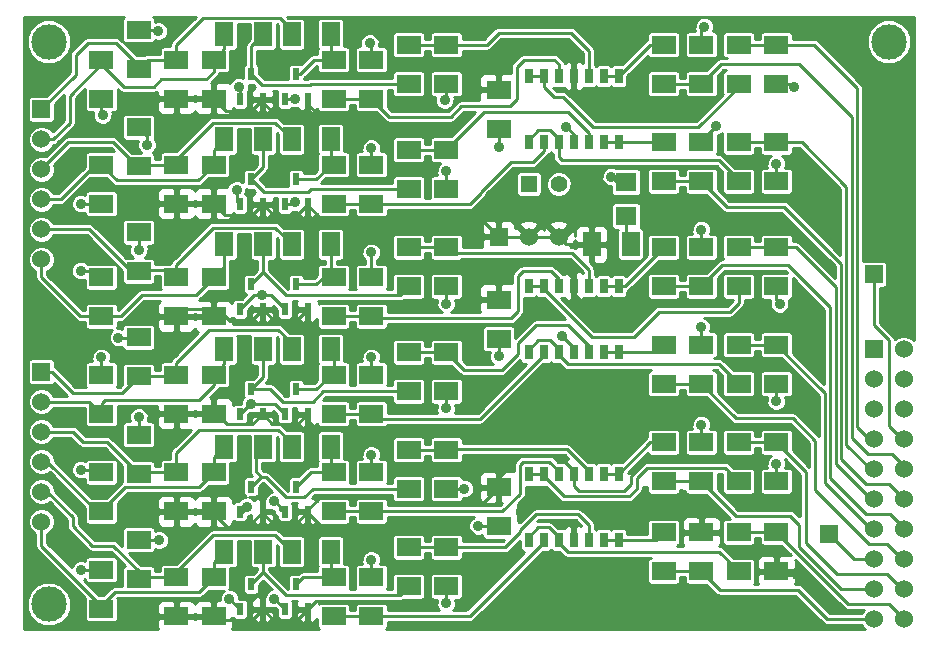
<source format=gtl>
G04 (created by PCBNEW (2013-07-07 BZR 4022)-stable) date 11/28/2013 9:42:38 AM*
%MOIN*%
G04 Gerber Fmt 3.4, Leading zero omitted, Abs format*
%FSLAX34Y34*%
G01*
G70*
G90*
G04 APERTURE LIST*
%ADD10C,0.00590551*%
%ADD11R,0.08X0.06*%
%ADD12R,0.06X0.06*%
%ADD13C,0.06*%
%ADD14R,0.06X0.08*%
%ADD15R,0.0709X0.0629*%
%ADD16R,0.0236X0.0394*%
%ADD17C,0.11811*%
%ADD18R,0.025X0.05*%
%ADD19R,0.055X0.055*%
%ADD20C,0.055*%
%ADD21C,0.035*%
%ADD22C,0.01*%
G04 APERTURE END LIST*
G54D10*
G54D11*
X58250Y-65650D03*
X58250Y-64350D03*
X57000Y-64350D03*
X57000Y-65650D03*
G54D12*
X64000Y-58250D03*
G54D13*
X65000Y-58250D03*
X64000Y-59250D03*
X65000Y-59250D03*
X64000Y-60250D03*
X65000Y-60250D03*
X64000Y-61250D03*
X65000Y-61250D03*
X64000Y-62250D03*
X65000Y-62250D03*
X64000Y-63250D03*
X65000Y-63250D03*
X64000Y-64250D03*
X65000Y-64250D03*
X64000Y-65250D03*
X65000Y-65250D03*
X64000Y-66250D03*
X65000Y-66250D03*
X64000Y-67250D03*
X65000Y-67250D03*
G54D11*
X38250Y-66900D03*
X38250Y-65600D03*
X60750Y-64350D03*
X60750Y-65650D03*
X59500Y-65650D03*
X59500Y-64350D03*
X39500Y-65900D03*
X39500Y-64600D03*
X58250Y-62650D03*
X58250Y-61350D03*
X57000Y-61350D03*
X57000Y-62650D03*
X38250Y-63650D03*
X38250Y-62350D03*
X39500Y-62400D03*
X39500Y-61100D03*
X59500Y-62650D03*
X59500Y-61350D03*
X60750Y-61350D03*
X60750Y-62650D03*
X48500Y-66150D03*
X48500Y-64850D03*
X42000Y-65850D03*
X42000Y-67150D03*
X47250Y-65850D03*
X47250Y-67150D03*
X49750Y-66150D03*
X49750Y-64850D03*
X46000Y-65850D03*
X46000Y-67150D03*
X51500Y-62850D03*
X51500Y-64150D03*
X40750Y-65850D03*
X40750Y-67150D03*
X48500Y-62900D03*
X48500Y-61600D03*
X42000Y-62350D03*
X42000Y-63650D03*
X46000Y-62350D03*
X46000Y-63650D03*
X40750Y-62350D03*
X40750Y-63650D03*
X58250Y-59400D03*
X58250Y-58100D03*
X40750Y-59100D03*
X40750Y-60400D03*
X46000Y-59100D03*
X46000Y-60400D03*
X42000Y-59100D03*
X42000Y-60400D03*
X48500Y-59650D03*
X48500Y-58350D03*
G54D14*
X44600Y-65000D03*
X45900Y-65000D03*
X42350Y-65000D03*
X43650Y-65000D03*
G54D11*
X38250Y-60400D03*
X38250Y-59100D03*
X57000Y-58100D03*
X57000Y-59400D03*
G54D14*
X54600Y-54750D03*
X55900Y-54750D03*
G54D12*
X51500Y-54500D03*
G54D13*
X52500Y-54500D03*
X53500Y-54500D03*
G54D15*
X55750Y-52691D03*
X55750Y-53809D03*
G54D16*
X42875Y-63666D03*
X43250Y-62834D03*
X43625Y-63666D03*
X44375Y-53416D03*
X44750Y-52584D03*
X45125Y-53416D03*
X42875Y-53416D03*
X43250Y-52584D03*
X43625Y-53416D03*
X44375Y-66916D03*
X44750Y-66084D03*
X45125Y-66916D03*
X44375Y-63666D03*
X44750Y-62834D03*
X45125Y-63666D03*
G54D11*
X58250Y-52650D03*
X58250Y-51350D03*
X57000Y-51350D03*
X57000Y-52650D03*
X38250Y-52100D03*
X38250Y-53400D03*
X39500Y-52150D03*
X39500Y-50850D03*
X59500Y-52650D03*
X59500Y-51350D03*
X60750Y-51350D03*
X60750Y-52650D03*
X48500Y-52900D03*
X48500Y-51600D03*
X49750Y-52900D03*
X49750Y-51600D03*
X42000Y-52100D03*
X42000Y-53400D03*
X46000Y-52100D03*
X46000Y-53400D03*
X47250Y-52100D03*
X47250Y-53400D03*
X40750Y-52100D03*
X40750Y-53400D03*
G54D16*
X42875Y-66916D03*
X43250Y-66084D03*
X43625Y-66916D03*
G54D12*
X36250Y-50250D03*
G54D13*
X36250Y-51250D03*
X36250Y-52250D03*
X36250Y-53250D03*
X36250Y-54250D03*
X36250Y-55250D03*
G54D11*
X49750Y-62900D03*
X49750Y-61600D03*
X47250Y-62350D03*
X47250Y-63650D03*
X51500Y-50900D03*
X51500Y-49600D03*
X49750Y-59650D03*
X49750Y-58350D03*
X47250Y-59100D03*
X47250Y-60400D03*
X39500Y-59150D03*
X39500Y-57850D03*
G54D17*
X36500Y-48000D03*
X64500Y-48000D03*
G54D11*
X47250Y-55850D03*
X47250Y-57150D03*
X49750Y-56150D03*
X49750Y-54850D03*
X51500Y-56600D03*
X51500Y-57900D03*
X57000Y-54850D03*
X57000Y-56150D03*
X58250Y-56150D03*
X58250Y-54850D03*
X40750Y-55850D03*
X40750Y-57150D03*
X46000Y-55850D03*
X46000Y-57150D03*
X42000Y-55850D03*
X42000Y-57150D03*
X48500Y-56150D03*
X48500Y-54850D03*
X60750Y-54850D03*
X60750Y-56150D03*
X59500Y-56150D03*
X59500Y-54850D03*
X39500Y-55650D03*
X39500Y-54350D03*
X38250Y-57150D03*
X38250Y-55850D03*
G54D16*
X44375Y-60416D03*
X44750Y-59584D03*
X45125Y-60416D03*
X42875Y-60416D03*
X43250Y-59584D03*
X43625Y-60416D03*
X44375Y-56916D03*
X44750Y-56084D03*
X45125Y-56916D03*
X42875Y-56916D03*
X43250Y-56084D03*
X43625Y-56916D03*
G54D14*
X42350Y-61500D03*
X43650Y-61500D03*
X44600Y-61500D03*
X45900Y-61500D03*
X42350Y-58250D03*
X43650Y-58250D03*
X44600Y-58250D03*
X45900Y-58250D03*
X44600Y-51250D03*
X45900Y-51250D03*
X42350Y-51250D03*
X43650Y-51250D03*
X44600Y-54750D03*
X45900Y-54750D03*
X42350Y-54750D03*
X43650Y-54750D03*
G54D11*
X59500Y-59400D03*
X59500Y-58100D03*
X60750Y-58100D03*
X60750Y-59400D03*
G54D18*
X55500Y-62400D03*
X55000Y-62400D03*
X54500Y-62400D03*
X54000Y-62400D03*
X53500Y-62400D03*
X53000Y-62400D03*
X52500Y-62400D03*
X52500Y-64600D03*
X53000Y-64600D03*
X53500Y-64600D03*
X54000Y-64600D03*
X54500Y-64600D03*
X55000Y-64600D03*
X55500Y-64600D03*
X55500Y-56150D03*
X55000Y-56150D03*
X54500Y-56150D03*
X54000Y-56150D03*
X53500Y-56150D03*
X53000Y-56150D03*
X52500Y-56150D03*
X52500Y-58350D03*
X53000Y-58350D03*
X53500Y-58350D03*
X54000Y-58350D03*
X54500Y-58350D03*
X55000Y-58350D03*
X55500Y-58350D03*
X55500Y-49150D03*
X55000Y-49150D03*
X54500Y-49150D03*
X54000Y-49150D03*
X53500Y-49150D03*
X53000Y-49150D03*
X52500Y-49150D03*
X52500Y-51350D03*
X53000Y-51350D03*
X53500Y-51350D03*
X54000Y-51350D03*
X54500Y-51350D03*
X55000Y-51350D03*
X55500Y-51350D03*
G54D17*
X36500Y-66750D03*
G54D16*
X42875Y-49916D03*
X43250Y-49084D03*
X43625Y-49916D03*
X44375Y-49916D03*
X44750Y-49084D03*
X45125Y-49916D03*
G54D11*
X58250Y-49400D03*
X58250Y-48100D03*
X57000Y-48100D03*
X57000Y-49400D03*
X38250Y-48600D03*
X38250Y-49900D03*
X39500Y-48900D03*
X39500Y-47600D03*
X59500Y-49400D03*
X59500Y-48100D03*
X60750Y-48100D03*
X60750Y-49400D03*
X48500Y-49400D03*
X48500Y-48100D03*
X49750Y-49400D03*
X49750Y-48100D03*
X42000Y-48600D03*
X42000Y-49900D03*
X46000Y-48600D03*
X46000Y-49900D03*
X47250Y-48600D03*
X47250Y-49900D03*
X40750Y-48600D03*
X40750Y-49900D03*
G54D14*
X44600Y-47750D03*
X45900Y-47750D03*
X42350Y-47750D03*
X43650Y-47750D03*
G54D12*
X62500Y-64400D03*
X64000Y-55750D03*
X36250Y-59000D03*
G54D13*
X36250Y-60000D03*
X36250Y-61000D03*
X36250Y-62000D03*
X36250Y-63000D03*
X36250Y-64000D03*
G54D19*
X52500Y-52750D03*
G54D20*
X53500Y-52750D03*
G54D21*
X61428Y-65768D03*
X60500Y-67000D03*
X44700Y-53350D03*
X47250Y-51550D03*
X55250Y-52500D03*
X58750Y-50800D03*
X61350Y-49500D03*
X58350Y-47500D03*
X49700Y-49950D03*
X44700Y-49900D03*
X47200Y-48050D03*
X38300Y-50450D03*
X40150Y-47650D03*
X42850Y-49500D03*
X51500Y-51500D03*
X50350Y-62900D03*
X43100Y-63500D03*
X54000Y-64072D03*
X43599Y-56443D03*
X42522Y-66563D03*
X58250Y-54263D03*
X51500Y-58477D03*
X49750Y-56727D03*
X38823Y-57861D03*
X47250Y-61773D03*
X49750Y-52314D03*
X60750Y-52074D03*
X37572Y-53399D03*
X58250Y-57517D03*
X60750Y-62070D03*
X40187Y-64611D03*
X37574Y-65616D03*
X43233Y-60068D03*
X44019Y-66560D03*
X47250Y-58521D03*
X49750Y-60225D03*
X50812Y-64139D03*
X58250Y-63774D03*
X58250Y-60766D03*
X60750Y-59978D03*
X38250Y-58523D03*
X39500Y-54941D03*
X39782Y-51433D03*
X60864Y-56737D03*
X53750Y-50835D03*
X39500Y-60515D03*
X42766Y-52936D03*
X44022Y-63312D03*
X37573Y-62264D03*
X53610Y-57821D03*
X37564Y-55633D03*
X47250Y-55023D03*
X47250Y-65273D03*
X49750Y-66726D03*
X54700Y-52300D03*
X54800Y-50500D03*
X50400Y-56850D03*
X49700Y-57550D03*
X50650Y-49700D03*
X50400Y-50500D03*
X51900Y-55450D03*
X55950Y-59100D03*
X55850Y-57500D03*
G54D22*
X38250Y-66900D02*
X38250Y-66800D01*
X36250Y-64800D02*
X36250Y-64000D01*
X38250Y-66800D02*
X36250Y-64800D01*
X38251Y-66898D02*
X38250Y-66900D01*
X38251Y-66800D02*
X38251Y-66898D01*
X41500Y-66350D02*
X42000Y-65850D01*
X38701Y-66350D02*
X41500Y-66350D01*
X38251Y-66800D02*
X38701Y-66350D01*
X42000Y-65350D02*
X42350Y-65000D01*
X42000Y-65850D02*
X42000Y-65350D01*
X39500Y-52150D02*
X39450Y-52150D01*
X37150Y-51350D02*
X36250Y-52250D01*
X38650Y-51350D02*
X37150Y-51350D01*
X39450Y-52150D02*
X38650Y-51350D01*
X39550Y-52100D02*
X39500Y-52150D01*
X40750Y-52100D02*
X39550Y-52100D01*
X40750Y-51927D02*
X40750Y-52100D01*
X41978Y-50700D02*
X40750Y-51927D01*
X44050Y-50700D02*
X41978Y-50700D01*
X44600Y-51250D02*
X44050Y-50700D01*
X42000Y-48600D02*
X42000Y-49000D01*
X39000Y-49500D02*
X38250Y-48750D01*
X40000Y-49500D02*
X39000Y-49500D01*
X40250Y-49250D02*
X40000Y-49500D01*
X41750Y-49250D02*
X40250Y-49250D01*
X42000Y-49000D02*
X41750Y-49250D01*
X38250Y-48750D02*
X38250Y-48600D01*
X38250Y-48600D02*
X38250Y-48750D01*
X36650Y-51250D02*
X36250Y-51250D01*
X38250Y-48750D02*
X37200Y-49800D01*
X37200Y-49800D02*
X37200Y-50700D01*
X37200Y-50700D02*
X36650Y-51250D01*
X42350Y-47750D02*
X42350Y-48250D01*
X42350Y-48250D02*
X42000Y-48600D01*
X44600Y-47750D02*
X44600Y-47600D01*
X40750Y-48100D02*
X40750Y-48600D01*
X41650Y-47200D02*
X40750Y-48100D01*
X44200Y-47200D02*
X41650Y-47200D01*
X44600Y-47600D02*
X44200Y-47200D01*
X40750Y-48600D02*
X39800Y-48600D01*
X39800Y-48600D02*
X39500Y-48900D01*
X39500Y-48900D02*
X39500Y-48800D01*
X37400Y-49100D02*
X36250Y-50250D01*
X37400Y-48450D02*
X37400Y-49100D01*
X37800Y-48050D02*
X37400Y-48450D01*
X38750Y-48050D02*
X37800Y-48050D01*
X39500Y-48800D02*
X38750Y-48050D01*
X36250Y-63000D02*
X36450Y-63000D01*
X39500Y-65650D02*
X39500Y-65900D01*
X38650Y-64800D02*
X39500Y-65650D01*
X37950Y-64800D02*
X38650Y-64800D01*
X37300Y-64150D02*
X37950Y-64800D01*
X37300Y-63850D02*
X37300Y-64150D01*
X36450Y-63000D02*
X37300Y-63850D01*
X39550Y-65850D02*
X39500Y-65900D01*
X40750Y-65850D02*
X39550Y-65850D01*
X44050Y-64450D02*
X44600Y-65000D01*
X41981Y-64450D02*
X44050Y-64450D01*
X40750Y-65681D02*
X41981Y-64450D01*
X40750Y-65850D02*
X40750Y-65681D01*
X36250Y-62000D02*
X36450Y-62000D01*
X38100Y-63650D02*
X38250Y-63650D01*
X36450Y-62000D02*
X38100Y-63650D01*
X42000Y-61850D02*
X42000Y-62350D01*
X42350Y-61500D02*
X42000Y-61850D01*
X39049Y-62850D02*
X38250Y-63650D01*
X41500Y-62850D02*
X39049Y-62850D01*
X42000Y-62350D02*
X41500Y-62850D01*
X36250Y-61000D02*
X37300Y-61000D01*
X38450Y-61350D02*
X39500Y-62400D01*
X37650Y-61350D02*
X38450Y-61350D01*
X37300Y-61000D02*
X37650Y-61350D01*
X44600Y-61500D02*
X44600Y-61380D01*
X40750Y-61700D02*
X40750Y-62350D01*
X41519Y-60930D02*
X40750Y-61700D01*
X44150Y-60930D02*
X41519Y-60930D01*
X44600Y-61380D02*
X44150Y-60930D01*
X39550Y-62350D02*
X40750Y-62350D01*
X39500Y-62400D02*
X39550Y-62350D01*
X36250Y-60000D02*
X37850Y-60000D01*
X37850Y-60000D02*
X38250Y-60400D01*
X42350Y-58250D02*
X42350Y-58750D01*
X42350Y-58750D02*
X42000Y-59100D01*
X38285Y-60364D02*
X38250Y-60400D01*
X38285Y-60050D02*
X38285Y-60364D01*
X42000Y-59457D02*
X42000Y-59100D01*
X41507Y-59949D02*
X42000Y-59457D01*
X38385Y-59949D02*
X41507Y-59949D01*
X38285Y-60050D02*
X38385Y-59949D01*
X36250Y-59000D02*
X36600Y-59000D01*
X38950Y-59700D02*
X39500Y-59150D01*
X37300Y-59700D02*
X38950Y-59700D01*
X36600Y-59000D02*
X37300Y-59700D01*
X44600Y-58250D02*
X44600Y-58050D01*
X40750Y-58700D02*
X40750Y-59100D01*
X41850Y-57600D02*
X40750Y-58700D01*
X44150Y-57600D02*
X41850Y-57600D01*
X44600Y-58050D02*
X44150Y-57600D01*
X40700Y-59150D02*
X40750Y-59100D01*
X39500Y-59150D02*
X40700Y-59150D01*
X42350Y-54750D02*
X42350Y-55500D01*
X42350Y-55500D02*
X42000Y-55850D01*
X38250Y-57150D02*
X38900Y-57150D01*
X41400Y-56450D02*
X42000Y-55850D01*
X39600Y-56450D02*
X41400Y-56450D01*
X38900Y-57150D02*
X39600Y-56450D01*
X38250Y-57150D02*
X37550Y-57150D01*
X36250Y-55850D02*
X36250Y-55250D01*
X37550Y-57150D02*
X36250Y-55850D01*
X39500Y-55650D02*
X39250Y-55650D01*
X37850Y-54250D02*
X36250Y-54250D01*
X39250Y-55650D02*
X37850Y-54250D01*
X40750Y-55430D02*
X40750Y-55600D01*
X41981Y-54198D02*
X40750Y-55430D01*
X44048Y-54198D02*
X41981Y-54198D01*
X44600Y-54750D02*
X44048Y-54198D01*
X39550Y-55600D02*
X39500Y-55650D01*
X40750Y-55600D02*
X39550Y-55600D01*
X38250Y-52100D02*
X38050Y-52100D01*
X36900Y-53250D02*
X36250Y-53250D01*
X38050Y-52100D02*
X36900Y-53250D01*
X42000Y-51600D02*
X42000Y-52100D01*
X42350Y-51250D02*
X42000Y-51600D01*
X38760Y-52610D02*
X38250Y-52100D01*
X41489Y-52610D02*
X38760Y-52610D01*
X42000Y-52100D02*
X41489Y-52610D01*
X58860Y-66260D02*
X58250Y-65650D01*
X61464Y-66260D02*
X58860Y-66260D01*
X62454Y-67250D02*
X61464Y-66260D01*
X64000Y-67250D02*
X62454Y-67250D01*
X58250Y-65650D02*
X57000Y-65650D01*
X64000Y-62250D02*
X63900Y-62250D01*
X61600Y-51350D02*
X60750Y-51350D01*
X63089Y-52839D02*
X61600Y-51350D01*
X63089Y-61439D02*
X63089Y-52839D01*
X63900Y-62250D02*
X63089Y-61439D01*
X60750Y-51350D02*
X59500Y-51350D01*
X65000Y-62250D02*
X65000Y-62150D01*
X58900Y-48750D02*
X58250Y-49400D01*
X61500Y-48750D02*
X58900Y-48750D01*
X63269Y-50519D02*
X61500Y-48750D01*
X63269Y-61219D02*
X63269Y-50519D01*
X63800Y-61750D02*
X63269Y-61219D01*
X64600Y-61750D02*
X63800Y-61750D01*
X65000Y-62150D02*
X64600Y-61750D01*
X57000Y-49400D02*
X58250Y-49400D01*
X64000Y-61250D02*
X63850Y-61250D01*
X62000Y-48100D02*
X60750Y-48100D01*
X63450Y-49550D02*
X62000Y-48100D01*
X63450Y-60850D02*
X63450Y-49550D01*
X63850Y-61250D02*
X63450Y-60850D01*
X59500Y-48100D02*
X60750Y-48100D01*
X65000Y-67250D02*
X64500Y-66750D01*
X59500Y-64350D02*
X60750Y-64350D01*
X63150Y-66750D02*
X60750Y-64350D01*
X64500Y-66750D02*
X63150Y-66750D01*
X61200Y-63800D02*
X61200Y-63800D01*
X62904Y-66250D02*
X64000Y-66250D01*
X61500Y-64845D02*
X62904Y-66250D01*
X61500Y-64100D02*
X61500Y-64845D01*
X61200Y-63800D02*
X61500Y-64100D01*
X57000Y-62650D02*
X58250Y-62650D01*
X59400Y-63800D02*
X61200Y-63800D01*
X58250Y-62650D02*
X59400Y-63800D01*
X61750Y-62350D02*
X60750Y-61350D01*
X61750Y-64717D02*
X61750Y-62350D01*
X62782Y-65750D02*
X61750Y-64717D01*
X64450Y-65750D02*
X62782Y-65750D01*
X64950Y-66250D02*
X64450Y-65750D01*
X65000Y-66250D02*
X64950Y-66250D01*
X60750Y-61350D02*
X59500Y-61350D01*
X65000Y-65250D02*
X64950Y-65250D01*
X59400Y-60550D02*
X58250Y-59400D01*
X61300Y-60550D02*
X59400Y-60550D01*
X62050Y-61300D02*
X61300Y-60550D01*
X62050Y-62950D02*
X62050Y-61300D01*
X63850Y-64750D02*
X62050Y-62950D01*
X64450Y-64750D02*
X63850Y-64750D01*
X64950Y-65250D02*
X64450Y-64750D01*
X57000Y-59400D02*
X58250Y-59400D01*
X64000Y-64250D02*
X63900Y-64250D01*
X62369Y-59719D02*
X60750Y-58100D01*
X62369Y-62719D02*
X62369Y-59719D01*
X63900Y-64250D02*
X62369Y-62719D01*
X60750Y-58100D02*
X59500Y-58100D01*
X65000Y-64250D02*
X65000Y-64200D01*
X58950Y-55450D02*
X58250Y-56150D01*
X61150Y-55450D02*
X58950Y-55450D01*
X62549Y-56849D02*
X61150Y-55450D01*
X62549Y-62549D02*
X62549Y-56849D01*
X63750Y-63750D02*
X62549Y-62549D01*
X64550Y-63750D02*
X63750Y-63750D01*
X65000Y-64200D02*
X64550Y-63750D01*
X58250Y-56150D02*
X57000Y-56150D01*
X64000Y-63250D02*
X63900Y-63250D01*
X61400Y-54850D02*
X60750Y-54850D01*
X62729Y-56179D02*
X61400Y-54850D01*
X62729Y-62079D02*
X62729Y-56179D01*
X63900Y-63250D02*
X62729Y-62079D01*
X59500Y-54850D02*
X60750Y-54850D01*
X65000Y-63250D02*
X64500Y-62750D01*
X59100Y-53500D02*
X58250Y-52650D01*
X61000Y-53500D02*
X59100Y-53500D01*
X62909Y-55409D02*
X61000Y-53500D01*
X62909Y-61909D02*
X62909Y-55409D01*
X63750Y-62750D02*
X62909Y-61909D01*
X64500Y-62750D02*
X63750Y-62750D01*
X57000Y-52650D02*
X58250Y-52650D01*
X64000Y-65250D02*
X63350Y-65250D01*
X63350Y-65250D02*
X62500Y-64400D01*
X65000Y-61250D02*
X64950Y-61250D01*
X64000Y-57450D02*
X64000Y-55750D01*
X64500Y-57950D02*
X64000Y-57450D01*
X64500Y-60800D02*
X64500Y-57950D01*
X64950Y-61250D02*
X64500Y-60800D01*
X61428Y-65768D02*
X60868Y-65768D01*
X60750Y-65650D02*
X60868Y-65768D01*
X44375Y-53416D02*
X44634Y-53416D01*
X44634Y-53416D02*
X44700Y-53350D01*
X47250Y-52100D02*
X47250Y-51550D01*
X55750Y-52691D02*
X55441Y-52691D01*
X55441Y-52691D02*
X55250Y-52500D01*
X58250Y-51350D02*
X58250Y-51300D01*
X58250Y-51300D02*
X58750Y-50800D01*
X60750Y-49400D02*
X61250Y-49400D01*
X61250Y-49400D02*
X61350Y-49500D01*
X58250Y-48100D02*
X58250Y-47600D01*
X58250Y-47600D02*
X58350Y-47500D01*
X49750Y-49400D02*
X49750Y-49900D01*
X49750Y-49900D02*
X49700Y-49950D01*
X44375Y-49916D02*
X44684Y-49916D01*
X44684Y-49916D02*
X44700Y-49900D01*
X47250Y-48600D02*
X47250Y-48100D01*
X47250Y-48100D02*
X47200Y-48050D01*
X38250Y-49900D02*
X38250Y-50400D01*
X38250Y-50400D02*
X38300Y-50450D01*
X39500Y-47600D02*
X40100Y-47600D01*
X40100Y-47600D02*
X40150Y-47650D01*
X42875Y-49916D02*
X42875Y-49525D01*
X42875Y-49525D02*
X42850Y-49500D01*
X51500Y-50900D02*
X51500Y-51500D01*
X49750Y-62900D02*
X50350Y-62900D01*
X54000Y-64600D02*
X54000Y-64072D01*
X58250Y-54850D02*
X58250Y-54263D01*
X51500Y-58477D02*
X51500Y-57900D01*
X39488Y-57861D02*
X39500Y-57850D01*
X38823Y-57861D02*
X39488Y-57861D01*
X47250Y-62350D02*
X47250Y-61773D01*
X49750Y-52900D02*
X49750Y-52314D01*
X60750Y-52650D02*
X60750Y-52074D01*
X38249Y-53399D02*
X38250Y-53400D01*
X37572Y-53399D02*
X38249Y-53399D01*
X58250Y-57517D02*
X58250Y-58100D01*
X60750Y-62650D02*
X60750Y-62070D01*
X39511Y-64611D02*
X39500Y-64600D01*
X40187Y-64611D02*
X39511Y-64611D01*
X38233Y-65616D02*
X38250Y-65600D01*
X37574Y-65616D02*
X38233Y-65616D01*
X49750Y-56150D02*
X49750Y-56727D01*
X47250Y-59100D02*
X47250Y-58521D01*
X49750Y-60225D02*
X49750Y-59650D01*
X51489Y-64139D02*
X51500Y-64150D01*
X50812Y-64139D02*
X51489Y-64139D01*
X58250Y-63774D02*
X58250Y-64350D01*
X58250Y-60766D02*
X58250Y-61350D01*
X60750Y-59978D02*
X60750Y-59400D01*
X38250Y-58523D02*
X38250Y-59100D01*
X39500Y-54350D02*
X39500Y-54941D01*
X39782Y-51132D02*
X39500Y-50850D01*
X39782Y-51433D02*
X39782Y-51132D01*
X60750Y-56623D02*
X60750Y-56150D01*
X60864Y-56737D02*
X60750Y-56623D01*
X54000Y-51085D02*
X54000Y-51350D01*
X53750Y-50835D02*
X54000Y-51085D01*
X39500Y-60515D02*
X39500Y-61100D01*
X38164Y-62264D02*
X38250Y-62350D01*
X37573Y-62264D02*
X38164Y-62264D01*
X38216Y-55633D02*
X38250Y-55600D01*
X37564Y-55633D02*
X38216Y-55633D01*
X47250Y-55023D02*
X47250Y-55600D01*
X47250Y-65850D02*
X47250Y-65273D01*
X54000Y-58211D02*
X53610Y-57821D01*
X54000Y-58350D02*
X54000Y-58211D01*
X49750Y-66726D02*
X49750Y-66150D01*
X42874Y-56916D02*
X42875Y-56915D01*
X43347Y-56443D02*
X43599Y-56443D01*
X42875Y-56915D02*
X43347Y-56443D01*
X42875Y-56915D02*
X42875Y-56915D01*
X42874Y-60416D02*
X42875Y-60415D01*
X43222Y-60068D02*
X43233Y-60068D01*
X42875Y-60415D02*
X43222Y-60068D01*
X42875Y-60415D02*
X42875Y-60415D01*
X42522Y-66563D02*
X42698Y-66739D01*
X42698Y-66739D02*
X42874Y-66916D01*
X42698Y-66739D02*
X42875Y-66915D01*
X42698Y-66739D02*
X42698Y-66739D01*
X44329Y-63620D02*
X44352Y-63643D01*
X44198Y-63620D02*
X44329Y-63620D01*
X44198Y-63489D02*
X44198Y-63620D01*
X44022Y-63312D02*
X44198Y-63489D01*
X44352Y-63643D02*
X44374Y-63666D01*
X44352Y-63643D02*
X44375Y-63665D01*
X44352Y-63643D02*
X44352Y-63643D01*
X44019Y-66560D02*
X44197Y-66738D01*
X44197Y-66738D02*
X44374Y-66916D01*
X44197Y-66738D02*
X44375Y-66915D01*
X44197Y-66738D02*
X44197Y-66738D01*
X42766Y-53307D02*
X42820Y-53361D01*
X42766Y-52936D02*
X42766Y-53307D01*
X42820Y-53361D02*
X42874Y-53416D01*
X42820Y-53361D02*
X42875Y-53415D01*
X42820Y-53361D02*
X42820Y-53361D01*
X42874Y-63666D02*
X42875Y-63666D01*
X42933Y-63666D02*
X43100Y-63500D01*
X42875Y-63666D02*
X42933Y-63666D01*
X42875Y-63666D02*
X42875Y-63665D01*
X44027Y-60068D02*
X44374Y-60416D01*
X43233Y-60068D02*
X44027Y-60068D01*
X43902Y-56443D02*
X44374Y-56916D01*
X43599Y-56443D02*
X43902Y-56443D01*
X48218Y-66431D02*
X48500Y-66150D01*
X44397Y-66431D02*
X48218Y-66431D01*
X43650Y-65683D02*
X44397Y-66431D01*
X43650Y-65683D02*
X43650Y-65000D01*
X43250Y-66083D02*
X43650Y-65683D01*
X43250Y-66083D02*
X43250Y-66084D01*
X59500Y-52650D02*
X59500Y-52600D01*
X53500Y-51850D02*
X53500Y-51350D01*
X53600Y-51950D02*
X53500Y-51850D01*
X58850Y-51950D02*
X53600Y-51950D01*
X59500Y-52600D02*
X58850Y-51950D01*
X53500Y-51251D02*
X53500Y-51350D01*
X53198Y-50950D02*
X53500Y-51251D01*
X52812Y-50950D02*
X53198Y-50950D01*
X52500Y-51262D02*
X52812Y-50950D01*
X52500Y-51350D02*
X52500Y-51262D01*
X54500Y-51350D02*
X54500Y-51050D01*
X49754Y-51600D02*
X49750Y-51600D01*
X51004Y-50350D02*
X49754Y-51600D01*
X53800Y-50350D02*
X51004Y-50350D01*
X54500Y-51050D02*
X53800Y-50350D01*
X48500Y-51600D02*
X49750Y-51600D01*
X53000Y-51350D02*
X53000Y-51650D01*
X50550Y-53400D02*
X47250Y-53400D01*
X50900Y-53050D02*
X50550Y-53400D01*
X50900Y-53000D02*
X50900Y-53050D01*
X51900Y-52000D02*
X50900Y-53000D01*
X52650Y-52000D02*
X51900Y-52000D01*
X53000Y-51650D02*
X52650Y-52000D01*
X46000Y-53400D02*
X47250Y-53400D01*
X45900Y-52100D02*
X46000Y-52100D01*
X45900Y-52100D02*
X45900Y-51250D01*
X44750Y-52583D02*
X44750Y-52583D01*
X45416Y-52583D02*
X45900Y-52100D01*
X44750Y-52583D02*
X45416Y-52583D01*
X44750Y-52583D02*
X44750Y-52584D01*
X48500Y-52900D02*
X45250Y-52900D01*
X43666Y-53000D02*
X43250Y-52584D01*
X45150Y-53000D02*
X43666Y-53000D01*
X45250Y-52900D02*
X45150Y-53000D01*
X43650Y-51812D02*
X43650Y-51250D01*
X43650Y-52183D02*
X43650Y-51812D01*
X43250Y-52583D02*
X43650Y-52183D01*
X43250Y-52583D02*
X43250Y-52584D01*
X43250Y-59584D02*
X43884Y-59584D01*
X45650Y-59650D02*
X48500Y-59650D01*
X45300Y-60000D02*
X45650Y-59650D01*
X44300Y-60000D02*
X45300Y-60000D01*
X43884Y-59584D02*
X44300Y-60000D01*
X43650Y-58250D02*
X43650Y-59184D01*
X43650Y-59184D02*
X43250Y-59584D01*
X43250Y-59583D02*
X43250Y-59583D01*
X43250Y-59583D02*
X43250Y-59584D01*
X46000Y-59100D02*
X46000Y-58350D01*
X46000Y-58350D02*
X45900Y-58250D01*
X44750Y-59583D02*
X44750Y-59583D01*
X45900Y-59100D02*
X46000Y-59100D01*
X45416Y-59583D02*
X45900Y-59100D01*
X44750Y-59583D02*
X45416Y-59583D01*
X44750Y-59583D02*
X44750Y-59584D01*
X57000Y-51350D02*
X55500Y-51350D01*
X55500Y-51350D02*
X55000Y-51350D01*
X57000Y-48100D02*
X56550Y-48100D01*
X56550Y-48100D02*
X55500Y-49150D01*
X55000Y-49150D02*
X55500Y-49150D01*
X59500Y-49400D02*
X59500Y-49500D01*
X53000Y-49500D02*
X53000Y-49150D01*
X53350Y-49850D02*
X53000Y-49500D01*
X53650Y-49850D02*
X53350Y-49850D01*
X54650Y-50850D02*
X53650Y-49850D01*
X58150Y-50850D02*
X54650Y-50850D01*
X59500Y-49500D02*
X58150Y-50850D01*
X52500Y-49150D02*
X53000Y-49150D01*
X49750Y-48100D02*
X51100Y-48100D01*
X54500Y-48300D02*
X54500Y-49150D01*
X53900Y-47700D02*
X54500Y-48300D01*
X51500Y-47700D02*
X53900Y-47700D01*
X51100Y-48100D02*
X51500Y-47700D01*
X48500Y-48100D02*
X49750Y-48100D01*
X53500Y-49150D02*
X53500Y-48750D01*
X47850Y-50500D02*
X47250Y-49900D01*
X49900Y-50500D02*
X47850Y-50500D01*
X50250Y-50150D02*
X49900Y-50500D01*
X51869Y-50150D02*
X50250Y-50150D01*
X52100Y-49919D02*
X51869Y-50150D01*
X52100Y-48850D02*
X52100Y-49919D01*
X52350Y-48600D02*
X52100Y-48850D01*
X53350Y-48600D02*
X52350Y-48600D01*
X53500Y-48750D02*
X53350Y-48600D01*
X46000Y-49900D02*
X47250Y-49900D01*
X44750Y-49084D02*
X44866Y-49084D01*
X45350Y-48600D02*
X46000Y-48600D01*
X44866Y-49084D02*
X45350Y-48600D01*
X45900Y-47750D02*
X45900Y-48500D01*
X45900Y-48500D02*
X46000Y-48600D01*
X48500Y-49400D02*
X45250Y-49400D01*
X43616Y-49450D02*
X43250Y-49084D01*
X45200Y-49450D02*
X43616Y-49450D01*
X45250Y-49400D02*
X45200Y-49450D01*
X43250Y-49084D02*
X43250Y-48150D01*
X43250Y-48150D02*
X43650Y-47750D01*
X52500Y-62400D02*
X53000Y-62400D01*
X59047Y-62197D02*
X59500Y-62650D01*
X56452Y-62197D02*
X59047Y-62197D01*
X56100Y-62549D02*
X56452Y-62197D01*
X56100Y-62900D02*
X56100Y-62549D01*
X55849Y-63150D02*
X56100Y-62900D01*
X53663Y-63150D02*
X55849Y-63150D01*
X53000Y-62487D02*
X53663Y-63150D01*
X53000Y-62400D02*
X53000Y-62487D01*
X54500Y-58350D02*
X54500Y-58150D01*
X50350Y-58950D02*
X49750Y-58350D01*
X51600Y-58950D02*
X50350Y-58950D01*
X52150Y-58400D02*
X51600Y-58950D01*
X52150Y-58050D02*
X52150Y-58400D01*
X52750Y-57450D02*
X52150Y-58050D01*
X53800Y-57450D02*
X52750Y-57450D01*
X54500Y-58150D02*
X53800Y-57450D01*
X49750Y-58350D02*
X48500Y-58350D01*
X54500Y-58350D02*
X54500Y-58251D01*
X53000Y-56150D02*
X53000Y-56247D01*
X59500Y-56700D02*
X59500Y-56150D01*
X59200Y-57000D02*
X59500Y-56700D01*
X56850Y-57000D02*
X59200Y-57000D01*
X56000Y-57850D02*
X56850Y-57000D01*
X54602Y-57850D02*
X56000Y-57850D01*
X53000Y-56247D02*
X54602Y-57850D01*
X53000Y-56150D02*
X52500Y-56150D01*
X55500Y-56150D02*
X55700Y-56150D01*
X55700Y-56150D02*
X57000Y-54850D01*
X55000Y-56150D02*
X55500Y-56150D01*
X53500Y-58450D02*
X53500Y-58350D01*
X53800Y-58750D02*
X53500Y-58450D01*
X58850Y-58750D02*
X53800Y-58750D01*
X59500Y-59400D02*
X58850Y-58750D01*
X52500Y-58262D02*
X52500Y-58350D01*
X52812Y-57950D02*
X52500Y-58262D01*
X53192Y-57950D02*
X52812Y-57950D01*
X53500Y-58256D02*
X53192Y-57950D01*
X53500Y-58350D02*
X53500Y-58256D01*
X45900Y-55600D02*
X46000Y-55600D01*
X45900Y-55600D02*
X45900Y-54750D01*
X44750Y-56083D02*
X44750Y-56083D01*
X45416Y-56083D02*
X45900Y-55600D01*
X44750Y-56083D02*
X45416Y-56083D01*
X44750Y-56083D02*
X44750Y-56084D01*
X48200Y-56450D02*
X48500Y-56150D01*
X44415Y-56450D02*
X48200Y-56450D01*
X43650Y-55683D02*
X44415Y-56450D01*
X43650Y-55683D02*
X43650Y-54750D01*
X43250Y-56083D02*
X43650Y-55683D01*
X43250Y-56083D02*
X43250Y-56084D01*
X56750Y-64600D02*
X55500Y-64600D01*
X57000Y-64350D02*
X56750Y-64600D01*
X55500Y-64600D02*
X55000Y-64600D01*
X53500Y-64700D02*
X53500Y-64600D01*
X53800Y-65000D02*
X53500Y-64700D01*
X58850Y-65000D02*
X53800Y-65000D01*
X59500Y-65650D02*
X58850Y-65000D01*
X52500Y-64507D02*
X52500Y-64600D01*
X52822Y-64185D02*
X52500Y-64507D01*
X53174Y-64185D02*
X52822Y-64185D01*
X53500Y-64511D02*
X53174Y-64185D01*
X53500Y-64600D02*
X53500Y-64511D01*
X55000Y-62400D02*
X55500Y-62400D01*
X56550Y-61350D02*
X57000Y-61350D01*
X55500Y-62400D02*
X56550Y-61350D01*
X45900Y-65850D02*
X45900Y-65000D01*
X45900Y-65850D02*
X46000Y-65850D01*
X44983Y-65850D02*
X45900Y-65850D01*
X44750Y-66083D02*
X44983Y-65850D01*
X44750Y-66083D02*
X44750Y-66084D01*
X45900Y-62350D02*
X46000Y-62350D01*
X45900Y-62350D02*
X45900Y-61500D01*
X45233Y-62350D02*
X44750Y-62833D01*
X45900Y-62350D02*
X45233Y-62350D01*
X44750Y-62833D02*
X44750Y-62834D01*
X47250Y-63650D02*
X46000Y-63650D01*
X51624Y-63650D02*
X47250Y-63650D01*
X52209Y-63064D02*
X51624Y-63650D01*
X52209Y-62098D02*
X52209Y-63064D01*
X52308Y-62000D02*
X52209Y-62098D01*
X53187Y-62000D02*
X52308Y-62000D01*
X53500Y-62312D02*
X53187Y-62000D01*
X53500Y-62400D02*
X53500Y-62312D01*
X49750Y-61600D02*
X48500Y-61600D01*
X49760Y-61589D02*
X49750Y-61600D01*
X53778Y-61589D02*
X49760Y-61589D01*
X54500Y-62311D02*
X53778Y-61589D01*
X54500Y-62400D02*
X54500Y-62311D01*
X47250Y-57150D02*
X46000Y-57150D01*
X53500Y-56150D02*
X53500Y-55900D01*
X47319Y-57219D02*
X47250Y-57150D01*
X51900Y-57219D02*
X47319Y-57219D01*
X52150Y-56969D02*
X51900Y-57219D01*
X52150Y-55800D02*
X52150Y-56969D01*
X52300Y-55650D02*
X52150Y-55800D01*
X53250Y-55650D02*
X52300Y-55650D01*
X53500Y-55900D02*
X53250Y-55650D01*
X49950Y-55050D02*
X49750Y-54850D01*
X53950Y-55050D02*
X49950Y-55050D01*
X54500Y-55600D02*
X53950Y-55050D01*
X54500Y-55900D02*
X54500Y-55600D01*
X48500Y-54850D02*
X49750Y-54850D01*
X47250Y-67150D02*
X46000Y-67150D01*
X50537Y-67150D02*
X47250Y-67150D01*
X53000Y-64687D02*
X50537Y-67150D01*
X53000Y-64600D02*
X53000Y-64687D01*
X49750Y-64850D02*
X48500Y-64850D01*
X51720Y-64850D02*
X49750Y-64850D01*
X52224Y-64345D02*
X51720Y-64850D01*
X52224Y-64274D02*
X52224Y-64345D01*
X52754Y-63745D02*
X52224Y-64274D01*
X54148Y-63745D02*
X52754Y-63745D01*
X54500Y-64097D02*
X54148Y-63745D01*
X54500Y-64600D02*
X54500Y-64097D01*
X56750Y-58350D02*
X55500Y-58350D01*
X57000Y-58100D02*
X56750Y-58350D01*
X55500Y-58350D02*
X55000Y-58350D01*
X46000Y-60400D02*
X47250Y-60400D01*
X47412Y-60562D02*
X47250Y-60400D01*
X50876Y-60562D02*
X47412Y-60562D01*
X53000Y-58439D02*
X50876Y-60562D01*
X53000Y-58350D02*
X53000Y-58439D01*
X55750Y-53809D02*
X55750Y-54600D01*
X55750Y-54600D02*
X55900Y-54750D01*
X43397Y-62317D02*
X43581Y-62501D01*
X43397Y-61752D02*
X43397Y-62317D01*
X43650Y-61500D02*
X43397Y-61752D01*
X45297Y-62900D02*
X48500Y-62900D01*
X45016Y-63181D02*
X45297Y-62900D01*
X44397Y-63181D02*
X45016Y-63181D01*
X43741Y-62525D02*
X44397Y-63181D01*
X43605Y-62525D02*
X43741Y-62525D01*
X43581Y-62501D02*
X43605Y-62525D01*
X43250Y-62833D02*
X43581Y-62501D01*
X43250Y-62833D02*
X43250Y-62834D01*
X45125Y-53416D02*
X45125Y-53425D01*
X44009Y-53800D02*
X43625Y-53416D01*
X44750Y-53800D02*
X44009Y-53800D01*
X45125Y-53425D02*
X44750Y-53800D01*
X54000Y-49150D02*
X54000Y-49700D01*
X53700Y-54500D02*
X53500Y-54500D01*
X54700Y-53500D02*
X53700Y-54500D01*
X54700Y-52300D02*
X54700Y-53500D01*
X54000Y-49700D02*
X54800Y-50500D01*
X54600Y-54750D02*
X53750Y-54750D01*
X53750Y-54750D02*
X53500Y-54500D01*
X45125Y-56916D02*
X45125Y-57275D01*
X50650Y-56600D02*
X51500Y-56600D01*
X50400Y-56850D02*
X50650Y-56600D01*
X49600Y-57650D02*
X49700Y-57550D01*
X45500Y-57650D02*
X49600Y-57650D01*
X45125Y-57275D02*
X45500Y-57650D01*
X45125Y-49916D02*
X45125Y-50075D01*
X50750Y-49600D02*
X51500Y-49600D01*
X50650Y-49700D02*
X50750Y-49600D01*
X50050Y-50850D02*
X50400Y-50500D01*
X47700Y-50850D02*
X50050Y-50850D01*
X47350Y-50500D02*
X47700Y-50850D01*
X45550Y-50500D02*
X47350Y-50500D01*
X45125Y-50075D02*
X45550Y-50500D01*
X43625Y-49916D02*
X43625Y-50025D01*
X45125Y-50175D02*
X45125Y-49916D01*
X45000Y-50300D02*
X45125Y-50175D01*
X43900Y-50300D02*
X45000Y-50300D01*
X43625Y-50025D02*
X43900Y-50300D01*
X51900Y-55450D02*
X51900Y-55400D01*
X54000Y-56150D02*
X54000Y-56400D01*
X54000Y-62800D02*
X54000Y-62400D01*
X54170Y-62970D02*
X54000Y-62800D01*
X55679Y-62970D02*
X54170Y-62970D01*
X55919Y-62730D02*
X55679Y-62970D01*
X55919Y-62475D02*
X55919Y-62730D01*
X56445Y-61950D02*
X55919Y-62475D01*
X57450Y-61950D02*
X56445Y-61950D01*
X57650Y-61750D02*
X57450Y-61950D01*
X57650Y-60950D02*
X57650Y-61750D01*
X57250Y-60550D02*
X57650Y-60950D01*
X56550Y-60550D02*
X57250Y-60550D01*
X55950Y-59950D02*
X56550Y-60550D01*
X55950Y-59100D02*
X55950Y-59950D01*
X55100Y-57500D02*
X55850Y-57500D01*
X54000Y-56400D02*
X55100Y-57500D01*
X54000Y-56150D02*
X54000Y-55900D01*
X54000Y-55900D02*
X53450Y-55350D01*
X53450Y-55350D02*
X51950Y-55350D01*
X51950Y-55350D02*
X51900Y-55400D01*
X51500Y-55800D02*
X51500Y-56600D01*
X51900Y-55400D02*
X51500Y-55800D01*
X54000Y-49150D02*
X54000Y-48600D01*
X54000Y-48600D02*
X53450Y-48050D01*
X53450Y-48050D02*
X51900Y-48050D01*
X51900Y-48050D02*
X51500Y-48450D01*
X51500Y-48450D02*
X51500Y-49600D01*
X40750Y-49900D02*
X42000Y-49900D01*
X42000Y-49900D02*
X42400Y-50300D01*
X42400Y-50300D02*
X43241Y-50300D01*
X43241Y-50300D02*
X43625Y-49916D01*
X42550Y-57300D02*
X43240Y-57300D01*
X44000Y-57300D02*
X44740Y-57300D01*
X42000Y-56900D02*
X40750Y-56900D01*
X42000Y-60400D02*
X40750Y-60400D01*
X40750Y-67150D02*
X42000Y-67150D01*
X42000Y-63650D02*
X40750Y-63650D01*
X40750Y-53400D02*
X42000Y-53400D01*
X51500Y-62525D02*
X51500Y-62850D01*
X54000Y-62400D02*
X54000Y-62303D01*
X54000Y-62303D02*
X53486Y-61789D01*
X53486Y-61789D02*
X52235Y-61789D01*
X52235Y-61789D02*
X51500Y-62525D01*
X45125Y-63598D02*
X45125Y-63666D01*
X45523Y-63200D02*
X45125Y-63598D01*
X47718Y-63200D02*
X45523Y-63200D01*
X47868Y-63350D02*
X47718Y-63200D01*
X51000Y-63350D02*
X47868Y-63350D01*
X51500Y-62850D02*
X51000Y-63350D01*
X51500Y-54500D02*
X52500Y-54500D01*
X52500Y-54500D02*
X53500Y-54500D01*
X50862Y-53862D02*
X51500Y-54500D01*
X45542Y-53862D02*
X50862Y-53862D01*
X45125Y-53444D02*
X45542Y-53862D01*
X45125Y-53416D02*
X45125Y-53444D01*
X45125Y-53415D02*
X45125Y-53416D01*
X45125Y-53415D02*
X45125Y-53415D01*
X43625Y-56915D02*
X43625Y-56916D01*
X43625Y-56915D02*
X43625Y-56915D01*
X43240Y-57300D02*
X43625Y-56916D01*
X42150Y-56900D02*
X42550Y-57300D01*
X42000Y-56900D02*
X42150Y-56900D01*
X45125Y-56915D02*
X45125Y-56916D01*
X45125Y-56915D02*
X45125Y-56915D01*
X44740Y-57300D02*
X45125Y-56916D01*
X43625Y-56924D02*
X44000Y-57300D01*
X43625Y-56916D02*
X43625Y-56924D01*
X43625Y-60415D02*
X43625Y-60416D01*
X43625Y-60415D02*
X43625Y-60415D01*
X43291Y-60750D02*
X43625Y-60416D01*
X42450Y-60750D02*
X43291Y-60750D01*
X42100Y-60400D02*
X42450Y-60750D01*
X42000Y-60400D02*
X42100Y-60400D01*
X45125Y-60415D02*
X45125Y-60416D01*
X45125Y-60415D02*
X45125Y-60415D01*
X44790Y-60750D02*
X45125Y-60416D01*
X43950Y-60750D02*
X44790Y-60750D01*
X43625Y-60425D02*
X43950Y-60750D01*
X43625Y-60416D02*
X43625Y-60425D01*
X50950Y-62850D02*
X51500Y-62850D01*
X50350Y-62250D02*
X50950Y-62850D01*
X48050Y-62250D02*
X50350Y-62250D01*
X47900Y-62100D02*
X48050Y-62250D01*
X47900Y-61750D02*
X47900Y-62100D01*
X47050Y-60900D02*
X47900Y-61750D01*
X45400Y-60900D02*
X47050Y-60900D01*
X45125Y-60625D02*
X45400Y-60900D01*
X45125Y-60416D02*
X45125Y-60625D01*
X43625Y-66916D02*
X43625Y-66916D01*
X43625Y-66915D02*
X43625Y-66916D01*
X43277Y-67262D02*
X43625Y-66916D01*
X42112Y-67262D02*
X43277Y-67262D01*
X42000Y-67150D02*
X42112Y-67262D01*
X45125Y-63666D02*
X45125Y-63666D01*
X45125Y-63665D02*
X45125Y-63666D01*
X45125Y-63666D02*
X45125Y-63666D01*
X45125Y-66916D02*
X45125Y-66916D01*
X45125Y-66915D02*
X45125Y-66916D01*
X44777Y-67262D02*
X45125Y-66916D01*
X43972Y-67262D02*
X44777Y-67262D01*
X43625Y-66916D02*
X43972Y-67262D01*
X43625Y-66916D02*
X43625Y-66916D01*
X45100Y-63690D02*
X45125Y-63666D01*
X45601Y-64192D02*
X45100Y-63690D01*
X46692Y-64192D02*
X45601Y-64192D01*
X47359Y-64859D02*
X46692Y-64192D01*
X47566Y-64859D02*
X47359Y-64859D01*
X48081Y-65374D02*
X47566Y-64859D01*
X48668Y-65374D02*
X48081Y-65374D01*
X49059Y-65766D02*
X48668Y-65374D01*
X49059Y-66547D02*
X49059Y-65766D01*
X48975Y-66631D02*
X49059Y-66547D01*
X45409Y-66631D02*
X48975Y-66631D01*
X45125Y-66916D02*
X45409Y-66631D01*
X45125Y-66916D02*
X45125Y-66916D01*
X43625Y-53416D02*
X43625Y-53416D01*
X43625Y-53415D02*
X43625Y-53416D01*
X43276Y-53764D02*
X43625Y-53416D01*
X42364Y-53764D02*
X43276Y-53764D01*
X42000Y-53400D02*
X42364Y-53764D01*
X43625Y-63666D02*
X43625Y-63695D01*
X43041Y-64250D02*
X43625Y-63666D01*
X42500Y-64250D02*
X43041Y-64250D01*
X42000Y-63750D02*
X42500Y-64250D01*
X42000Y-63650D02*
X42000Y-63750D01*
X44540Y-64250D02*
X45125Y-63666D01*
X44150Y-64250D02*
X44540Y-64250D01*
X43625Y-63725D02*
X44150Y-64250D01*
X43625Y-63695D02*
X43625Y-63725D01*
X43625Y-63695D02*
X43625Y-63665D01*
X43625Y-63695D02*
X43625Y-63695D01*
G54D10*
G36*
X44164Y-60732D02*
X44150Y-60730D01*
X43965Y-60730D01*
X43992Y-60662D01*
X43993Y-60563D01*
X43993Y-60528D01*
X43930Y-60466D01*
X43675Y-60466D01*
X43675Y-60473D01*
X43575Y-60473D01*
X43575Y-60466D01*
X43319Y-60466D01*
X43257Y-60528D01*
X43256Y-60563D01*
X43257Y-60662D01*
X43284Y-60730D01*
X43088Y-60730D01*
X43120Y-60698D01*
X43142Y-60642D01*
X43143Y-60583D01*
X43143Y-60430D01*
X43179Y-60393D01*
X43298Y-60393D01*
X43365Y-60366D01*
X43575Y-60366D01*
X43575Y-60358D01*
X43675Y-60358D01*
X43675Y-60366D01*
X43930Y-60366D01*
X43986Y-60310D01*
X44106Y-60430D01*
X44106Y-60642D01*
X44129Y-60697D01*
X44164Y-60732D01*
X44164Y-60732D01*
G37*
G54D22*
X44164Y-60732D02*
X44150Y-60730D01*
X43965Y-60730D01*
X43992Y-60662D01*
X43993Y-60563D01*
X43993Y-60528D01*
X43930Y-60466D01*
X43675Y-60466D01*
X43675Y-60473D01*
X43575Y-60473D01*
X43575Y-60466D01*
X43319Y-60466D01*
X43257Y-60528D01*
X43256Y-60563D01*
X43257Y-60662D01*
X43284Y-60730D01*
X43088Y-60730D01*
X43120Y-60698D01*
X43142Y-60642D01*
X43143Y-60583D01*
X43143Y-60430D01*
X43179Y-60393D01*
X43298Y-60393D01*
X43365Y-60366D01*
X43575Y-60366D01*
X43575Y-60358D01*
X43675Y-60358D01*
X43675Y-60366D01*
X43930Y-60366D01*
X43986Y-60310D01*
X44106Y-60430D01*
X44106Y-60642D01*
X44129Y-60697D01*
X44164Y-60732D01*
G54D10*
G36*
X45522Y-67580D02*
X45075Y-67580D01*
X45075Y-67300D01*
X45075Y-66966D01*
X44819Y-66966D01*
X44757Y-67028D01*
X44756Y-67063D01*
X44757Y-67162D01*
X44795Y-67254D01*
X44865Y-67325D01*
X44957Y-67363D01*
X45012Y-67363D01*
X45075Y-67300D01*
X45075Y-67580D01*
X43993Y-67580D01*
X43993Y-67063D01*
X43993Y-67028D01*
X43930Y-66966D01*
X43675Y-66966D01*
X43675Y-67300D01*
X43737Y-67363D01*
X43792Y-67363D01*
X43884Y-67325D01*
X43954Y-67254D01*
X43992Y-67162D01*
X43993Y-67063D01*
X43993Y-67580D01*
X43575Y-67580D01*
X43575Y-67300D01*
X43575Y-66966D01*
X43575Y-66866D01*
X43575Y-66531D01*
X43512Y-66469D01*
X43457Y-66468D01*
X43365Y-66506D01*
X43295Y-66577D01*
X43257Y-66669D01*
X43256Y-66768D01*
X43257Y-66803D01*
X43319Y-66866D01*
X43575Y-66866D01*
X43575Y-66966D01*
X43319Y-66966D01*
X43257Y-67028D01*
X43256Y-67063D01*
X43257Y-67162D01*
X43295Y-67254D01*
X43365Y-67325D01*
X43457Y-67363D01*
X43512Y-67363D01*
X43575Y-67300D01*
X43575Y-67580D01*
X42616Y-67580D01*
X42650Y-67499D01*
X42650Y-67262D01*
X42587Y-67200D01*
X42631Y-67200D01*
X42671Y-67240D01*
X42727Y-67262D01*
X42786Y-67263D01*
X43022Y-67263D01*
X43077Y-67240D01*
X43120Y-67198D01*
X43142Y-67142D01*
X43143Y-67083D01*
X43143Y-66689D01*
X43120Y-66634D01*
X43078Y-66591D01*
X43022Y-66569D01*
X42963Y-66568D01*
X42847Y-66568D01*
X42847Y-66499D01*
X42798Y-66379D01*
X42706Y-66288D01*
X42587Y-66238D01*
X42523Y-66238D01*
X42527Y-66235D01*
X42549Y-66179D01*
X42550Y-66120D01*
X42550Y-65550D01*
X42679Y-65550D01*
X42734Y-65527D01*
X42777Y-65485D01*
X42799Y-65429D01*
X42800Y-65370D01*
X42800Y-64650D01*
X43199Y-64650D01*
X43199Y-65429D01*
X43222Y-65484D01*
X43264Y-65527D01*
X43320Y-65549D01*
X43379Y-65550D01*
X43450Y-65550D01*
X43450Y-65601D01*
X43314Y-65736D01*
X43102Y-65736D01*
X43047Y-65759D01*
X43004Y-65801D01*
X42982Y-65857D01*
X42981Y-65916D01*
X42981Y-66310D01*
X43004Y-66365D01*
X43046Y-66408D01*
X43102Y-66430D01*
X43161Y-66431D01*
X43397Y-66431D01*
X43452Y-66408D01*
X43495Y-66366D01*
X43517Y-66310D01*
X43518Y-66251D01*
X43518Y-66098D01*
X43650Y-65966D01*
X43929Y-66245D01*
X43835Y-66284D01*
X43743Y-66375D01*
X43694Y-66495D01*
X43694Y-66512D01*
X43675Y-66531D01*
X43675Y-66866D01*
X43908Y-66866D01*
X43954Y-66885D01*
X44061Y-66885D01*
X44106Y-66930D01*
X44106Y-67142D01*
X44129Y-67197D01*
X44171Y-67240D01*
X44227Y-67262D01*
X44286Y-67263D01*
X44522Y-67263D01*
X44577Y-67240D01*
X44620Y-67198D01*
X44642Y-67142D01*
X44643Y-67083D01*
X44643Y-66689D01*
X44620Y-66634D01*
X44617Y-66631D01*
X44772Y-66631D01*
X44757Y-66669D01*
X44756Y-66768D01*
X44757Y-66803D01*
X44819Y-66866D01*
X45075Y-66866D01*
X45075Y-66858D01*
X45175Y-66858D01*
X45175Y-66866D01*
X45182Y-66866D01*
X45182Y-66966D01*
X45175Y-66966D01*
X45175Y-67300D01*
X45237Y-67363D01*
X45292Y-67363D01*
X45384Y-67325D01*
X45449Y-67259D01*
X45449Y-67479D01*
X45472Y-67534D01*
X45514Y-67577D01*
X45522Y-67580D01*
X45522Y-67580D01*
G37*
G54D22*
X45522Y-67580D02*
X45075Y-67580D01*
X45075Y-67300D01*
X45075Y-66966D01*
X44819Y-66966D01*
X44757Y-67028D01*
X44756Y-67063D01*
X44757Y-67162D01*
X44795Y-67254D01*
X44865Y-67325D01*
X44957Y-67363D01*
X45012Y-67363D01*
X45075Y-67300D01*
X45075Y-67580D01*
X43993Y-67580D01*
X43993Y-67063D01*
X43993Y-67028D01*
X43930Y-66966D01*
X43675Y-66966D01*
X43675Y-67300D01*
X43737Y-67363D01*
X43792Y-67363D01*
X43884Y-67325D01*
X43954Y-67254D01*
X43992Y-67162D01*
X43993Y-67063D01*
X43993Y-67580D01*
X43575Y-67580D01*
X43575Y-67300D01*
X43575Y-66966D01*
X43575Y-66866D01*
X43575Y-66531D01*
X43512Y-66469D01*
X43457Y-66468D01*
X43365Y-66506D01*
X43295Y-66577D01*
X43257Y-66669D01*
X43256Y-66768D01*
X43257Y-66803D01*
X43319Y-66866D01*
X43575Y-66866D01*
X43575Y-66966D01*
X43319Y-66966D01*
X43257Y-67028D01*
X43256Y-67063D01*
X43257Y-67162D01*
X43295Y-67254D01*
X43365Y-67325D01*
X43457Y-67363D01*
X43512Y-67363D01*
X43575Y-67300D01*
X43575Y-67580D01*
X42616Y-67580D01*
X42650Y-67499D01*
X42650Y-67262D01*
X42587Y-67200D01*
X42631Y-67200D01*
X42671Y-67240D01*
X42727Y-67262D01*
X42786Y-67263D01*
X43022Y-67263D01*
X43077Y-67240D01*
X43120Y-67198D01*
X43142Y-67142D01*
X43143Y-67083D01*
X43143Y-66689D01*
X43120Y-66634D01*
X43078Y-66591D01*
X43022Y-66569D01*
X42963Y-66568D01*
X42847Y-66568D01*
X42847Y-66499D01*
X42798Y-66379D01*
X42706Y-66288D01*
X42587Y-66238D01*
X42523Y-66238D01*
X42527Y-66235D01*
X42549Y-66179D01*
X42550Y-66120D01*
X42550Y-65550D01*
X42679Y-65550D01*
X42734Y-65527D01*
X42777Y-65485D01*
X42799Y-65429D01*
X42800Y-65370D01*
X42800Y-64650D01*
X43199Y-64650D01*
X43199Y-65429D01*
X43222Y-65484D01*
X43264Y-65527D01*
X43320Y-65549D01*
X43379Y-65550D01*
X43450Y-65550D01*
X43450Y-65601D01*
X43314Y-65736D01*
X43102Y-65736D01*
X43047Y-65759D01*
X43004Y-65801D01*
X42982Y-65857D01*
X42981Y-65916D01*
X42981Y-66310D01*
X43004Y-66365D01*
X43046Y-66408D01*
X43102Y-66430D01*
X43161Y-66431D01*
X43397Y-66431D01*
X43452Y-66408D01*
X43495Y-66366D01*
X43517Y-66310D01*
X43518Y-66251D01*
X43518Y-66098D01*
X43650Y-65966D01*
X43929Y-66245D01*
X43835Y-66284D01*
X43743Y-66375D01*
X43694Y-66495D01*
X43694Y-66512D01*
X43675Y-66531D01*
X43675Y-66866D01*
X43908Y-66866D01*
X43954Y-66885D01*
X44061Y-66885D01*
X44106Y-66930D01*
X44106Y-67142D01*
X44129Y-67197D01*
X44171Y-67240D01*
X44227Y-67262D01*
X44286Y-67263D01*
X44522Y-67263D01*
X44577Y-67240D01*
X44620Y-67198D01*
X44642Y-67142D01*
X44643Y-67083D01*
X44643Y-66689D01*
X44620Y-66634D01*
X44617Y-66631D01*
X44772Y-66631D01*
X44757Y-66669D01*
X44756Y-66768D01*
X44757Y-66803D01*
X44819Y-66866D01*
X45075Y-66866D01*
X45075Y-66858D01*
X45175Y-66858D01*
X45175Y-66866D01*
X45182Y-66866D01*
X45182Y-66966D01*
X45175Y-66966D01*
X45175Y-67300D01*
X45237Y-67363D01*
X45292Y-67363D01*
X45384Y-67325D01*
X45449Y-67259D01*
X45449Y-67479D01*
X45472Y-67534D01*
X45514Y-67577D01*
X45522Y-67580D01*
G54D10*
G36*
X53720Y-57250D02*
X52750Y-57250D01*
X52673Y-57265D01*
X52651Y-57279D01*
X52608Y-57308D01*
X52050Y-57867D01*
X52050Y-57570D01*
X52027Y-57515D01*
X51985Y-57472D01*
X51929Y-57450D01*
X51870Y-57449D01*
X51070Y-57449D01*
X51015Y-57472D01*
X50972Y-57514D01*
X50950Y-57570D01*
X50949Y-57629D01*
X50949Y-58229D01*
X50972Y-58284D01*
X51014Y-58327D01*
X51070Y-58349D01*
X51129Y-58350D01*
X51201Y-58350D01*
X51175Y-58413D01*
X51174Y-58542D01*
X51224Y-58661D01*
X51312Y-58750D01*
X50432Y-58750D01*
X50300Y-58617D01*
X50300Y-58020D01*
X50277Y-57965D01*
X50235Y-57922D01*
X50179Y-57900D01*
X50120Y-57899D01*
X49320Y-57899D01*
X49265Y-57922D01*
X49222Y-57964D01*
X49200Y-58020D01*
X49199Y-58079D01*
X49199Y-58150D01*
X49050Y-58150D01*
X49050Y-58020D01*
X49027Y-57965D01*
X48985Y-57922D01*
X48929Y-57900D01*
X48870Y-57899D01*
X48070Y-57899D01*
X48015Y-57922D01*
X47972Y-57964D01*
X47950Y-58020D01*
X47949Y-58079D01*
X47949Y-58679D01*
X47972Y-58734D01*
X48014Y-58777D01*
X48070Y-58799D01*
X48129Y-58800D01*
X48929Y-58800D01*
X48984Y-58777D01*
X49027Y-58735D01*
X49049Y-58679D01*
X49050Y-58620D01*
X49050Y-58550D01*
X49199Y-58550D01*
X49199Y-58679D01*
X49222Y-58734D01*
X49264Y-58777D01*
X49320Y-58799D01*
X49379Y-58800D01*
X49917Y-58800D01*
X50208Y-59091D01*
X50208Y-59091D01*
X50251Y-59120D01*
X50273Y-59134D01*
X50273Y-59134D01*
X50350Y-59150D01*
X51600Y-59150D01*
X51676Y-59134D01*
X51741Y-59091D01*
X52224Y-58607D01*
X52224Y-58629D01*
X52247Y-58684D01*
X52289Y-58727D01*
X52345Y-58749D01*
X52404Y-58750D01*
X52406Y-58750D01*
X50793Y-60362D01*
X50044Y-60362D01*
X50074Y-60290D01*
X50075Y-60160D01*
X50049Y-60100D01*
X50179Y-60100D01*
X50234Y-60077D01*
X50277Y-60035D01*
X50299Y-59979D01*
X50300Y-59920D01*
X50300Y-59320D01*
X50277Y-59265D01*
X50235Y-59222D01*
X50179Y-59200D01*
X50120Y-59199D01*
X49320Y-59199D01*
X49265Y-59222D01*
X49222Y-59264D01*
X49200Y-59320D01*
X49199Y-59379D01*
X49199Y-59979D01*
X49222Y-60034D01*
X49264Y-60077D01*
X49320Y-60099D01*
X49379Y-60100D01*
X49450Y-60100D01*
X49425Y-60160D01*
X49424Y-60289D01*
X49455Y-60362D01*
X47800Y-60362D01*
X47800Y-60070D01*
X47777Y-60015D01*
X47735Y-59972D01*
X47679Y-59950D01*
X47620Y-59949D01*
X46820Y-59949D01*
X46765Y-59972D01*
X46722Y-60014D01*
X46700Y-60070D01*
X46699Y-60129D01*
X46699Y-60200D01*
X46550Y-60200D01*
X46550Y-60070D01*
X46527Y-60015D01*
X46485Y-59972D01*
X46429Y-59950D01*
X46370Y-59949D01*
X45632Y-59949D01*
X45732Y-59850D01*
X47949Y-59850D01*
X47949Y-59979D01*
X47972Y-60034D01*
X48014Y-60077D01*
X48070Y-60099D01*
X48129Y-60100D01*
X48929Y-60100D01*
X48984Y-60077D01*
X49027Y-60035D01*
X49049Y-59979D01*
X49050Y-59920D01*
X49050Y-59320D01*
X49027Y-59265D01*
X48985Y-59222D01*
X48929Y-59200D01*
X48870Y-59199D01*
X48070Y-59199D01*
X48015Y-59222D01*
X47972Y-59264D01*
X47950Y-59320D01*
X47949Y-59379D01*
X47949Y-59450D01*
X47791Y-59450D01*
X47799Y-59429D01*
X47800Y-59370D01*
X47800Y-58770D01*
X47777Y-58715D01*
X47735Y-58672D01*
X47679Y-58650D01*
X47620Y-58649D01*
X47548Y-58649D01*
X47574Y-58586D01*
X47575Y-58456D01*
X47525Y-58337D01*
X47434Y-58245D01*
X47314Y-58196D01*
X47185Y-58196D01*
X47066Y-58245D01*
X46974Y-58336D01*
X46925Y-58456D01*
X46924Y-58585D01*
X46951Y-58649D01*
X46820Y-58649D01*
X46765Y-58672D01*
X46722Y-58714D01*
X46700Y-58770D01*
X46699Y-58829D01*
X46699Y-59429D01*
X46708Y-59450D01*
X46541Y-59450D01*
X46549Y-59429D01*
X46550Y-59370D01*
X46550Y-58770D01*
X46527Y-58715D01*
X46485Y-58672D01*
X46429Y-58650D01*
X46370Y-58649D01*
X46350Y-58649D01*
X46350Y-58620D01*
X46350Y-57820D01*
X46327Y-57765D01*
X46285Y-57722D01*
X46229Y-57700D01*
X46170Y-57699D01*
X45570Y-57699D01*
X45515Y-57722D01*
X45472Y-57764D01*
X45450Y-57820D01*
X45449Y-57879D01*
X45449Y-58679D01*
X45468Y-58725D01*
X45450Y-58770D01*
X45449Y-58829D01*
X45449Y-59267D01*
X45333Y-59383D01*
X45075Y-59383D01*
X45075Y-57300D01*
X45075Y-56966D01*
X44819Y-56966D01*
X44757Y-57028D01*
X44756Y-57063D01*
X44757Y-57162D01*
X44795Y-57254D01*
X44865Y-57325D01*
X44957Y-57363D01*
X45012Y-57363D01*
X45075Y-57300D01*
X45075Y-59383D01*
X45018Y-59383D01*
X45018Y-59357D01*
X44995Y-59302D01*
X44953Y-59259D01*
X44897Y-59237D01*
X44838Y-59236D01*
X44602Y-59236D01*
X44547Y-59259D01*
X44504Y-59301D01*
X44482Y-59357D01*
X44481Y-59416D01*
X44481Y-59800D01*
X44382Y-59800D01*
X44025Y-59442D01*
X43960Y-59399D01*
X43884Y-59384D01*
X43732Y-59384D01*
X43791Y-59325D01*
X43791Y-59325D01*
X43820Y-59282D01*
X43834Y-59260D01*
X43834Y-59260D01*
X43849Y-59184D01*
X43850Y-59184D01*
X43850Y-58800D01*
X43979Y-58800D01*
X44034Y-58777D01*
X44077Y-58735D01*
X44099Y-58679D01*
X44100Y-58620D01*
X44100Y-57832D01*
X44149Y-57882D01*
X44149Y-58679D01*
X44172Y-58734D01*
X44214Y-58777D01*
X44270Y-58799D01*
X44329Y-58800D01*
X44929Y-58800D01*
X44984Y-58777D01*
X45027Y-58735D01*
X45049Y-58679D01*
X45050Y-58620D01*
X45050Y-57820D01*
X45027Y-57765D01*
X44985Y-57722D01*
X44929Y-57700D01*
X44870Y-57699D01*
X44532Y-57699D01*
X44291Y-57458D01*
X44226Y-57415D01*
X44150Y-57400D01*
X43993Y-57400D01*
X43993Y-57063D01*
X43993Y-57028D01*
X43930Y-56966D01*
X43675Y-56966D01*
X43675Y-57300D01*
X43737Y-57363D01*
X43792Y-57363D01*
X43884Y-57325D01*
X43954Y-57254D01*
X43992Y-57162D01*
X43993Y-57063D01*
X43993Y-57400D01*
X43575Y-57400D01*
X43575Y-57300D01*
X43575Y-56966D01*
X43319Y-56966D01*
X43257Y-57028D01*
X43256Y-57063D01*
X43257Y-57162D01*
X43295Y-57254D01*
X43365Y-57325D01*
X43457Y-57363D01*
X43512Y-57363D01*
X43575Y-57300D01*
X43575Y-57400D01*
X42650Y-57400D01*
X42650Y-57262D01*
X42587Y-57200D01*
X42631Y-57200D01*
X42671Y-57240D01*
X42727Y-57262D01*
X42786Y-57263D01*
X43022Y-57263D01*
X43077Y-57240D01*
X43120Y-57198D01*
X43142Y-57142D01*
X43143Y-57083D01*
X43143Y-56930D01*
X43263Y-56810D01*
X43319Y-56866D01*
X43575Y-56866D01*
X43575Y-56858D01*
X43675Y-56858D01*
X43675Y-56866D01*
X43930Y-56866D01*
X43986Y-56810D01*
X44106Y-56930D01*
X44106Y-57142D01*
X44129Y-57197D01*
X44171Y-57240D01*
X44227Y-57262D01*
X44286Y-57263D01*
X44522Y-57263D01*
X44577Y-57240D01*
X44620Y-57198D01*
X44642Y-57142D01*
X44643Y-57083D01*
X44643Y-56689D01*
X44626Y-56650D01*
X44764Y-56650D01*
X44757Y-56669D01*
X44756Y-56768D01*
X44757Y-56803D01*
X44819Y-56866D01*
X45075Y-56866D01*
X45075Y-56858D01*
X45175Y-56858D01*
X45175Y-56866D01*
X45182Y-56866D01*
X45182Y-56966D01*
X45175Y-56966D01*
X45175Y-57300D01*
X45237Y-57363D01*
X45292Y-57363D01*
X45384Y-57325D01*
X45449Y-57259D01*
X45449Y-57479D01*
X45472Y-57534D01*
X45514Y-57577D01*
X45570Y-57599D01*
X45629Y-57600D01*
X46429Y-57600D01*
X46484Y-57577D01*
X46527Y-57535D01*
X46549Y-57479D01*
X46550Y-57420D01*
X46550Y-57350D01*
X46699Y-57350D01*
X46699Y-57479D01*
X46722Y-57534D01*
X46764Y-57577D01*
X46820Y-57599D01*
X46879Y-57600D01*
X47679Y-57600D01*
X47734Y-57577D01*
X47777Y-57535D01*
X47799Y-57479D01*
X47800Y-57420D01*
X47800Y-57419D01*
X51900Y-57419D01*
X51976Y-57404D01*
X52041Y-57361D01*
X52291Y-57111D01*
X52291Y-57111D01*
X52320Y-57068D01*
X52334Y-57046D01*
X52334Y-57046D01*
X52349Y-56969D01*
X52350Y-56969D01*
X52350Y-56549D01*
X52404Y-56550D01*
X52654Y-56550D01*
X52709Y-56527D01*
X52750Y-56487D01*
X52789Y-56527D01*
X52845Y-56549D01*
X52904Y-56550D01*
X53020Y-56550D01*
X53720Y-57250D01*
X53720Y-57250D01*
G37*
G54D22*
X53720Y-57250D02*
X52750Y-57250D01*
X52673Y-57265D01*
X52651Y-57279D01*
X52608Y-57308D01*
X52050Y-57867D01*
X52050Y-57570D01*
X52027Y-57515D01*
X51985Y-57472D01*
X51929Y-57450D01*
X51870Y-57449D01*
X51070Y-57449D01*
X51015Y-57472D01*
X50972Y-57514D01*
X50950Y-57570D01*
X50949Y-57629D01*
X50949Y-58229D01*
X50972Y-58284D01*
X51014Y-58327D01*
X51070Y-58349D01*
X51129Y-58350D01*
X51201Y-58350D01*
X51175Y-58413D01*
X51174Y-58542D01*
X51224Y-58661D01*
X51312Y-58750D01*
X50432Y-58750D01*
X50300Y-58617D01*
X50300Y-58020D01*
X50277Y-57965D01*
X50235Y-57922D01*
X50179Y-57900D01*
X50120Y-57899D01*
X49320Y-57899D01*
X49265Y-57922D01*
X49222Y-57964D01*
X49200Y-58020D01*
X49199Y-58079D01*
X49199Y-58150D01*
X49050Y-58150D01*
X49050Y-58020D01*
X49027Y-57965D01*
X48985Y-57922D01*
X48929Y-57900D01*
X48870Y-57899D01*
X48070Y-57899D01*
X48015Y-57922D01*
X47972Y-57964D01*
X47950Y-58020D01*
X47949Y-58079D01*
X47949Y-58679D01*
X47972Y-58734D01*
X48014Y-58777D01*
X48070Y-58799D01*
X48129Y-58800D01*
X48929Y-58800D01*
X48984Y-58777D01*
X49027Y-58735D01*
X49049Y-58679D01*
X49050Y-58620D01*
X49050Y-58550D01*
X49199Y-58550D01*
X49199Y-58679D01*
X49222Y-58734D01*
X49264Y-58777D01*
X49320Y-58799D01*
X49379Y-58800D01*
X49917Y-58800D01*
X50208Y-59091D01*
X50208Y-59091D01*
X50251Y-59120D01*
X50273Y-59134D01*
X50273Y-59134D01*
X50350Y-59150D01*
X51600Y-59150D01*
X51676Y-59134D01*
X51741Y-59091D01*
X52224Y-58607D01*
X52224Y-58629D01*
X52247Y-58684D01*
X52289Y-58727D01*
X52345Y-58749D01*
X52404Y-58750D01*
X52406Y-58750D01*
X50793Y-60362D01*
X50044Y-60362D01*
X50074Y-60290D01*
X50075Y-60160D01*
X50049Y-60100D01*
X50179Y-60100D01*
X50234Y-60077D01*
X50277Y-60035D01*
X50299Y-59979D01*
X50300Y-59920D01*
X50300Y-59320D01*
X50277Y-59265D01*
X50235Y-59222D01*
X50179Y-59200D01*
X50120Y-59199D01*
X49320Y-59199D01*
X49265Y-59222D01*
X49222Y-59264D01*
X49200Y-59320D01*
X49199Y-59379D01*
X49199Y-59979D01*
X49222Y-60034D01*
X49264Y-60077D01*
X49320Y-60099D01*
X49379Y-60100D01*
X49450Y-60100D01*
X49425Y-60160D01*
X49424Y-60289D01*
X49455Y-60362D01*
X47800Y-60362D01*
X47800Y-60070D01*
X47777Y-60015D01*
X47735Y-59972D01*
X47679Y-59950D01*
X47620Y-59949D01*
X46820Y-59949D01*
X46765Y-59972D01*
X46722Y-60014D01*
X46700Y-60070D01*
X46699Y-60129D01*
X46699Y-60200D01*
X46550Y-60200D01*
X46550Y-60070D01*
X46527Y-60015D01*
X46485Y-59972D01*
X46429Y-59950D01*
X46370Y-59949D01*
X45632Y-59949D01*
X45732Y-59850D01*
X47949Y-59850D01*
X47949Y-59979D01*
X47972Y-60034D01*
X48014Y-60077D01*
X48070Y-60099D01*
X48129Y-60100D01*
X48929Y-60100D01*
X48984Y-60077D01*
X49027Y-60035D01*
X49049Y-59979D01*
X49050Y-59920D01*
X49050Y-59320D01*
X49027Y-59265D01*
X48985Y-59222D01*
X48929Y-59200D01*
X48870Y-59199D01*
X48070Y-59199D01*
X48015Y-59222D01*
X47972Y-59264D01*
X47950Y-59320D01*
X47949Y-59379D01*
X47949Y-59450D01*
X47791Y-59450D01*
X47799Y-59429D01*
X47800Y-59370D01*
X47800Y-58770D01*
X47777Y-58715D01*
X47735Y-58672D01*
X47679Y-58650D01*
X47620Y-58649D01*
X47548Y-58649D01*
X47574Y-58586D01*
X47575Y-58456D01*
X47525Y-58337D01*
X47434Y-58245D01*
X47314Y-58196D01*
X47185Y-58196D01*
X47066Y-58245D01*
X46974Y-58336D01*
X46925Y-58456D01*
X46924Y-58585D01*
X46951Y-58649D01*
X46820Y-58649D01*
X46765Y-58672D01*
X46722Y-58714D01*
X46700Y-58770D01*
X46699Y-58829D01*
X46699Y-59429D01*
X46708Y-59450D01*
X46541Y-59450D01*
X46549Y-59429D01*
X46550Y-59370D01*
X46550Y-58770D01*
X46527Y-58715D01*
X46485Y-58672D01*
X46429Y-58650D01*
X46370Y-58649D01*
X46350Y-58649D01*
X46350Y-58620D01*
X46350Y-57820D01*
X46327Y-57765D01*
X46285Y-57722D01*
X46229Y-57700D01*
X46170Y-57699D01*
X45570Y-57699D01*
X45515Y-57722D01*
X45472Y-57764D01*
X45450Y-57820D01*
X45449Y-57879D01*
X45449Y-58679D01*
X45468Y-58725D01*
X45450Y-58770D01*
X45449Y-58829D01*
X45449Y-59267D01*
X45333Y-59383D01*
X45075Y-59383D01*
X45075Y-57300D01*
X45075Y-56966D01*
X44819Y-56966D01*
X44757Y-57028D01*
X44756Y-57063D01*
X44757Y-57162D01*
X44795Y-57254D01*
X44865Y-57325D01*
X44957Y-57363D01*
X45012Y-57363D01*
X45075Y-57300D01*
X45075Y-59383D01*
X45018Y-59383D01*
X45018Y-59357D01*
X44995Y-59302D01*
X44953Y-59259D01*
X44897Y-59237D01*
X44838Y-59236D01*
X44602Y-59236D01*
X44547Y-59259D01*
X44504Y-59301D01*
X44482Y-59357D01*
X44481Y-59416D01*
X44481Y-59800D01*
X44382Y-59800D01*
X44025Y-59442D01*
X43960Y-59399D01*
X43884Y-59384D01*
X43732Y-59384D01*
X43791Y-59325D01*
X43791Y-59325D01*
X43820Y-59282D01*
X43834Y-59260D01*
X43834Y-59260D01*
X43849Y-59184D01*
X43850Y-59184D01*
X43850Y-58800D01*
X43979Y-58800D01*
X44034Y-58777D01*
X44077Y-58735D01*
X44099Y-58679D01*
X44100Y-58620D01*
X44100Y-57832D01*
X44149Y-57882D01*
X44149Y-58679D01*
X44172Y-58734D01*
X44214Y-58777D01*
X44270Y-58799D01*
X44329Y-58800D01*
X44929Y-58800D01*
X44984Y-58777D01*
X45027Y-58735D01*
X45049Y-58679D01*
X45050Y-58620D01*
X45050Y-57820D01*
X45027Y-57765D01*
X44985Y-57722D01*
X44929Y-57700D01*
X44870Y-57699D01*
X44532Y-57699D01*
X44291Y-57458D01*
X44226Y-57415D01*
X44150Y-57400D01*
X43993Y-57400D01*
X43993Y-57063D01*
X43993Y-57028D01*
X43930Y-56966D01*
X43675Y-56966D01*
X43675Y-57300D01*
X43737Y-57363D01*
X43792Y-57363D01*
X43884Y-57325D01*
X43954Y-57254D01*
X43992Y-57162D01*
X43993Y-57063D01*
X43993Y-57400D01*
X43575Y-57400D01*
X43575Y-57300D01*
X43575Y-56966D01*
X43319Y-56966D01*
X43257Y-57028D01*
X43256Y-57063D01*
X43257Y-57162D01*
X43295Y-57254D01*
X43365Y-57325D01*
X43457Y-57363D01*
X43512Y-57363D01*
X43575Y-57300D01*
X43575Y-57400D01*
X42650Y-57400D01*
X42650Y-57262D01*
X42587Y-57200D01*
X42631Y-57200D01*
X42671Y-57240D01*
X42727Y-57262D01*
X42786Y-57263D01*
X43022Y-57263D01*
X43077Y-57240D01*
X43120Y-57198D01*
X43142Y-57142D01*
X43143Y-57083D01*
X43143Y-56930D01*
X43263Y-56810D01*
X43319Y-56866D01*
X43575Y-56866D01*
X43575Y-56858D01*
X43675Y-56858D01*
X43675Y-56866D01*
X43930Y-56866D01*
X43986Y-56810D01*
X44106Y-56930D01*
X44106Y-57142D01*
X44129Y-57197D01*
X44171Y-57240D01*
X44227Y-57262D01*
X44286Y-57263D01*
X44522Y-57263D01*
X44577Y-57240D01*
X44620Y-57198D01*
X44642Y-57142D01*
X44643Y-57083D01*
X44643Y-56689D01*
X44626Y-56650D01*
X44764Y-56650D01*
X44757Y-56669D01*
X44756Y-56768D01*
X44757Y-56803D01*
X44819Y-56866D01*
X45075Y-56866D01*
X45075Y-56858D01*
X45175Y-56858D01*
X45175Y-56866D01*
X45182Y-56866D01*
X45182Y-56966D01*
X45175Y-56966D01*
X45175Y-57300D01*
X45237Y-57363D01*
X45292Y-57363D01*
X45384Y-57325D01*
X45449Y-57259D01*
X45449Y-57479D01*
X45472Y-57534D01*
X45514Y-57577D01*
X45570Y-57599D01*
X45629Y-57600D01*
X46429Y-57600D01*
X46484Y-57577D01*
X46527Y-57535D01*
X46549Y-57479D01*
X46550Y-57420D01*
X46550Y-57350D01*
X46699Y-57350D01*
X46699Y-57479D01*
X46722Y-57534D01*
X46764Y-57577D01*
X46820Y-57599D01*
X46879Y-57600D01*
X47679Y-57600D01*
X47734Y-57577D01*
X47777Y-57535D01*
X47799Y-57479D01*
X47800Y-57420D01*
X47800Y-57419D01*
X51900Y-57419D01*
X51976Y-57404D01*
X52041Y-57361D01*
X52291Y-57111D01*
X52291Y-57111D01*
X52320Y-57068D01*
X52334Y-57046D01*
X52334Y-57046D01*
X52349Y-56969D01*
X52350Y-56969D01*
X52350Y-56549D01*
X52404Y-56550D01*
X52654Y-56550D01*
X52709Y-56527D01*
X52750Y-56487D01*
X52789Y-56527D01*
X52845Y-56549D01*
X52904Y-56550D01*
X53020Y-56550D01*
X53720Y-57250D01*
G54D10*
G36*
X54057Y-62450D02*
X54050Y-62450D01*
X54050Y-62457D01*
X53950Y-62457D01*
X53950Y-62450D01*
X53942Y-62450D01*
X53942Y-62350D01*
X53950Y-62350D01*
X53950Y-62342D01*
X54050Y-62342D01*
X54050Y-62350D01*
X54057Y-62350D01*
X54057Y-62450D01*
X54057Y-62450D01*
G37*
G54D22*
X54057Y-62450D02*
X54050Y-62450D01*
X54050Y-62457D01*
X53950Y-62457D01*
X53950Y-62450D01*
X53942Y-62450D01*
X53942Y-62350D01*
X53950Y-62350D01*
X53950Y-62342D01*
X54050Y-62342D01*
X54050Y-62350D01*
X54057Y-62350D01*
X54057Y-62450D01*
G54D10*
G36*
X61850Y-62167D02*
X61300Y-61617D01*
X61300Y-61020D01*
X61277Y-60965D01*
X61235Y-60922D01*
X61179Y-60900D01*
X61120Y-60899D01*
X60320Y-60899D01*
X60265Y-60922D01*
X60222Y-60964D01*
X60200Y-61020D01*
X60199Y-61079D01*
X60199Y-61150D01*
X60050Y-61150D01*
X60050Y-61020D01*
X60027Y-60965D01*
X59985Y-60922D01*
X59929Y-60900D01*
X59870Y-60899D01*
X59070Y-60899D01*
X59015Y-60922D01*
X58972Y-60964D01*
X58950Y-61020D01*
X58949Y-61079D01*
X58949Y-61679D01*
X58972Y-61734D01*
X59014Y-61777D01*
X59070Y-61799D01*
X59129Y-61800D01*
X59929Y-61800D01*
X59984Y-61777D01*
X60027Y-61735D01*
X60049Y-61679D01*
X60050Y-61620D01*
X60050Y-61550D01*
X60199Y-61550D01*
X60199Y-61679D01*
X60222Y-61734D01*
X60264Y-61777D01*
X60320Y-61799D01*
X60379Y-61800D01*
X60560Y-61800D01*
X60474Y-61885D01*
X60425Y-62005D01*
X60424Y-62134D01*
X60452Y-62199D01*
X60320Y-62199D01*
X60265Y-62222D01*
X60222Y-62264D01*
X60200Y-62320D01*
X60199Y-62379D01*
X60199Y-62979D01*
X60222Y-63034D01*
X60264Y-63077D01*
X60320Y-63099D01*
X60379Y-63100D01*
X61179Y-63100D01*
X61234Y-63077D01*
X61277Y-63035D01*
X61299Y-62979D01*
X61300Y-62920D01*
X61300Y-62320D01*
X61277Y-62265D01*
X61235Y-62222D01*
X61179Y-62200D01*
X61120Y-62199D01*
X61047Y-62199D01*
X61074Y-62135D01*
X61075Y-62005D01*
X61041Y-61924D01*
X61550Y-62432D01*
X61550Y-63815D01*
X61496Y-63813D01*
X61341Y-63658D01*
X61276Y-63615D01*
X61200Y-63600D01*
X61200Y-63600D01*
X59483Y-63600D01*
X58800Y-62917D01*
X58800Y-62397D01*
X58949Y-62397D01*
X58949Y-62979D01*
X58972Y-63034D01*
X59014Y-63077D01*
X59070Y-63099D01*
X59129Y-63100D01*
X59929Y-63100D01*
X59984Y-63077D01*
X60027Y-63035D01*
X60049Y-62979D01*
X60050Y-62920D01*
X60050Y-62320D01*
X60027Y-62265D01*
X59985Y-62222D01*
X59929Y-62200D01*
X59870Y-62199D01*
X59332Y-62199D01*
X59188Y-62055D01*
X59123Y-62012D01*
X59047Y-61997D01*
X58800Y-61997D01*
X58800Y-61620D01*
X58800Y-61020D01*
X58777Y-60965D01*
X58735Y-60922D01*
X58679Y-60900D01*
X58620Y-60899D01*
X58546Y-60899D01*
X58574Y-60831D01*
X58575Y-60702D01*
X58525Y-60582D01*
X58434Y-60491D01*
X58314Y-60441D01*
X58185Y-60441D01*
X58066Y-60490D01*
X57974Y-60582D01*
X57925Y-60701D01*
X57924Y-60830D01*
X57953Y-60899D01*
X57820Y-60899D01*
X57765Y-60922D01*
X57722Y-60964D01*
X57700Y-61020D01*
X57699Y-61079D01*
X57699Y-61679D01*
X57722Y-61734D01*
X57764Y-61777D01*
X57820Y-61799D01*
X57879Y-61800D01*
X58679Y-61800D01*
X58734Y-61777D01*
X58777Y-61735D01*
X58799Y-61679D01*
X58800Y-61620D01*
X58800Y-61997D01*
X56452Y-61997D01*
X56375Y-62012D01*
X56310Y-62055D01*
X55984Y-62382D01*
X55792Y-62390D01*
X56465Y-61717D01*
X56472Y-61734D01*
X56514Y-61777D01*
X56570Y-61799D01*
X56629Y-61800D01*
X57429Y-61800D01*
X57484Y-61777D01*
X57527Y-61735D01*
X57549Y-61679D01*
X57550Y-61620D01*
X57550Y-61020D01*
X57527Y-60965D01*
X57485Y-60922D01*
X57429Y-60900D01*
X57370Y-60899D01*
X56570Y-60899D01*
X56515Y-60922D01*
X56472Y-60964D01*
X56450Y-61020D01*
X56449Y-61079D01*
X56449Y-61180D01*
X56408Y-61208D01*
X55617Y-61999D01*
X55595Y-61999D01*
X55345Y-61999D01*
X55290Y-62022D01*
X55249Y-62062D01*
X55210Y-62022D01*
X55154Y-62000D01*
X55095Y-61999D01*
X54845Y-61999D01*
X54790Y-62022D01*
X54749Y-62062D01*
X54710Y-62022D01*
X54654Y-62000D01*
X54595Y-61999D01*
X54471Y-61999D01*
X53919Y-61448D01*
X53854Y-61404D01*
X53778Y-61389D01*
X50300Y-61389D01*
X50300Y-61270D01*
X50277Y-61215D01*
X50235Y-61172D01*
X50179Y-61150D01*
X50120Y-61149D01*
X49320Y-61149D01*
X49265Y-61172D01*
X49222Y-61214D01*
X49200Y-61270D01*
X49199Y-61329D01*
X49199Y-61400D01*
X49050Y-61400D01*
X49050Y-61270D01*
X49027Y-61215D01*
X48985Y-61172D01*
X48929Y-61150D01*
X48870Y-61149D01*
X48070Y-61149D01*
X48015Y-61172D01*
X47972Y-61214D01*
X47950Y-61270D01*
X47949Y-61329D01*
X47949Y-61929D01*
X47972Y-61984D01*
X48014Y-62027D01*
X48070Y-62049D01*
X48129Y-62050D01*
X48929Y-62050D01*
X48984Y-62027D01*
X49027Y-61985D01*
X49049Y-61929D01*
X49050Y-61870D01*
X49050Y-61800D01*
X49199Y-61800D01*
X49199Y-61929D01*
X49222Y-61984D01*
X49264Y-62027D01*
X49320Y-62049D01*
X49379Y-62050D01*
X50179Y-62050D01*
X50234Y-62027D01*
X50277Y-61985D01*
X50299Y-61929D01*
X50300Y-61870D01*
X50300Y-61789D01*
X53695Y-61789D01*
X53811Y-61905D01*
X53733Y-61937D01*
X53666Y-62004D01*
X53654Y-62000D01*
X53595Y-61999D01*
X53469Y-61999D01*
X53328Y-61858D01*
X53263Y-61815D01*
X53187Y-61800D01*
X52309Y-61800D01*
X52308Y-61799D01*
X52308Y-61800D01*
X52308Y-61800D01*
X52286Y-61804D01*
X52232Y-61815D01*
X52232Y-61815D01*
X52232Y-61815D01*
X52216Y-61825D01*
X52167Y-61858D01*
X52068Y-61956D01*
X52068Y-61956D01*
X52068Y-61957D01*
X52046Y-61989D01*
X52025Y-62021D01*
X52025Y-62021D01*
X52025Y-62021D01*
X52017Y-62060D01*
X52009Y-62098D01*
X52009Y-62098D01*
X52009Y-62098D01*
X52009Y-62324D01*
X51949Y-62300D01*
X51850Y-62299D01*
X51612Y-62300D01*
X51550Y-62362D01*
X51550Y-62800D01*
X51557Y-62800D01*
X51557Y-62900D01*
X51550Y-62900D01*
X51550Y-63337D01*
X51602Y-63389D01*
X51541Y-63450D01*
X51450Y-63450D01*
X51450Y-63337D01*
X51450Y-62900D01*
X51450Y-62800D01*
X51450Y-62362D01*
X51387Y-62300D01*
X51149Y-62299D01*
X51050Y-62300D01*
X50958Y-62338D01*
X50887Y-62408D01*
X50849Y-62500D01*
X50850Y-62737D01*
X50912Y-62800D01*
X51450Y-62800D01*
X51450Y-62900D01*
X50912Y-62900D01*
X50850Y-62962D01*
X50849Y-63199D01*
X50887Y-63291D01*
X50958Y-63361D01*
X51050Y-63399D01*
X51149Y-63400D01*
X51387Y-63400D01*
X51450Y-63337D01*
X51450Y-63450D01*
X50675Y-63450D01*
X50675Y-62835D01*
X50625Y-62716D01*
X50534Y-62624D01*
X50414Y-62575D01*
X50300Y-62574D01*
X50300Y-62570D01*
X50277Y-62515D01*
X50235Y-62472D01*
X50179Y-62450D01*
X50120Y-62449D01*
X49320Y-62449D01*
X49265Y-62472D01*
X49222Y-62514D01*
X49200Y-62570D01*
X49199Y-62629D01*
X49199Y-63229D01*
X49222Y-63284D01*
X49264Y-63327D01*
X49320Y-63349D01*
X49379Y-63350D01*
X50179Y-63350D01*
X50234Y-63327D01*
X50277Y-63285D01*
X50299Y-63229D01*
X50299Y-63224D01*
X50414Y-63225D01*
X50533Y-63175D01*
X50625Y-63084D01*
X50674Y-62964D01*
X50675Y-62835D01*
X50675Y-63450D01*
X47800Y-63450D01*
X47800Y-63320D01*
X47777Y-63265D01*
X47735Y-63222D01*
X47679Y-63200D01*
X47620Y-63199D01*
X46820Y-63199D01*
X46765Y-63222D01*
X46722Y-63264D01*
X46700Y-63320D01*
X46699Y-63379D01*
X46699Y-63450D01*
X46550Y-63450D01*
X46550Y-63320D01*
X46527Y-63265D01*
X46485Y-63222D01*
X46429Y-63200D01*
X46370Y-63199D01*
X45570Y-63199D01*
X45515Y-63222D01*
X45472Y-63264D01*
X45450Y-63320D01*
X45450Y-63322D01*
X45384Y-63256D01*
X45292Y-63218D01*
X45261Y-63218D01*
X45380Y-63100D01*
X47949Y-63100D01*
X47949Y-63229D01*
X47972Y-63284D01*
X48014Y-63327D01*
X48070Y-63349D01*
X48129Y-63350D01*
X48929Y-63350D01*
X48984Y-63327D01*
X49027Y-63285D01*
X49049Y-63229D01*
X49050Y-63170D01*
X49050Y-62570D01*
X49027Y-62515D01*
X48985Y-62472D01*
X48929Y-62450D01*
X48870Y-62449D01*
X48070Y-62449D01*
X48015Y-62472D01*
X47972Y-62514D01*
X47950Y-62570D01*
X47949Y-62629D01*
X47949Y-62700D01*
X47791Y-62700D01*
X47799Y-62679D01*
X47800Y-62620D01*
X47800Y-62020D01*
X47777Y-61965D01*
X47735Y-61922D01*
X47679Y-61900D01*
X47620Y-61899D01*
X47549Y-61899D01*
X47574Y-61838D01*
X47575Y-61709D01*
X47525Y-61589D01*
X47434Y-61498D01*
X47314Y-61448D01*
X47185Y-61448D01*
X47066Y-61497D01*
X46974Y-61589D01*
X46925Y-61708D01*
X46924Y-61837D01*
X46950Y-61899D01*
X46820Y-61899D01*
X46765Y-61922D01*
X46722Y-61964D01*
X46700Y-62020D01*
X46699Y-62079D01*
X46699Y-62679D01*
X46708Y-62700D01*
X46541Y-62700D01*
X46549Y-62679D01*
X46550Y-62620D01*
X46550Y-62020D01*
X46527Y-61965D01*
X46485Y-61922D01*
X46429Y-61900D01*
X46370Y-61899D01*
X46350Y-61899D01*
X46350Y-61870D01*
X46350Y-61070D01*
X46327Y-61015D01*
X46285Y-60972D01*
X46229Y-60950D01*
X46170Y-60949D01*
X45570Y-60949D01*
X45515Y-60972D01*
X45472Y-61014D01*
X45450Y-61070D01*
X45449Y-61129D01*
X45449Y-61929D01*
X45468Y-61975D01*
X45450Y-62020D01*
X45449Y-62079D01*
X45449Y-62150D01*
X45233Y-62150D01*
X45157Y-62165D01*
X45135Y-62179D01*
X45092Y-62208D01*
X45075Y-62226D01*
X45075Y-60800D01*
X45075Y-60466D01*
X44819Y-60466D01*
X44757Y-60528D01*
X44756Y-60563D01*
X44757Y-60662D01*
X44795Y-60754D01*
X44865Y-60825D01*
X44957Y-60863D01*
X45012Y-60863D01*
X45075Y-60800D01*
X45075Y-62226D01*
X44814Y-62486D01*
X44602Y-62486D01*
X44547Y-62509D01*
X44504Y-62551D01*
X44482Y-62607D01*
X44481Y-62666D01*
X44481Y-62981D01*
X44480Y-62981D01*
X43882Y-62383D01*
X43817Y-62340D01*
X43741Y-62325D01*
X43687Y-62325D01*
X43597Y-62234D01*
X43597Y-62050D01*
X43979Y-62050D01*
X44034Y-62027D01*
X44077Y-61985D01*
X44099Y-61929D01*
X44100Y-61870D01*
X44100Y-61162D01*
X44149Y-61212D01*
X44149Y-61929D01*
X44172Y-61984D01*
X44214Y-62027D01*
X44270Y-62049D01*
X44329Y-62050D01*
X44929Y-62050D01*
X44984Y-62027D01*
X45027Y-61985D01*
X45049Y-61929D01*
X45050Y-61870D01*
X45050Y-61070D01*
X45027Y-61015D01*
X44985Y-60972D01*
X44929Y-60950D01*
X44870Y-60949D01*
X44452Y-60949D01*
X44291Y-60788D01*
X44253Y-60762D01*
X44286Y-60763D01*
X44522Y-60763D01*
X44577Y-60740D01*
X44620Y-60698D01*
X44642Y-60642D01*
X44643Y-60583D01*
X44643Y-60200D01*
X44757Y-60200D01*
X44756Y-60268D01*
X44757Y-60303D01*
X44819Y-60366D01*
X45075Y-60366D01*
X45075Y-60358D01*
X45175Y-60358D01*
X45175Y-60366D01*
X45182Y-60366D01*
X45182Y-60466D01*
X45175Y-60466D01*
X45175Y-60800D01*
X45237Y-60863D01*
X45292Y-60863D01*
X45384Y-60825D01*
X45454Y-60754D01*
X45457Y-60748D01*
X45472Y-60784D01*
X45514Y-60827D01*
X45570Y-60849D01*
X45629Y-60850D01*
X46429Y-60850D01*
X46484Y-60827D01*
X46527Y-60785D01*
X46549Y-60729D01*
X46550Y-60670D01*
X46550Y-60600D01*
X46699Y-60600D01*
X46699Y-60729D01*
X46722Y-60784D01*
X46764Y-60827D01*
X46820Y-60849D01*
X46879Y-60850D01*
X47679Y-60850D01*
X47734Y-60827D01*
X47777Y-60785D01*
X47786Y-60762D01*
X50876Y-60762D01*
X50953Y-60747D01*
X51018Y-60704D01*
X52972Y-58750D01*
X53154Y-58750D01*
X53209Y-58727D01*
X53250Y-58687D01*
X53289Y-58727D01*
X53345Y-58749D01*
X53404Y-58750D01*
X53517Y-58750D01*
X53658Y-58891D01*
X53658Y-58891D01*
X53701Y-58920D01*
X53723Y-58934D01*
X53723Y-58934D01*
X53799Y-58949D01*
X53800Y-58950D01*
X56570Y-58950D01*
X56515Y-58972D01*
X56472Y-59014D01*
X56450Y-59070D01*
X56449Y-59129D01*
X56449Y-59729D01*
X56472Y-59784D01*
X56514Y-59827D01*
X56570Y-59849D01*
X56629Y-59850D01*
X57429Y-59850D01*
X57484Y-59827D01*
X57527Y-59785D01*
X57549Y-59729D01*
X57550Y-59670D01*
X57550Y-59600D01*
X57699Y-59600D01*
X57699Y-59729D01*
X57722Y-59784D01*
X57764Y-59827D01*
X57820Y-59849D01*
X57879Y-59850D01*
X58417Y-59850D01*
X59258Y-60691D01*
X59258Y-60691D01*
X59301Y-60720D01*
X59323Y-60734D01*
X59323Y-60734D01*
X59399Y-60749D01*
X59400Y-60750D01*
X61217Y-60750D01*
X61850Y-61382D01*
X61850Y-62167D01*
X61850Y-62167D01*
G37*
G54D22*
X61850Y-62167D02*
X61300Y-61617D01*
X61300Y-61020D01*
X61277Y-60965D01*
X61235Y-60922D01*
X61179Y-60900D01*
X61120Y-60899D01*
X60320Y-60899D01*
X60265Y-60922D01*
X60222Y-60964D01*
X60200Y-61020D01*
X60199Y-61079D01*
X60199Y-61150D01*
X60050Y-61150D01*
X60050Y-61020D01*
X60027Y-60965D01*
X59985Y-60922D01*
X59929Y-60900D01*
X59870Y-60899D01*
X59070Y-60899D01*
X59015Y-60922D01*
X58972Y-60964D01*
X58950Y-61020D01*
X58949Y-61079D01*
X58949Y-61679D01*
X58972Y-61734D01*
X59014Y-61777D01*
X59070Y-61799D01*
X59129Y-61800D01*
X59929Y-61800D01*
X59984Y-61777D01*
X60027Y-61735D01*
X60049Y-61679D01*
X60050Y-61620D01*
X60050Y-61550D01*
X60199Y-61550D01*
X60199Y-61679D01*
X60222Y-61734D01*
X60264Y-61777D01*
X60320Y-61799D01*
X60379Y-61800D01*
X60560Y-61800D01*
X60474Y-61885D01*
X60425Y-62005D01*
X60424Y-62134D01*
X60452Y-62199D01*
X60320Y-62199D01*
X60265Y-62222D01*
X60222Y-62264D01*
X60200Y-62320D01*
X60199Y-62379D01*
X60199Y-62979D01*
X60222Y-63034D01*
X60264Y-63077D01*
X60320Y-63099D01*
X60379Y-63100D01*
X61179Y-63100D01*
X61234Y-63077D01*
X61277Y-63035D01*
X61299Y-62979D01*
X61300Y-62920D01*
X61300Y-62320D01*
X61277Y-62265D01*
X61235Y-62222D01*
X61179Y-62200D01*
X61120Y-62199D01*
X61047Y-62199D01*
X61074Y-62135D01*
X61075Y-62005D01*
X61041Y-61924D01*
X61550Y-62432D01*
X61550Y-63815D01*
X61496Y-63813D01*
X61341Y-63658D01*
X61276Y-63615D01*
X61200Y-63600D01*
X61200Y-63600D01*
X59483Y-63600D01*
X58800Y-62917D01*
X58800Y-62397D01*
X58949Y-62397D01*
X58949Y-62979D01*
X58972Y-63034D01*
X59014Y-63077D01*
X59070Y-63099D01*
X59129Y-63100D01*
X59929Y-63100D01*
X59984Y-63077D01*
X60027Y-63035D01*
X60049Y-62979D01*
X60050Y-62920D01*
X60050Y-62320D01*
X60027Y-62265D01*
X59985Y-62222D01*
X59929Y-62200D01*
X59870Y-62199D01*
X59332Y-62199D01*
X59188Y-62055D01*
X59123Y-62012D01*
X59047Y-61997D01*
X58800Y-61997D01*
X58800Y-61620D01*
X58800Y-61020D01*
X58777Y-60965D01*
X58735Y-60922D01*
X58679Y-60900D01*
X58620Y-60899D01*
X58546Y-60899D01*
X58574Y-60831D01*
X58575Y-60702D01*
X58525Y-60582D01*
X58434Y-60491D01*
X58314Y-60441D01*
X58185Y-60441D01*
X58066Y-60490D01*
X57974Y-60582D01*
X57925Y-60701D01*
X57924Y-60830D01*
X57953Y-60899D01*
X57820Y-60899D01*
X57765Y-60922D01*
X57722Y-60964D01*
X57700Y-61020D01*
X57699Y-61079D01*
X57699Y-61679D01*
X57722Y-61734D01*
X57764Y-61777D01*
X57820Y-61799D01*
X57879Y-61800D01*
X58679Y-61800D01*
X58734Y-61777D01*
X58777Y-61735D01*
X58799Y-61679D01*
X58800Y-61620D01*
X58800Y-61997D01*
X56452Y-61997D01*
X56375Y-62012D01*
X56310Y-62055D01*
X55984Y-62382D01*
X55792Y-62390D01*
X56465Y-61717D01*
X56472Y-61734D01*
X56514Y-61777D01*
X56570Y-61799D01*
X56629Y-61800D01*
X57429Y-61800D01*
X57484Y-61777D01*
X57527Y-61735D01*
X57549Y-61679D01*
X57550Y-61620D01*
X57550Y-61020D01*
X57527Y-60965D01*
X57485Y-60922D01*
X57429Y-60900D01*
X57370Y-60899D01*
X56570Y-60899D01*
X56515Y-60922D01*
X56472Y-60964D01*
X56450Y-61020D01*
X56449Y-61079D01*
X56449Y-61180D01*
X56408Y-61208D01*
X55617Y-61999D01*
X55595Y-61999D01*
X55345Y-61999D01*
X55290Y-62022D01*
X55249Y-62062D01*
X55210Y-62022D01*
X55154Y-62000D01*
X55095Y-61999D01*
X54845Y-61999D01*
X54790Y-62022D01*
X54749Y-62062D01*
X54710Y-62022D01*
X54654Y-62000D01*
X54595Y-61999D01*
X54471Y-61999D01*
X53919Y-61448D01*
X53854Y-61404D01*
X53778Y-61389D01*
X50300Y-61389D01*
X50300Y-61270D01*
X50277Y-61215D01*
X50235Y-61172D01*
X50179Y-61150D01*
X50120Y-61149D01*
X49320Y-61149D01*
X49265Y-61172D01*
X49222Y-61214D01*
X49200Y-61270D01*
X49199Y-61329D01*
X49199Y-61400D01*
X49050Y-61400D01*
X49050Y-61270D01*
X49027Y-61215D01*
X48985Y-61172D01*
X48929Y-61150D01*
X48870Y-61149D01*
X48070Y-61149D01*
X48015Y-61172D01*
X47972Y-61214D01*
X47950Y-61270D01*
X47949Y-61329D01*
X47949Y-61929D01*
X47972Y-61984D01*
X48014Y-62027D01*
X48070Y-62049D01*
X48129Y-62050D01*
X48929Y-62050D01*
X48984Y-62027D01*
X49027Y-61985D01*
X49049Y-61929D01*
X49050Y-61870D01*
X49050Y-61800D01*
X49199Y-61800D01*
X49199Y-61929D01*
X49222Y-61984D01*
X49264Y-62027D01*
X49320Y-62049D01*
X49379Y-62050D01*
X50179Y-62050D01*
X50234Y-62027D01*
X50277Y-61985D01*
X50299Y-61929D01*
X50300Y-61870D01*
X50300Y-61789D01*
X53695Y-61789D01*
X53811Y-61905D01*
X53733Y-61937D01*
X53666Y-62004D01*
X53654Y-62000D01*
X53595Y-61999D01*
X53469Y-61999D01*
X53328Y-61858D01*
X53263Y-61815D01*
X53187Y-61800D01*
X52309Y-61800D01*
X52308Y-61799D01*
X52308Y-61800D01*
X52308Y-61800D01*
X52286Y-61804D01*
X52232Y-61815D01*
X52232Y-61815D01*
X52232Y-61815D01*
X52216Y-61825D01*
X52167Y-61858D01*
X52068Y-61956D01*
X52068Y-61956D01*
X52068Y-61957D01*
X52046Y-61989D01*
X52025Y-62021D01*
X52025Y-62021D01*
X52025Y-62021D01*
X52017Y-62060D01*
X52009Y-62098D01*
X52009Y-62098D01*
X52009Y-62098D01*
X52009Y-62324D01*
X51949Y-62300D01*
X51850Y-62299D01*
X51612Y-62300D01*
X51550Y-62362D01*
X51550Y-62800D01*
X51557Y-62800D01*
X51557Y-62900D01*
X51550Y-62900D01*
X51550Y-63337D01*
X51602Y-63389D01*
X51541Y-63450D01*
X51450Y-63450D01*
X51450Y-63337D01*
X51450Y-62900D01*
X51450Y-62800D01*
X51450Y-62362D01*
X51387Y-62300D01*
X51149Y-62299D01*
X51050Y-62300D01*
X50958Y-62338D01*
X50887Y-62408D01*
X50849Y-62500D01*
X50850Y-62737D01*
X50912Y-62800D01*
X51450Y-62800D01*
X51450Y-62900D01*
X50912Y-62900D01*
X50850Y-62962D01*
X50849Y-63199D01*
X50887Y-63291D01*
X50958Y-63361D01*
X51050Y-63399D01*
X51149Y-63400D01*
X51387Y-63400D01*
X51450Y-63337D01*
X51450Y-63450D01*
X50675Y-63450D01*
X50675Y-62835D01*
X50625Y-62716D01*
X50534Y-62624D01*
X50414Y-62575D01*
X50300Y-62574D01*
X50300Y-62570D01*
X50277Y-62515D01*
X50235Y-62472D01*
X50179Y-62450D01*
X50120Y-62449D01*
X49320Y-62449D01*
X49265Y-62472D01*
X49222Y-62514D01*
X49200Y-62570D01*
X49199Y-62629D01*
X49199Y-63229D01*
X49222Y-63284D01*
X49264Y-63327D01*
X49320Y-63349D01*
X49379Y-63350D01*
X50179Y-63350D01*
X50234Y-63327D01*
X50277Y-63285D01*
X50299Y-63229D01*
X50299Y-63224D01*
X50414Y-63225D01*
X50533Y-63175D01*
X50625Y-63084D01*
X50674Y-62964D01*
X50675Y-62835D01*
X50675Y-63450D01*
X47800Y-63450D01*
X47800Y-63320D01*
X47777Y-63265D01*
X47735Y-63222D01*
X47679Y-63200D01*
X47620Y-63199D01*
X46820Y-63199D01*
X46765Y-63222D01*
X46722Y-63264D01*
X46700Y-63320D01*
X46699Y-63379D01*
X46699Y-63450D01*
X46550Y-63450D01*
X46550Y-63320D01*
X46527Y-63265D01*
X46485Y-63222D01*
X46429Y-63200D01*
X46370Y-63199D01*
X45570Y-63199D01*
X45515Y-63222D01*
X45472Y-63264D01*
X45450Y-63320D01*
X45450Y-63322D01*
X45384Y-63256D01*
X45292Y-63218D01*
X45261Y-63218D01*
X45380Y-63100D01*
X47949Y-63100D01*
X47949Y-63229D01*
X47972Y-63284D01*
X48014Y-63327D01*
X48070Y-63349D01*
X48129Y-63350D01*
X48929Y-63350D01*
X48984Y-63327D01*
X49027Y-63285D01*
X49049Y-63229D01*
X49050Y-63170D01*
X49050Y-62570D01*
X49027Y-62515D01*
X48985Y-62472D01*
X48929Y-62450D01*
X48870Y-62449D01*
X48070Y-62449D01*
X48015Y-62472D01*
X47972Y-62514D01*
X47950Y-62570D01*
X47949Y-62629D01*
X47949Y-62700D01*
X47791Y-62700D01*
X47799Y-62679D01*
X47800Y-62620D01*
X47800Y-62020D01*
X47777Y-61965D01*
X47735Y-61922D01*
X47679Y-61900D01*
X47620Y-61899D01*
X47549Y-61899D01*
X47574Y-61838D01*
X47575Y-61709D01*
X47525Y-61589D01*
X47434Y-61498D01*
X47314Y-61448D01*
X47185Y-61448D01*
X47066Y-61497D01*
X46974Y-61589D01*
X46925Y-61708D01*
X46924Y-61837D01*
X46950Y-61899D01*
X46820Y-61899D01*
X46765Y-61922D01*
X46722Y-61964D01*
X46700Y-62020D01*
X46699Y-62079D01*
X46699Y-62679D01*
X46708Y-62700D01*
X46541Y-62700D01*
X46549Y-62679D01*
X46550Y-62620D01*
X46550Y-62020D01*
X46527Y-61965D01*
X46485Y-61922D01*
X46429Y-61900D01*
X46370Y-61899D01*
X46350Y-61899D01*
X46350Y-61870D01*
X46350Y-61070D01*
X46327Y-61015D01*
X46285Y-60972D01*
X46229Y-60950D01*
X46170Y-60949D01*
X45570Y-60949D01*
X45515Y-60972D01*
X45472Y-61014D01*
X45450Y-61070D01*
X45449Y-61129D01*
X45449Y-61929D01*
X45468Y-61975D01*
X45450Y-62020D01*
X45449Y-62079D01*
X45449Y-62150D01*
X45233Y-62150D01*
X45157Y-62165D01*
X45135Y-62179D01*
X45092Y-62208D01*
X45075Y-62226D01*
X45075Y-60800D01*
X45075Y-60466D01*
X44819Y-60466D01*
X44757Y-60528D01*
X44756Y-60563D01*
X44757Y-60662D01*
X44795Y-60754D01*
X44865Y-60825D01*
X44957Y-60863D01*
X45012Y-60863D01*
X45075Y-60800D01*
X45075Y-62226D01*
X44814Y-62486D01*
X44602Y-62486D01*
X44547Y-62509D01*
X44504Y-62551D01*
X44482Y-62607D01*
X44481Y-62666D01*
X44481Y-62981D01*
X44480Y-62981D01*
X43882Y-62383D01*
X43817Y-62340D01*
X43741Y-62325D01*
X43687Y-62325D01*
X43597Y-62234D01*
X43597Y-62050D01*
X43979Y-62050D01*
X44034Y-62027D01*
X44077Y-61985D01*
X44099Y-61929D01*
X44100Y-61870D01*
X44100Y-61162D01*
X44149Y-61212D01*
X44149Y-61929D01*
X44172Y-61984D01*
X44214Y-62027D01*
X44270Y-62049D01*
X44329Y-62050D01*
X44929Y-62050D01*
X44984Y-62027D01*
X45027Y-61985D01*
X45049Y-61929D01*
X45050Y-61870D01*
X45050Y-61070D01*
X45027Y-61015D01*
X44985Y-60972D01*
X44929Y-60950D01*
X44870Y-60949D01*
X44452Y-60949D01*
X44291Y-60788D01*
X44253Y-60762D01*
X44286Y-60763D01*
X44522Y-60763D01*
X44577Y-60740D01*
X44620Y-60698D01*
X44642Y-60642D01*
X44643Y-60583D01*
X44643Y-60200D01*
X44757Y-60200D01*
X44756Y-60268D01*
X44757Y-60303D01*
X44819Y-60366D01*
X45075Y-60366D01*
X45075Y-60358D01*
X45175Y-60358D01*
X45175Y-60366D01*
X45182Y-60366D01*
X45182Y-60466D01*
X45175Y-60466D01*
X45175Y-60800D01*
X45237Y-60863D01*
X45292Y-60863D01*
X45384Y-60825D01*
X45454Y-60754D01*
X45457Y-60748D01*
X45472Y-60784D01*
X45514Y-60827D01*
X45570Y-60849D01*
X45629Y-60850D01*
X46429Y-60850D01*
X46484Y-60827D01*
X46527Y-60785D01*
X46549Y-60729D01*
X46550Y-60670D01*
X46550Y-60600D01*
X46699Y-60600D01*
X46699Y-60729D01*
X46722Y-60784D01*
X46764Y-60827D01*
X46820Y-60849D01*
X46879Y-60850D01*
X47679Y-60850D01*
X47734Y-60827D01*
X47777Y-60785D01*
X47786Y-60762D01*
X50876Y-60762D01*
X50953Y-60747D01*
X51018Y-60704D01*
X52972Y-58750D01*
X53154Y-58750D01*
X53209Y-58727D01*
X53250Y-58687D01*
X53289Y-58727D01*
X53345Y-58749D01*
X53404Y-58750D01*
X53517Y-58750D01*
X53658Y-58891D01*
X53658Y-58891D01*
X53701Y-58920D01*
X53723Y-58934D01*
X53723Y-58934D01*
X53799Y-58949D01*
X53800Y-58950D01*
X56570Y-58950D01*
X56515Y-58972D01*
X56472Y-59014D01*
X56450Y-59070D01*
X56449Y-59129D01*
X56449Y-59729D01*
X56472Y-59784D01*
X56514Y-59827D01*
X56570Y-59849D01*
X56629Y-59850D01*
X57429Y-59850D01*
X57484Y-59827D01*
X57527Y-59785D01*
X57549Y-59729D01*
X57550Y-59670D01*
X57550Y-59600D01*
X57699Y-59600D01*
X57699Y-59729D01*
X57722Y-59784D01*
X57764Y-59827D01*
X57820Y-59849D01*
X57879Y-59850D01*
X58417Y-59850D01*
X59258Y-60691D01*
X59258Y-60691D01*
X59301Y-60720D01*
X59323Y-60734D01*
X59323Y-60734D01*
X59399Y-60749D01*
X59400Y-60750D01*
X61217Y-60750D01*
X61850Y-61382D01*
X61850Y-62167D01*
G54D10*
G36*
X62889Y-55107D02*
X61141Y-53358D01*
X61076Y-53315D01*
X61000Y-53300D01*
X59182Y-53300D01*
X58800Y-52917D01*
X58800Y-52320D01*
X58777Y-52265D01*
X58735Y-52222D01*
X58679Y-52200D01*
X58620Y-52199D01*
X57820Y-52199D01*
X57765Y-52222D01*
X57722Y-52264D01*
X57700Y-52320D01*
X57699Y-52379D01*
X57699Y-52450D01*
X57550Y-52450D01*
X57550Y-52320D01*
X57527Y-52265D01*
X57485Y-52222D01*
X57429Y-52200D01*
X57370Y-52199D01*
X56570Y-52199D01*
X56515Y-52222D01*
X56472Y-52264D01*
X56450Y-52320D01*
X56449Y-52379D01*
X56449Y-52979D01*
X56472Y-53034D01*
X56514Y-53077D01*
X56570Y-53099D01*
X56629Y-53100D01*
X57429Y-53100D01*
X57484Y-53077D01*
X57527Y-53035D01*
X57549Y-52979D01*
X57550Y-52920D01*
X57550Y-52850D01*
X57699Y-52850D01*
X57699Y-52979D01*
X57722Y-53034D01*
X57764Y-53077D01*
X57820Y-53099D01*
X57879Y-53100D01*
X58417Y-53100D01*
X58958Y-53641D01*
X59023Y-53684D01*
X59023Y-53684D01*
X59100Y-53700D01*
X60917Y-53700D01*
X62709Y-55492D01*
X62709Y-55877D01*
X61541Y-54708D01*
X61476Y-54665D01*
X61400Y-54650D01*
X61300Y-54650D01*
X61300Y-54520D01*
X61277Y-54465D01*
X61235Y-54422D01*
X61179Y-54400D01*
X61120Y-54399D01*
X60320Y-54399D01*
X60265Y-54422D01*
X60222Y-54464D01*
X60200Y-54520D01*
X60199Y-54579D01*
X60199Y-54650D01*
X60050Y-54650D01*
X60050Y-54520D01*
X60027Y-54465D01*
X59985Y-54422D01*
X59929Y-54400D01*
X59870Y-54399D01*
X59070Y-54399D01*
X59015Y-54422D01*
X58972Y-54464D01*
X58950Y-54520D01*
X58949Y-54579D01*
X58949Y-55179D01*
X58972Y-55234D01*
X58987Y-55250D01*
X58950Y-55250D01*
X58873Y-55265D01*
X58851Y-55279D01*
X58808Y-55308D01*
X58800Y-55317D01*
X58800Y-55120D01*
X58800Y-54520D01*
X58777Y-54465D01*
X58735Y-54422D01*
X58679Y-54400D01*
X58620Y-54399D01*
X58545Y-54399D01*
X58574Y-54328D01*
X58575Y-54199D01*
X58525Y-54079D01*
X58434Y-53988D01*
X58314Y-53938D01*
X58185Y-53938D01*
X58066Y-53988D01*
X57974Y-54079D01*
X57925Y-54198D01*
X57924Y-54328D01*
X57954Y-54399D01*
X57820Y-54399D01*
X57765Y-54422D01*
X57722Y-54464D01*
X57700Y-54520D01*
X57699Y-54579D01*
X57699Y-55179D01*
X57722Y-55234D01*
X57764Y-55277D01*
X57820Y-55299D01*
X57879Y-55300D01*
X58679Y-55300D01*
X58734Y-55277D01*
X58777Y-55235D01*
X58799Y-55179D01*
X58800Y-55120D01*
X58800Y-55317D01*
X58417Y-55699D01*
X57820Y-55699D01*
X57765Y-55722D01*
X57722Y-55764D01*
X57700Y-55820D01*
X57699Y-55879D01*
X57699Y-55950D01*
X57550Y-55950D01*
X57550Y-55820D01*
X57550Y-55120D01*
X57550Y-54520D01*
X57527Y-54465D01*
X57485Y-54422D01*
X57429Y-54400D01*
X57370Y-54399D01*
X56570Y-54399D01*
X56515Y-54422D01*
X56472Y-54464D01*
X56450Y-54520D01*
X56449Y-54579D01*
X56449Y-55117D01*
X56350Y-55217D01*
X56350Y-55120D01*
X56350Y-54320D01*
X56327Y-54265D01*
X56285Y-54222D01*
X56234Y-54201D01*
X56254Y-54153D01*
X56254Y-54093D01*
X56254Y-53464D01*
X56254Y-52975D01*
X56254Y-52346D01*
X56231Y-52291D01*
X56189Y-52249D01*
X56134Y-52226D01*
X56074Y-52226D01*
X55436Y-52226D01*
X55434Y-52224D01*
X55314Y-52175D01*
X55185Y-52174D01*
X55066Y-52224D01*
X54974Y-52315D01*
X54925Y-52435D01*
X54924Y-52564D01*
X54974Y-52683D01*
X55065Y-52775D01*
X55185Y-52824D01*
X55245Y-52824D01*
X55245Y-53035D01*
X55268Y-53090D01*
X55310Y-53132D01*
X55365Y-53155D01*
X55425Y-53155D01*
X56134Y-53155D01*
X56189Y-53132D01*
X56231Y-53090D01*
X56254Y-53035D01*
X56254Y-52975D01*
X56254Y-53464D01*
X56231Y-53409D01*
X56189Y-53367D01*
X56134Y-53344D01*
X56074Y-53344D01*
X55365Y-53344D01*
X55310Y-53367D01*
X55268Y-53409D01*
X55245Y-53464D01*
X55245Y-53524D01*
X55245Y-54153D01*
X55268Y-54208D01*
X55310Y-54250D01*
X55365Y-54273D01*
X55425Y-54273D01*
X55469Y-54273D01*
X55450Y-54320D01*
X55449Y-54379D01*
X55449Y-55179D01*
X55472Y-55234D01*
X55514Y-55277D01*
X55570Y-55299D01*
X55629Y-55300D01*
X56229Y-55300D01*
X56284Y-55277D01*
X56327Y-55235D01*
X56349Y-55179D01*
X56350Y-55120D01*
X56350Y-55217D01*
X55752Y-55815D01*
X55710Y-55772D01*
X55654Y-55750D01*
X55595Y-55749D01*
X55345Y-55749D01*
X55290Y-55772D01*
X55249Y-55812D01*
X55210Y-55772D01*
X55154Y-55750D01*
X55150Y-55750D01*
X55150Y-55100D01*
X55150Y-54399D01*
X55149Y-54300D01*
X55111Y-54208D01*
X55041Y-54137D01*
X54949Y-54099D01*
X54712Y-54100D01*
X54650Y-54162D01*
X54650Y-54700D01*
X55087Y-54700D01*
X55150Y-54637D01*
X55150Y-54399D01*
X55150Y-55100D01*
X55150Y-54862D01*
X55087Y-54800D01*
X54650Y-54800D01*
X54650Y-55337D01*
X54712Y-55400D01*
X54949Y-55400D01*
X55041Y-55362D01*
X55111Y-55291D01*
X55149Y-55199D01*
X55150Y-55100D01*
X55150Y-55750D01*
X55095Y-55749D01*
X54845Y-55749D01*
X54790Y-55772D01*
X54749Y-55812D01*
X54710Y-55772D01*
X54700Y-55768D01*
X54700Y-55600D01*
X54687Y-55536D01*
X54684Y-55523D01*
X54684Y-55523D01*
X54641Y-55458D01*
X54535Y-55352D01*
X54550Y-55337D01*
X54550Y-54800D01*
X54112Y-54800D01*
X54050Y-54862D01*
X54049Y-54880D01*
X54026Y-54865D01*
X53950Y-54850D01*
X53920Y-54850D01*
X53885Y-54815D01*
X53981Y-54787D01*
X54049Y-54595D01*
X54050Y-54637D01*
X54112Y-54700D01*
X54550Y-54700D01*
X54550Y-54162D01*
X54487Y-54100D01*
X54250Y-54099D01*
X54158Y-54137D01*
X54088Y-54208D01*
X54050Y-54300D01*
X54049Y-54399D01*
X54049Y-54485D01*
X54043Y-54363D01*
X53981Y-54212D01*
X53925Y-54196D01*
X53925Y-52665D01*
X53860Y-52509D01*
X53741Y-52389D01*
X53584Y-52325D01*
X53415Y-52324D01*
X53259Y-52389D01*
X53139Y-52508D01*
X53075Y-52665D01*
X53074Y-52834D01*
X53139Y-52990D01*
X53258Y-53110D01*
X53415Y-53174D01*
X53584Y-53175D01*
X53740Y-53110D01*
X53860Y-52991D01*
X53924Y-52834D01*
X53925Y-52665D01*
X53925Y-54196D01*
X53885Y-54184D01*
X53815Y-54255D01*
X53815Y-54114D01*
X53787Y-54018D01*
X53581Y-53945D01*
X53363Y-53956D01*
X53212Y-54018D01*
X53184Y-54114D01*
X53500Y-54429D01*
X53815Y-54114D01*
X53815Y-54255D01*
X53570Y-54500D01*
X53576Y-54505D01*
X53505Y-54576D01*
X53500Y-54570D01*
X53494Y-54576D01*
X53429Y-54511D01*
X53423Y-54505D01*
X53429Y-54500D01*
X53114Y-54184D01*
X53018Y-54212D01*
X53001Y-54260D01*
X52981Y-54212D01*
X52925Y-54196D01*
X52925Y-52995D01*
X52925Y-52445D01*
X52902Y-52390D01*
X52860Y-52347D01*
X52804Y-52325D01*
X52745Y-52324D01*
X52195Y-52324D01*
X52140Y-52347D01*
X52097Y-52389D01*
X52075Y-52445D01*
X52074Y-52504D01*
X52074Y-53054D01*
X52097Y-53109D01*
X52139Y-53152D01*
X52195Y-53174D01*
X52254Y-53175D01*
X52804Y-53175D01*
X52859Y-53152D01*
X52902Y-53110D01*
X52924Y-53054D01*
X52925Y-52995D01*
X52925Y-54196D01*
X52885Y-54184D01*
X52815Y-54255D01*
X52815Y-54114D01*
X52787Y-54018D01*
X52581Y-53945D01*
X52363Y-53956D01*
X52212Y-54018D01*
X52184Y-54114D01*
X52500Y-54429D01*
X52815Y-54114D01*
X52815Y-54255D01*
X52570Y-54500D01*
X52576Y-54505D01*
X52505Y-54576D01*
X52500Y-54570D01*
X52494Y-54576D01*
X52423Y-54505D01*
X52429Y-54500D01*
X52114Y-54184D01*
X52050Y-54203D01*
X52049Y-54150D01*
X52011Y-54058D01*
X51941Y-53987D01*
X51849Y-53949D01*
X51612Y-53950D01*
X51550Y-54012D01*
X51550Y-54450D01*
X51557Y-54450D01*
X51557Y-54550D01*
X51550Y-54550D01*
X51550Y-54557D01*
X51450Y-54557D01*
X51450Y-54550D01*
X51450Y-54450D01*
X51450Y-54012D01*
X51387Y-53950D01*
X51150Y-53949D01*
X51058Y-53987D01*
X50988Y-54058D01*
X50950Y-54150D01*
X50949Y-54249D01*
X50950Y-54387D01*
X51012Y-54450D01*
X51450Y-54450D01*
X51450Y-54550D01*
X51012Y-54550D01*
X50950Y-54612D01*
X50949Y-54750D01*
X50950Y-54849D01*
X50950Y-54850D01*
X50300Y-54850D01*
X50300Y-54520D01*
X50277Y-54465D01*
X50235Y-54422D01*
X50179Y-54400D01*
X50120Y-54399D01*
X49320Y-54399D01*
X49265Y-54422D01*
X49222Y-54464D01*
X49200Y-54520D01*
X49199Y-54579D01*
X49199Y-54650D01*
X49050Y-54650D01*
X49050Y-54520D01*
X49027Y-54465D01*
X48985Y-54422D01*
X48929Y-54400D01*
X48870Y-54399D01*
X48070Y-54399D01*
X48015Y-54422D01*
X47972Y-54464D01*
X47950Y-54520D01*
X47949Y-54579D01*
X47949Y-55179D01*
X47972Y-55234D01*
X48014Y-55277D01*
X48070Y-55299D01*
X48129Y-55300D01*
X48929Y-55300D01*
X48984Y-55277D01*
X49027Y-55235D01*
X49049Y-55179D01*
X49050Y-55120D01*
X49050Y-55050D01*
X49199Y-55050D01*
X49199Y-55179D01*
X49222Y-55234D01*
X49264Y-55277D01*
X49320Y-55299D01*
X49379Y-55300D01*
X50179Y-55300D01*
X50234Y-55277D01*
X50262Y-55250D01*
X53867Y-55250D01*
X54300Y-55682D01*
X54300Y-55721D01*
X54266Y-55687D01*
X54174Y-55649D01*
X54112Y-55650D01*
X54050Y-55712D01*
X54050Y-56100D01*
X54057Y-56100D01*
X54057Y-56200D01*
X54050Y-56200D01*
X54050Y-56587D01*
X54112Y-56650D01*
X54174Y-56650D01*
X54266Y-56612D01*
X54333Y-56545D01*
X54345Y-56549D01*
X54404Y-56550D01*
X54654Y-56550D01*
X54709Y-56527D01*
X54750Y-56487D01*
X54789Y-56527D01*
X54845Y-56549D01*
X54904Y-56550D01*
X55154Y-56550D01*
X55209Y-56527D01*
X55250Y-56487D01*
X55289Y-56527D01*
X55345Y-56549D01*
X55404Y-56550D01*
X55654Y-56550D01*
X55709Y-56527D01*
X55752Y-56485D01*
X55774Y-56429D01*
X55775Y-56370D01*
X55775Y-56335D01*
X55776Y-56334D01*
X55841Y-56291D01*
X56832Y-55300D01*
X57429Y-55300D01*
X57484Y-55277D01*
X57527Y-55235D01*
X57549Y-55179D01*
X57550Y-55120D01*
X57550Y-55820D01*
X57527Y-55765D01*
X57485Y-55722D01*
X57429Y-55700D01*
X57370Y-55699D01*
X56570Y-55699D01*
X56515Y-55722D01*
X56472Y-55764D01*
X56450Y-55820D01*
X56449Y-55879D01*
X56449Y-56479D01*
X56472Y-56534D01*
X56514Y-56577D01*
X56570Y-56599D01*
X56629Y-56600D01*
X57429Y-56600D01*
X57484Y-56577D01*
X57527Y-56535D01*
X57549Y-56479D01*
X57550Y-56420D01*
X57550Y-56350D01*
X57699Y-56350D01*
X57699Y-56479D01*
X57722Y-56534D01*
X57764Y-56577D01*
X57820Y-56599D01*
X57879Y-56600D01*
X58679Y-56600D01*
X58734Y-56577D01*
X58777Y-56535D01*
X58799Y-56479D01*
X58800Y-56420D01*
X58800Y-55882D01*
X59032Y-55650D01*
X61067Y-55650D01*
X61117Y-55699D01*
X60320Y-55699D01*
X60265Y-55722D01*
X60222Y-55764D01*
X60200Y-55820D01*
X60199Y-55879D01*
X60199Y-56479D01*
X60222Y-56534D01*
X60264Y-56577D01*
X60320Y-56599D01*
X60379Y-56600D01*
X60550Y-56600D01*
X60550Y-56623D01*
X60553Y-56638D01*
X60539Y-56672D01*
X60539Y-56801D01*
X60588Y-56921D01*
X60679Y-57012D01*
X60799Y-57062D01*
X60928Y-57062D01*
X61048Y-57013D01*
X61139Y-56921D01*
X61189Y-56802D01*
X61189Y-56673D01*
X61159Y-56600D01*
X61179Y-56600D01*
X61234Y-56577D01*
X61277Y-56535D01*
X61299Y-56479D01*
X61300Y-56420D01*
X61300Y-55882D01*
X62349Y-56932D01*
X62349Y-59417D01*
X61300Y-58367D01*
X61300Y-57770D01*
X61277Y-57715D01*
X61235Y-57672D01*
X61179Y-57650D01*
X61120Y-57649D01*
X60320Y-57649D01*
X60265Y-57672D01*
X60222Y-57714D01*
X60200Y-57770D01*
X60199Y-57829D01*
X60199Y-57900D01*
X60050Y-57900D01*
X60050Y-57770D01*
X60027Y-57715D01*
X59985Y-57672D01*
X59929Y-57650D01*
X59870Y-57649D01*
X59070Y-57649D01*
X59015Y-57672D01*
X58972Y-57714D01*
X58950Y-57770D01*
X58949Y-57829D01*
X58949Y-58429D01*
X58972Y-58484D01*
X59014Y-58527D01*
X59070Y-58549D01*
X59129Y-58550D01*
X59929Y-58550D01*
X59984Y-58527D01*
X60027Y-58485D01*
X60049Y-58429D01*
X60050Y-58370D01*
X60050Y-58300D01*
X60199Y-58300D01*
X60199Y-58429D01*
X60222Y-58484D01*
X60264Y-58527D01*
X60320Y-58549D01*
X60379Y-58550D01*
X60917Y-58550D01*
X62169Y-59802D01*
X62169Y-61137D01*
X61441Y-60408D01*
X61376Y-60365D01*
X61300Y-60350D01*
X61300Y-59670D01*
X61300Y-59070D01*
X61277Y-59015D01*
X61235Y-58972D01*
X61179Y-58950D01*
X61120Y-58949D01*
X60320Y-58949D01*
X60265Y-58972D01*
X60222Y-59014D01*
X60200Y-59070D01*
X60199Y-59129D01*
X60199Y-59729D01*
X60222Y-59784D01*
X60264Y-59827D01*
X60320Y-59849D01*
X60379Y-59850D01*
X60451Y-59850D01*
X60425Y-59913D01*
X60424Y-60043D01*
X60474Y-60162D01*
X60565Y-60254D01*
X60685Y-60303D01*
X60814Y-60303D01*
X60933Y-60254D01*
X61025Y-60163D01*
X61074Y-60043D01*
X61075Y-59914D01*
X61048Y-59850D01*
X61179Y-59850D01*
X61234Y-59827D01*
X61277Y-59785D01*
X61299Y-59729D01*
X61300Y-59670D01*
X61300Y-60350D01*
X61300Y-60350D01*
X59482Y-60350D01*
X58800Y-59667D01*
X58800Y-59070D01*
X58777Y-59015D01*
X58735Y-58972D01*
X58679Y-58950D01*
X58650Y-58950D01*
X58767Y-58950D01*
X58949Y-59132D01*
X58949Y-59729D01*
X58972Y-59784D01*
X59014Y-59827D01*
X59070Y-59849D01*
X59129Y-59850D01*
X59929Y-59850D01*
X59984Y-59827D01*
X60027Y-59785D01*
X60049Y-59729D01*
X60050Y-59670D01*
X60050Y-59070D01*
X60027Y-59015D01*
X59985Y-58972D01*
X59929Y-58950D01*
X59870Y-58949D01*
X59332Y-58949D01*
X58991Y-58608D01*
X58926Y-58565D01*
X58850Y-58550D01*
X58679Y-58550D01*
X58734Y-58527D01*
X58777Y-58485D01*
X58799Y-58429D01*
X58800Y-58370D01*
X58800Y-57770D01*
X58777Y-57715D01*
X58735Y-57672D01*
X58679Y-57650D01*
X58620Y-57649D01*
X58546Y-57649D01*
X58574Y-57582D01*
X58575Y-57453D01*
X58525Y-57333D01*
X58434Y-57242D01*
X58332Y-57200D01*
X59200Y-57200D01*
X59276Y-57184D01*
X59341Y-57141D01*
X59641Y-56841D01*
X59641Y-56841D01*
X59670Y-56798D01*
X59684Y-56776D01*
X59684Y-56776D01*
X59699Y-56700D01*
X59700Y-56700D01*
X59700Y-56600D01*
X59929Y-56600D01*
X59984Y-56577D01*
X60027Y-56535D01*
X60049Y-56479D01*
X60050Y-56420D01*
X60050Y-55820D01*
X60027Y-55765D01*
X59985Y-55722D01*
X59929Y-55700D01*
X59870Y-55699D01*
X59070Y-55699D01*
X59015Y-55722D01*
X58972Y-55764D01*
X58950Y-55820D01*
X58949Y-55879D01*
X58949Y-56479D01*
X58972Y-56534D01*
X59014Y-56577D01*
X59070Y-56599D01*
X59129Y-56600D01*
X59300Y-56600D01*
X59300Y-56617D01*
X59117Y-56800D01*
X56850Y-56800D01*
X56773Y-56815D01*
X56708Y-56858D01*
X55917Y-57650D01*
X54685Y-57650D01*
X53585Y-56550D01*
X53654Y-56550D01*
X53666Y-56545D01*
X53733Y-56612D01*
X53825Y-56650D01*
X53887Y-56650D01*
X53950Y-56587D01*
X53950Y-56200D01*
X53942Y-56200D01*
X53942Y-56100D01*
X53950Y-56100D01*
X53950Y-55712D01*
X53887Y-55650D01*
X53825Y-55649D01*
X53733Y-55687D01*
X53666Y-55754D01*
X53654Y-55750D01*
X53632Y-55750D01*
X53391Y-55508D01*
X53326Y-55465D01*
X53250Y-55450D01*
X52300Y-55450D01*
X52236Y-55462D01*
X52223Y-55465D01*
X52158Y-55508D01*
X52008Y-55658D01*
X51965Y-55723D01*
X51950Y-55800D01*
X51950Y-56050D01*
X51949Y-56050D01*
X51850Y-56049D01*
X51612Y-56050D01*
X51550Y-56112D01*
X51550Y-56550D01*
X51557Y-56550D01*
X51557Y-56650D01*
X51550Y-56650D01*
X51550Y-56657D01*
X51450Y-56657D01*
X51450Y-56650D01*
X51450Y-56550D01*
X51450Y-56112D01*
X51387Y-56050D01*
X51149Y-56049D01*
X51050Y-56050D01*
X50958Y-56088D01*
X50887Y-56158D01*
X50849Y-56250D01*
X50850Y-56487D01*
X50912Y-56550D01*
X51450Y-56550D01*
X51450Y-56650D01*
X50912Y-56650D01*
X50850Y-56712D01*
X50849Y-56949D01*
X50879Y-57019D01*
X49893Y-57019D01*
X49933Y-57003D01*
X50025Y-56911D01*
X50074Y-56792D01*
X50075Y-56663D01*
X50048Y-56600D01*
X50179Y-56600D01*
X50234Y-56577D01*
X50277Y-56535D01*
X50299Y-56479D01*
X50300Y-56420D01*
X50300Y-55820D01*
X50277Y-55765D01*
X50235Y-55722D01*
X50179Y-55700D01*
X50120Y-55699D01*
X49320Y-55699D01*
X49265Y-55722D01*
X49222Y-55764D01*
X49200Y-55820D01*
X49199Y-55879D01*
X49199Y-56479D01*
X49222Y-56534D01*
X49264Y-56577D01*
X49320Y-56599D01*
X49379Y-56600D01*
X49451Y-56600D01*
X49425Y-56662D01*
X49424Y-56791D01*
X49474Y-56911D01*
X49565Y-57002D01*
X49606Y-57019D01*
X47800Y-57019D01*
X47800Y-56820D01*
X47777Y-56765D01*
X47735Y-56722D01*
X47679Y-56700D01*
X47620Y-56699D01*
X46820Y-56699D01*
X46765Y-56722D01*
X46722Y-56764D01*
X46700Y-56820D01*
X46699Y-56879D01*
X46699Y-56950D01*
X46550Y-56950D01*
X46550Y-56820D01*
X46527Y-56765D01*
X46485Y-56722D01*
X46429Y-56700D01*
X46370Y-56699D01*
X45570Y-56699D01*
X45515Y-56722D01*
X45493Y-56744D01*
X45492Y-56669D01*
X45485Y-56650D01*
X48200Y-56650D01*
X48276Y-56634D01*
X48328Y-56600D01*
X48929Y-56600D01*
X48984Y-56577D01*
X49027Y-56535D01*
X49049Y-56479D01*
X49050Y-56420D01*
X49050Y-55820D01*
X49027Y-55765D01*
X48985Y-55722D01*
X48929Y-55700D01*
X48870Y-55699D01*
X48070Y-55699D01*
X48015Y-55722D01*
X47972Y-55764D01*
X47950Y-55820D01*
X47949Y-55879D01*
X47949Y-56250D01*
X47762Y-56250D01*
X47777Y-56235D01*
X47799Y-56179D01*
X47800Y-56120D01*
X47800Y-55520D01*
X47777Y-55465D01*
X47735Y-55422D01*
X47679Y-55400D01*
X47620Y-55399D01*
X47450Y-55399D01*
X47450Y-55283D01*
X47525Y-55207D01*
X47574Y-55088D01*
X47575Y-54959D01*
X47525Y-54839D01*
X47434Y-54748D01*
X47314Y-54698D01*
X47185Y-54698D01*
X47066Y-54747D01*
X46974Y-54839D01*
X46925Y-54958D01*
X46924Y-55087D01*
X46974Y-55207D01*
X47050Y-55283D01*
X47050Y-55399D01*
X46820Y-55399D01*
X46765Y-55422D01*
X46722Y-55464D01*
X46700Y-55520D01*
X46699Y-55579D01*
X46699Y-56179D01*
X46722Y-56234D01*
X46737Y-56250D01*
X46512Y-56250D01*
X46527Y-56235D01*
X46549Y-56179D01*
X46550Y-56120D01*
X46550Y-55520D01*
X46527Y-55465D01*
X46485Y-55422D01*
X46429Y-55400D01*
X46370Y-55399D01*
X46100Y-55399D01*
X46100Y-55300D01*
X46229Y-55300D01*
X46284Y-55277D01*
X46327Y-55235D01*
X46349Y-55179D01*
X46350Y-55120D01*
X46350Y-54320D01*
X46327Y-54265D01*
X46285Y-54222D01*
X46229Y-54200D01*
X46170Y-54199D01*
X45570Y-54199D01*
X45515Y-54222D01*
X45472Y-54264D01*
X45450Y-54320D01*
X45449Y-54379D01*
X45449Y-55179D01*
X45472Y-55234D01*
X45514Y-55277D01*
X45570Y-55299D01*
X45629Y-55300D01*
X45700Y-55300D01*
X45700Y-55399D01*
X45570Y-55399D01*
X45515Y-55422D01*
X45472Y-55464D01*
X45450Y-55520D01*
X45449Y-55579D01*
X45449Y-55767D01*
X45333Y-55883D01*
X45018Y-55883D01*
X45018Y-55857D01*
X44995Y-55802D01*
X44953Y-55759D01*
X44897Y-55737D01*
X44838Y-55736D01*
X44602Y-55736D01*
X44547Y-55759D01*
X44504Y-55801D01*
X44482Y-55857D01*
X44481Y-55916D01*
X44481Y-56232D01*
X43850Y-55601D01*
X43850Y-55300D01*
X43979Y-55300D01*
X44034Y-55277D01*
X44077Y-55235D01*
X44099Y-55179D01*
X44100Y-55120D01*
X44100Y-54532D01*
X44149Y-54582D01*
X44149Y-55179D01*
X44172Y-55234D01*
X44214Y-55277D01*
X44270Y-55299D01*
X44329Y-55300D01*
X44929Y-55300D01*
X44984Y-55277D01*
X45027Y-55235D01*
X45049Y-55179D01*
X45050Y-55120D01*
X45050Y-54320D01*
X45027Y-54265D01*
X44985Y-54222D01*
X44929Y-54200D01*
X44870Y-54199D01*
X44332Y-54199D01*
X44190Y-54057D01*
X44125Y-54014D01*
X44048Y-53998D01*
X43993Y-53998D01*
X43993Y-53563D01*
X43993Y-53528D01*
X43930Y-53466D01*
X43675Y-53466D01*
X43675Y-53800D01*
X43737Y-53863D01*
X43792Y-53863D01*
X43884Y-53825D01*
X43954Y-53754D01*
X43992Y-53662D01*
X43993Y-53563D01*
X43993Y-53998D01*
X43575Y-53998D01*
X43575Y-53800D01*
X43575Y-53466D01*
X43319Y-53466D01*
X43257Y-53528D01*
X43256Y-53563D01*
X43257Y-53662D01*
X43295Y-53754D01*
X43365Y-53825D01*
X43457Y-53863D01*
X43512Y-53863D01*
X43575Y-53800D01*
X43575Y-53998D01*
X41981Y-53998D01*
X41950Y-54005D01*
X41950Y-53887D01*
X41950Y-53450D01*
X41950Y-53350D01*
X41950Y-52912D01*
X41887Y-52850D01*
X41649Y-52849D01*
X41550Y-52850D01*
X41458Y-52888D01*
X41387Y-52958D01*
X41375Y-52989D01*
X41362Y-52958D01*
X41291Y-52888D01*
X41199Y-52850D01*
X41100Y-52849D01*
X40862Y-52850D01*
X40800Y-52912D01*
X40800Y-53350D01*
X41337Y-53350D01*
X41375Y-53312D01*
X41412Y-53350D01*
X41950Y-53350D01*
X41950Y-53450D01*
X41412Y-53450D01*
X41375Y-53487D01*
X41337Y-53450D01*
X40800Y-53450D01*
X40800Y-53887D01*
X40862Y-53950D01*
X41100Y-53950D01*
X41199Y-53949D01*
X41291Y-53911D01*
X41362Y-53841D01*
X41375Y-53810D01*
X41387Y-53841D01*
X41458Y-53911D01*
X41550Y-53949D01*
X41649Y-53950D01*
X41887Y-53950D01*
X41950Y-53887D01*
X41950Y-54005D01*
X41918Y-54011D01*
X41905Y-54014D01*
X41840Y-54057D01*
X40700Y-55197D01*
X40700Y-53887D01*
X40700Y-53450D01*
X40700Y-53350D01*
X40700Y-52912D01*
X40637Y-52850D01*
X40399Y-52849D01*
X40300Y-52850D01*
X40208Y-52888D01*
X40137Y-52958D01*
X40099Y-53050D01*
X40100Y-53287D01*
X40162Y-53350D01*
X40700Y-53350D01*
X40700Y-53450D01*
X40162Y-53450D01*
X40100Y-53512D01*
X40099Y-53749D01*
X40137Y-53841D01*
X40208Y-53911D01*
X40300Y-53949D01*
X40399Y-53950D01*
X40637Y-53950D01*
X40700Y-53887D01*
X40700Y-55197D01*
X40608Y-55289D01*
X40565Y-55354D01*
X40556Y-55399D01*
X40320Y-55399D01*
X40320Y-55400D01*
X40050Y-55400D01*
X40050Y-55320D01*
X40027Y-55265D01*
X39985Y-55222D01*
X39929Y-55200D01*
X39870Y-55199D01*
X39700Y-55199D01*
X39775Y-55125D01*
X39824Y-55006D01*
X39825Y-54876D01*
X39793Y-54800D01*
X39929Y-54800D01*
X39984Y-54777D01*
X40027Y-54735D01*
X40049Y-54679D01*
X40050Y-54620D01*
X40050Y-54020D01*
X40027Y-53965D01*
X39985Y-53922D01*
X39929Y-53900D01*
X39870Y-53899D01*
X39070Y-53899D01*
X39015Y-53922D01*
X38972Y-53964D01*
X38950Y-54020D01*
X38949Y-54079D01*
X38949Y-54679D01*
X38972Y-54734D01*
X39014Y-54777D01*
X39070Y-54799D01*
X39129Y-54800D01*
X39206Y-54800D01*
X39175Y-54876D01*
X39174Y-55005D01*
X39224Y-55125D01*
X39298Y-55199D01*
X39082Y-55199D01*
X38800Y-54917D01*
X38800Y-53670D01*
X38800Y-53070D01*
X38777Y-53015D01*
X38735Y-52972D01*
X38679Y-52950D01*
X38620Y-52949D01*
X37820Y-52949D01*
X37765Y-52972D01*
X37722Y-53014D01*
X37700Y-53070D01*
X37699Y-53100D01*
X37636Y-53074D01*
X37507Y-53074D01*
X37388Y-53123D01*
X37296Y-53214D01*
X37247Y-53334D01*
X37246Y-53463D01*
X37296Y-53583D01*
X37387Y-53674D01*
X37507Y-53724D01*
X37636Y-53724D01*
X37699Y-53698D01*
X37699Y-53729D01*
X37722Y-53784D01*
X37764Y-53827D01*
X37820Y-53849D01*
X37879Y-53850D01*
X38679Y-53850D01*
X38734Y-53827D01*
X38777Y-53785D01*
X38799Y-53729D01*
X38800Y-53670D01*
X38800Y-54917D01*
X37991Y-54108D01*
X37926Y-54065D01*
X37850Y-54050D01*
X36654Y-54050D01*
X36631Y-53995D01*
X36505Y-53868D01*
X36339Y-53800D01*
X36160Y-53799D01*
X35995Y-53868D01*
X35868Y-53994D01*
X35800Y-54160D01*
X35799Y-54339D01*
X35868Y-54504D01*
X35994Y-54631D01*
X36160Y-54699D01*
X36339Y-54700D01*
X36504Y-54631D01*
X36631Y-54505D01*
X36654Y-54450D01*
X37767Y-54450D01*
X38949Y-55632D01*
X38949Y-55979D01*
X38972Y-56034D01*
X39014Y-56077D01*
X39070Y-56099D01*
X39129Y-56100D01*
X39929Y-56100D01*
X39984Y-56077D01*
X40027Y-56035D01*
X40049Y-55979D01*
X40050Y-55920D01*
X40050Y-55800D01*
X40199Y-55800D01*
X40199Y-56179D01*
X40222Y-56234D01*
X40237Y-56250D01*
X39600Y-56250D01*
X39523Y-56265D01*
X39501Y-56279D01*
X39458Y-56308D01*
X38817Y-56950D01*
X38800Y-56950D01*
X38800Y-56820D01*
X38800Y-56120D01*
X38800Y-55520D01*
X38777Y-55465D01*
X38735Y-55422D01*
X38679Y-55400D01*
X38620Y-55399D01*
X37820Y-55399D01*
X37799Y-55408D01*
X37749Y-55358D01*
X37629Y-55308D01*
X37500Y-55308D01*
X37380Y-55357D01*
X37289Y-55449D01*
X37239Y-55568D01*
X37239Y-55697D01*
X37289Y-55817D01*
X37380Y-55908D01*
X37499Y-55958D01*
X37629Y-55958D01*
X37699Y-55929D01*
X37699Y-56179D01*
X37722Y-56234D01*
X37764Y-56277D01*
X37820Y-56299D01*
X37879Y-56300D01*
X38679Y-56300D01*
X38734Y-56277D01*
X38777Y-56235D01*
X38799Y-56179D01*
X38800Y-56120D01*
X38800Y-56820D01*
X38777Y-56765D01*
X38735Y-56722D01*
X38679Y-56700D01*
X38620Y-56699D01*
X37820Y-56699D01*
X37765Y-56722D01*
X37722Y-56764D01*
X37700Y-56820D01*
X37699Y-56879D01*
X37699Y-56950D01*
X37632Y-56950D01*
X36450Y-55767D01*
X36450Y-55654D01*
X36504Y-55631D01*
X36631Y-55505D01*
X36699Y-55339D01*
X36700Y-55160D01*
X36631Y-54995D01*
X36505Y-54868D01*
X36339Y-54800D01*
X36160Y-54799D01*
X35995Y-54868D01*
X35868Y-54994D01*
X35800Y-55160D01*
X35799Y-55339D01*
X35868Y-55504D01*
X35994Y-55631D01*
X36050Y-55654D01*
X36050Y-55850D01*
X36065Y-55926D01*
X36108Y-55991D01*
X37408Y-57291D01*
X37473Y-57334D01*
X37473Y-57334D01*
X37550Y-57350D01*
X37699Y-57350D01*
X37699Y-57479D01*
X37722Y-57534D01*
X37764Y-57577D01*
X37820Y-57599D01*
X37879Y-57600D01*
X38624Y-57600D01*
X38547Y-57676D01*
X38498Y-57796D01*
X38498Y-57925D01*
X38547Y-58044D01*
X38638Y-58136D01*
X38758Y-58185D01*
X38887Y-58186D01*
X38949Y-58160D01*
X38949Y-58179D01*
X38972Y-58234D01*
X39014Y-58277D01*
X39070Y-58299D01*
X39129Y-58300D01*
X39929Y-58300D01*
X39984Y-58277D01*
X40027Y-58235D01*
X40049Y-58179D01*
X40050Y-58120D01*
X40050Y-57520D01*
X40027Y-57465D01*
X39985Y-57422D01*
X39929Y-57400D01*
X39870Y-57399D01*
X39070Y-57399D01*
X39015Y-57422D01*
X38972Y-57464D01*
X38950Y-57520D01*
X38949Y-57561D01*
X38888Y-57536D01*
X38776Y-57535D01*
X38777Y-57535D01*
X38799Y-57479D01*
X38800Y-57420D01*
X38800Y-57350D01*
X38900Y-57350D01*
X38976Y-57334D01*
X39041Y-57291D01*
X39682Y-56650D01*
X40196Y-56650D01*
X40137Y-56708D01*
X40099Y-56800D01*
X40100Y-57037D01*
X40162Y-57100D01*
X40700Y-57100D01*
X40700Y-57092D01*
X40800Y-57092D01*
X40800Y-57100D01*
X41337Y-57100D01*
X41375Y-57062D01*
X41412Y-57100D01*
X41950Y-57100D01*
X41950Y-56662D01*
X41887Y-56600D01*
X41649Y-56599D01*
X41550Y-56600D01*
X41493Y-56623D01*
X41541Y-56591D01*
X41832Y-56300D01*
X42429Y-56300D01*
X42484Y-56277D01*
X42527Y-56235D01*
X42549Y-56179D01*
X42550Y-56120D01*
X42550Y-55520D01*
X42547Y-55513D01*
X42549Y-55500D01*
X42550Y-55500D01*
X42550Y-55300D01*
X42679Y-55300D01*
X42734Y-55277D01*
X42777Y-55235D01*
X42799Y-55179D01*
X42800Y-55120D01*
X42800Y-54398D01*
X43199Y-54398D01*
X43199Y-55179D01*
X43222Y-55234D01*
X43264Y-55277D01*
X43320Y-55299D01*
X43379Y-55300D01*
X43450Y-55300D01*
X43450Y-55601D01*
X43314Y-55736D01*
X43102Y-55736D01*
X43047Y-55759D01*
X43004Y-55801D01*
X42982Y-55857D01*
X42981Y-55916D01*
X42981Y-56310D01*
X43004Y-56365D01*
X43046Y-56408D01*
X43084Y-56423D01*
X42939Y-56568D01*
X42727Y-56568D01*
X42672Y-56591D01*
X42629Y-56633D01*
X42607Y-56689D01*
X42607Y-56703D01*
X42541Y-56638D01*
X42449Y-56600D01*
X42350Y-56599D01*
X42112Y-56600D01*
X42050Y-56662D01*
X42050Y-57100D01*
X42057Y-57100D01*
X42057Y-57200D01*
X42050Y-57200D01*
X42050Y-57207D01*
X41950Y-57207D01*
X41950Y-57200D01*
X41412Y-57200D01*
X41375Y-57237D01*
X41337Y-57200D01*
X40800Y-57200D01*
X40800Y-57637D01*
X40862Y-57700D01*
X41100Y-57700D01*
X41199Y-57699D01*
X41291Y-57661D01*
X41362Y-57591D01*
X41375Y-57560D01*
X41387Y-57591D01*
X41458Y-57661D01*
X41491Y-57675D01*
X40700Y-58467D01*
X40700Y-57637D01*
X40700Y-57200D01*
X40162Y-57200D01*
X40100Y-57262D01*
X40099Y-57499D01*
X40137Y-57591D01*
X40208Y-57661D01*
X40300Y-57699D01*
X40399Y-57700D01*
X40637Y-57700D01*
X40700Y-57637D01*
X40700Y-58467D01*
X40608Y-58558D01*
X40565Y-58623D01*
X40559Y-58649D01*
X40320Y-58649D01*
X40265Y-58672D01*
X40222Y-58714D01*
X40200Y-58770D01*
X40199Y-58829D01*
X40199Y-58950D01*
X40050Y-58950D01*
X40050Y-58820D01*
X40027Y-58765D01*
X39985Y-58722D01*
X39929Y-58700D01*
X39870Y-58699D01*
X39070Y-58699D01*
X39015Y-58722D01*
X38972Y-58764D01*
X38950Y-58820D01*
X38949Y-58879D01*
X38949Y-59417D01*
X38867Y-59500D01*
X38762Y-59500D01*
X38777Y-59485D01*
X38799Y-59429D01*
X38800Y-59370D01*
X38800Y-58770D01*
X38777Y-58715D01*
X38735Y-58672D01*
X38679Y-58650D01*
X38620Y-58649D01*
X38549Y-58649D01*
X38574Y-58588D01*
X38575Y-58459D01*
X38525Y-58339D01*
X38434Y-58248D01*
X38314Y-58198D01*
X38185Y-58198D01*
X38066Y-58247D01*
X37974Y-58339D01*
X37925Y-58458D01*
X37924Y-58587D01*
X37950Y-58649D01*
X37820Y-58649D01*
X37765Y-58672D01*
X37722Y-58714D01*
X37700Y-58770D01*
X37699Y-58829D01*
X37699Y-59429D01*
X37722Y-59484D01*
X37737Y-59500D01*
X37382Y-59500D01*
X36741Y-58858D01*
X36700Y-58830D01*
X36700Y-58670D01*
X36677Y-58615D01*
X36635Y-58572D01*
X36579Y-58550D01*
X36520Y-58549D01*
X35920Y-58549D01*
X35865Y-58572D01*
X35822Y-58614D01*
X35800Y-58670D01*
X35799Y-58729D01*
X35799Y-59329D01*
X35822Y-59384D01*
X35864Y-59427D01*
X35920Y-59449D01*
X35979Y-59450D01*
X36579Y-59450D01*
X36634Y-59427D01*
X36677Y-59385D01*
X36684Y-59367D01*
X37117Y-59800D01*
X36654Y-59800D01*
X36631Y-59745D01*
X36505Y-59618D01*
X36339Y-59550D01*
X36160Y-59549D01*
X35995Y-59618D01*
X35868Y-59744D01*
X35800Y-59910D01*
X35799Y-60089D01*
X35868Y-60254D01*
X35994Y-60381D01*
X36160Y-60449D01*
X36339Y-60450D01*
X36504Y-60381D01*
X36631Y-60255D01*
X36654Y-60200D01*
X37699Y-60200D01*
X37699Y-60729D01*
X37722Y-60784D01*
X37764Y-60827D01*
X37820Y-60849D01*
X37879Y-60850D01*
X38679Y-60850D01*
X38734Y-60827D01*
X38777Y-60785D01*
X38799Y-60729D01*
X38800Y-60670D01*
X38800Y-60149D01*
X40099Y-60149D01*
X40100Y-60287D01*
X40162Y-60350D01*
X40700Y-60350D01*
X40700Y-60342D01*
X40800Y-60342D01*
X40800Y-60350D01*
X41337Y-60350D01*
X41375Y-60312D01*
X41412Y-60350D01*
X41950Y-60350D01*
X41950Y-59912D01*
X41888Y-59851D01*
X42141Y-59598D01*
X42141Y-59598D01*
X42170Y-59555D01*
X42174Y-59550D01*
X42429Y-59550D01*
X42484Y-59527D01*
X42527Y-59485D01*
X42549Y-59429D01*
X42550Y-59370D01*
X42550Y-58800D01*
X42679Y-58800D01*
X42734Y-58777D01*
X42777Y-58735D01*
X42799Y-58679D01*
X42800Y-58620D01*
X42800Y-57820D01*
X42791Y-57800D01*
X43208Y-57800D01*
X43200Y-57820D01*
X43199Y-57879D01*
X43199Y-58679D01*
X43222Y-58734D01*
X43264Y-58777D01*
X43320Y-58799D01*
X43379Y-58800D01*
X43450Y-58800D01*
X43450Y-59101D01*
X43314Y-59236D01*
X43102Y-59236D01*
X43047Y-59259D01*
X43004Y-59301D01*
X42982Y-59357D01*
X42981Y-59416D01*
X42981Y-59810D01*
X42996Y-59846D01*
X42958Y-59884D01*
X42908Y-60003D01*
X42908Y-60068D01*
X42727Y-60068D01*
X42672Y-60091D01*
X42650Y-60113D01*
X42650Y-60050D01*
X42612Y-59958D01*
X42541Y-59888D01*
X42449Y-59850D01*
X42350Y-59849D01*
X42112Y-59850D01*
X42050Y-59912D01*
X42050Y-60350D01*
X42057Y-60350D01*
X42057Y-60450D01*
X42050Y-60450D01*
X42050Y-60457D01*
X41950Y-60457D01*
X41950Y-60450D01*
X41412Y-60450D01*
X41375Y-60487D01*
X41337Y-60450D01*
X40800Y-60450D01*
X40800Y-60887D01*
X40862Y-60950D01*
X41100Y-60950D01*
X41199Y-60949D01*
X41229Y-60937D01*
X40700Y-61467D01*
X40700Y-60887D01*
X40700Y-60450D01*
X40162Y-60450D01*
X40100Y-60512D01*
X40099Y-60749D01*
X40137Y-60841D01*
X40208Y-60911D01*
X40300Y-60949D01*
X40399Y-60950D01*
X40637Y-60950D01*
X40700Y-60887D01*
X40700Y-61467D01*
X40608Y-61558D01*
X40565Y-61623D01*
X40550Y-61700D01*
X40550Y-61899D01*
X40320Y-61899D01*
X40265Y-61922D01*
X40222Y-61964D01*
X40200Y-62020D01*
X40199Y-62079D01*
X40199Y-62150D01*
X40050Y-62150D01*
X40050Y-62070D01*
X40050Y-61370D01*
X40050Y-60770D01*
X40027Y-60715D01*
X39985Y-60672D01*
X39929Y-60650D01*
X39870Y-60649D01*
X39796Y-60649D01*
X39824Y-60580D01*
X39825Y-60450D01*
X39775Y-60331D01*
X39684Y-60239D01*
X39564Y-60190D01*
X39435Y-60190D01*
X39316Y-60239D01*
X39224Y-60331D01*
X39175Y-60450D01*
X39174Y-60579D01*
X39203Y-60649D01*
X39070Y-60649D01*
X39015Y-60672D01*
X38972Y-60714D01*
X38950Y-60770D01*
X38949Y-60829D01*
X38949Y-61429D01*
X38972Y-61484D01*
X39014Y-61527D01*
X39070Y-61549D01*
X39129Y-61550D01*
X39929Y-61550D01*
X39984Y-61527D01*
X40027Y-61485D01*
X40049Y-61429D01*
X40050Y-61370D01*
X40050Y-62070D01*
X40027Y-62015D01*
X39985Y-61972D01*
X39929Y-61950D01*
X39870Y-61949D01*
X39332Y-61949D01*
X38591Y-61208D01*
X38526Y-61165D01*
X38450Y-61150D01*
X37732Y-61150D01*
X37441Y-60858D01*
X37376Y-60815D01*
X37300Y-60800D01*
X36654Y-60800D01*
X36631Y-60745D01*
X36505Y-60618D01*
X36339Y-60550D01*
X36160Y-60549D01*
X35995Y-60618D01*
X35868Y-60744D01*
X35800Y-60910D01*
X35799Y-61089D01*
X35868Y-61254D01*
X35994Y-61381D01*
X36160Y-61449D01*
X36339Y-61450D01*
X36504Y-61381D01*
X36631Y-61255D01*
X36654Y-61200D01*
X37217Y-61200D01*
X37508Y-61491D01*
X37508Y-61491D01*
X37551Y-61520D01*
X37573Y-61534D01*
X37573Y-61534D01*
X37649Y-61549D01*
X37650Y-61550D01*
X38367Y-61550D01*
X38949Y-62132D01*
X38949Y-62680D01*
X38908Y-62708D01*
X38908Y-62709D01*
X38800Y-62817D01*
X38800Y-62620D01*
X38800Y-62020D01*
X38777Y-61965D01*
X38735Y-61922D01*
X38679Y-61900D01*
X38620Y-61899D01*
X37820Y-61899D01*
X37765Y-61922D01*
X37722Y-61964D01*
X37719Y-61973D01*
X37638Y-61940D01*
X37508Y-61939D01*
X37389Y-61989D01*
X37297Y-62080D01*
X37248Y-62200D01*
X37248Y-62329D01*
X37297Y-62448D01*
X37388Y-62540D01*
X37508Y-62589D01*
X37637Y-62590D01*
X37699Y-62564D01*
X37699Y-62679D01*
X37722Y-62734D01*
X37764Y-62777D01*
X37820Y-62799D01*
X37879Y-62800D01*
X38679Y-62800D01*
X38734Y-62777D01*
X38777Y-62735D01*
X38799Y-62679D01*
X38800Y-62620D01*
X38800Y-62817D01*
X38417Y-63199D01*
X37932Y-63199D01*
X36700Y-61967D01*
X36700Y-61910D01*
X36631Y-61745D01*
X36505Y-61618D01*
X36339Y-61550D01*
X36160Y-61549D01*
X35995Y-61618D01*
X35868Y-61744D01*
X35800Y-61910D01*
X35799Y-62089D01*
X35868Y-62254D01*
X35994Y-62381D01*
X36160Y-62449D01*
X36339Y-62450D01*
X36504Y-62381D01*
X36526Y-62359D01*
X37699Y-63532D01*
X37699Y-63979D01*
X37722Y-64034D01*
X37764Y-64077D01*
X37820Y-64099D01*
X37879Y-64100D01*
X38679Y-64100D01*
X38734Y-64077D01*
X38777Y-64035D01*
X38799Y-63979D01*
X38800Y-63920D01*
X38800Y-63382D01*
X39132Y-63050D01*
X41500Y-63050D01*
X41576Y-63034D01*
X41641Y-62991D01*
X41832Y-62800D01*
X42429Y-62800D01*
X42484Y-62777D01*
X42527Y-62735D01*
X42549Y-62679D01*
X42550Y-62620D01*
X42550Y-62050D01*
X42679Y-62050D01*
X42734Y-62027D01*
X42777Y-61985D01*
X42799Y-61929D01*
X42800Y-61870D01*
X42800Y-61130D01*
X43199Y-61130D01*
X43199Y-61739D01*
X43197Y-61752D01*
X43197Y-62317D01*
X43212Y-62393D01*
X43255Y-62458D01*
X43284Y-62486D01*
X43102Y-62486D01*
X43047Y-62509D01*
X43004Y-62551D01*
X42982Y-62607D01*
X42981Y-62666D01*
X42981Y-63060D01*
X43004Y-63115D01*
X43046Y-63158D01*
X43087Y-63174D01*
X43035Y-63174D01*
X42916Y-63224D01*
X42824Y-63315D01*
X42823Y-63318D01*
X42727Y-63318D01*
X42672Y-63341D01*
X42650Y-63363D01*
X42650Y-63300D01*
X42612Y-63208D01*
X42541Y-63138D01*
X42449Y-63100D01*
X42350Y-63099D01*
X42112Y-63100D01*
X42050Y-63162D01*
X42050Y-63600D01*
X42057Y-63600D01*
X42057Y-63700D01*
X42050Y-63700D01*
X42050Y-64137D01*
X42112Y-64200D01*
X42350Y-64200D01*
X42449Y-64199D01*
X42541Y-64161D01*
X42612Y-64091D01*
X42650Y-63999D01*
X42650Y-63968D01*
X42671Y-63990D01*
X42727Y-64012D01*
X42786Y-64013D01*
X43022Y-64013D01*
X43077Y-63990D01*
X43120Y-63948D01*
X43142Y-63892D01*
X43143Y-63833D01*
X43143Y-63825D01*
X43164Y-63825D01*
X43256Y-63786D01*
X43256Y-63813D01*
X43257Y-63912D01*
X43295Y-64004D01*
X43365Y-64075D01*
X43457Y-64113D01*
X43512Y-64113D01*
X43575Y-64050D01*
X43575Y-63716D01*
X43567Y-63716D01*
X43567Y-63616D01*
X43575Y-63616D01*
X43575Y-63281D01*
X43512Y-63219D01*
X43457Y-63218D01*
X43365Y-63256D01*
X43341Y-63281D01*
X43284Y-63224D01*
X43179Y-63181D01*
X43397Y-63181D01*
X43452Y-63158D01*
X43495Y-63116D01*
X43517Y-63060D01*
X43518Y-63001D01*
X43518Y-62848D01*
X43641Y-62725D01*
X43658Y-62725D01*
X43931Y-62998D01*
X43838Y-63037D01*
X43746Y-63128D01*
X43697Y-63248D01*
X43697Y-63259D01*
X43675Y-63281D01*
X43675Y-63616D01*
X43904Y-63616D01*
X43957Y-63637D01*
X44001Y-63637D01*
X44013Y-63697D01*
X44057Y-63761D01*
X44106Y-63795D01*
X44106Y-63892D01*
X44129Y-63947D01*
X44171Y-63990D01*
X44227Y-64012D01*
X44286Y-64013D01*
X44522Y-64013D01*
X44577Y-63990D01*
X44620Y-63948D01*
X44642Y-63892D01*
X44643Y-63833D01*
X44643Y-63439D01*
X44620Y-63384D01*
X44617Y-63381D01*
X44772Y-63381D01*
X44757Y-63419D01*
X44756Y-63518D01*
X44757Y-63553D01*
X44819Y-63616D01*
X45075Y-63616D01*
X45075Y-63608D01*
X45175Y-63608D01*
X45175Y-63616D01*
X45182Y-63616D01*
X45182Y-63716D01*
X45175Y-63716D01*
X45175Y-64050D01*
X45237Y-64113D01*
X45292Y-64113D01*
X45384Y-64075D01*
X45454Y-64004D01*
X45457Y-63998D01*
X45472Y-64034D01*
X45514Y-64077D01*
X45570Y-64099D01*
X45629Y-64100D01*
X46429Y-64100D01*
X46484Y-64077D01*
X46527Y-64035D01*
X46549Y-63979D01*
X46550Y-63920D01*
X46550Y-63850D01*
X46699Y-63850D01*
X46699Y-63979D01*
X46722Y-64034D01*
X46764Y-64077D01*
X46820Y-64099D01*
X46879Y-64100D01*
X47679Y-64100D01*
X47734Y-64077D01*
X47777Y-64035D01*
X47799Y-63979D01*
X47800Y-63920D01*
X47800Y-63850D01*
X50663Y-63850D01*
X50629Y-63864D01*
X50537Y-63955D01*
X50488Y-64074D01*
X50487Y-64204D01*
X50537Y-64323D01*
X50628Y-64415D01*
X50748Y-64464D01*
X50877Y-64464D01*
X50949Y-64434D01*
X50949Y-64479D01*
X50972Y-64534D01*
X51014Y-64577D01*
X51070Y-64599D01*
X51129Y-64600D01*
X51687Y-64600D01*
X51637Y-64650D01*
X50300Y-64650D01*
X50300Y-64520D01*
X50277Y-64465D01*
X50235Y-64422D01*
X50179Y-64400D01*
X50120Y-64399D01*
X49320Y-64399D01*
X49265Y-64422D01*
X49222Y-64464D01*
X49200Y-64520D01*
X49199Y-64579D01*
X49199Y-64650D01*
X49050Y-64650D01*
X49050Y-64520D01*
X49027Y-64465D01*
X48985Y-64422D01*
X48929Y-64400D01*
X48870Y-64399D01*
X48070Y-64399D01*
X48015Y-64422D01*
X47972Y-64464D01*
X47950Y-64520D01*
X47949Y-64579D01*
X47949Y-65179D01*
X47972Y-65234D01*
X48014Y-65277D01*
X48070Y-65299D01*
X48129Y-65300D01*
X48929Y-65300D01*
X48984Y-65277D01*
X49027Y-65235D01*
X49049Y-65179D01*
X49050Y-65120D01*
X49050Y-65050D01*
X49199Y-65050D01*
X49199Y-65179D01*
X49222Y-65234D01*
X49264Y-65277D01*
X49320Y-65299D01*
X49379Y-65300D01*
X50179Y-65300D01*
X50234Y-65277D01*
X50277Y-65235D01*
X50299Y-65179D01*
X50300Y-65120D01*
X50300Y-65050D01*
X51720Y-65050D01*
X51797Y-65034D01*
X51861Y-64991D01*
X52224Y-64628D01*
X52224Y-64879D01*
X52247Y-64934D01*
X52289Y-64977D01*
X52333Y-64995D01*
X50426Y-66902D01*
X50374Y-66937D01*
X50312Y-66950D01*
X49986Y-66950D01*
X50025Y-66910D01*
X50074Y-66791D01*
X50075Y-66662D01*
X50049Y-66600D01*
X50179Y-66600D01*
X50234Y-66577D01*
X50277Y-66535D01*
X50299Y-66479D01*
X50300Y-66420D01*
X50300Y-65820D01*
X50277Y-65765D01*
X50235Y-65722D01*
X50179Y-65700D01*
X50120Y-65699D01*
X49320Y-65699D01*
X49265Y-65722D01*
X49222Y-65764D01*
X49200Y-65820D01*
X49199Y-65879D01*
X49199Y-66479D01*
X49222Y-66534D01*
X49264Y-66577D01*
X49320Y-66599D01*
X49379Y-66600D01*
X49450Y-66600D01*
X49425Y-66661D01*
X49424Y-66790D01*
X49474Y-66910D01*
X49514Y-66950D01*
X47800Y-66950D01*
X47800Y-66820D01*
X47777Y-66765D01*
X47735Y-66722D01*
X47679Y-66700D01*
X47620Y-66699D01*
X46820Y-66699D01*
X46765Y-66722D01*
X46722Y-66764D01*
X46700Y-66820D01*
X46699Y-66879D01*
X46699Y-66950D01*
X46550Y-66950D01*
X46550Y-66820D01*
X46527Y-66765D01*
X46485Y-66722D01*
X46429Y-66700D01*
X46370Y-66699D01*
X45570Y-66699D01*
X45515Y-66722D01*
X45493Y-66744D01*
X45492Y-66669D01*
X45477Y-66631D01*
X48218Y-66631D01*
X48295Y-66615D01*
X48319Y-66600D01*
X48929Y-66600D01*
X48984Y-66577D01*
X49027Y-66535D01*
X49049Y-66479D01*
X49050Y-66420D01*
X49050Y-65820D01*
X49027Y-65765D01*
X48985Y-65722D01*
X48929Y-65700D01*
X48870Y-65699D01*
X48070Y-65699D01*
X48015Y-65722D01*
X47972Y-65764D01*
X47950Y-65820D01*
X47949Y-65879D01*
X47949Y-66231D01*
X47778Y-66231D01*
X47799Y-66179D01*
X47800Y-66120D01*
X47800Y-65520D01*
X47777Y-65465D01*
X47735Y-65422D01*
X47679Y-65400D01*
X47620Y-65399D01*
X47549Y-65399D01*
X47574Y-65338D01*
X47575Y-65208D01*
X47525Y-65089D01*
X47434Y-64997D01*
X47314Y-64948D01*
X47185Y-64948D01*
X47066Y-64997D01*
X46974Y-65088D01*
X46925Y-65208D01*
X46924Y-65337D01*
X46950Y-65399D01*
X46820Y-65399D01*
X46765Y-65422D01*
X46722Y-65464D01*
X46700Y-65520D01*
X46699Y-65579D01*
X46699Y-66179D01*
X46721Y-66231D01*
X46528Y-66231D01*
X46549Y-66179D01*
X46550Y-66120D01*
X46550Y-65520D01*
X46527Y-65465D01*
X46485Y-65422D01*
X46429Y-65400D01*
X46370Y-65399D01*
X46350Y-65399D01*
X46350Y-65370D01*
X46350Y-64570D01*
X46327Y-64515D01*
X46285Y-64472D01*
X46229Y-64450D01*
X46170Y-64449D01*
X45570Y-64449D01*
X45515Y-64472D01*
X45472Y-64514D01*
X45450Y-64570D01*
X45449Y-64629D01*
X45449Y-65429D01*
X45468Y-65475D01*
X45450Y-65520D01*
X45449Y-65579D01*
X45449Y-65650D01*
X45075Y-65650D01*
X45075Y-64050D01*
X45075Y-63716D01*
X44819Y-63716D01*
X44757Y-63778D01*
X44756Y-63813D01*
X44757Y-63912D01*
X44795Y-64004D01*
X44865Y-64075D01*
X44957Y-64113D01*
X45012Y-64113D01*
X45075Y-64050D01*
X45075Y-65650D01*
X44983Y-65650D01*
X44907Y-65665D01*
X44885Y-65679D01*
X44842Y-65708D01*
X44814Y-65736D01*
X44602Y-65736D01*
X44547Y-65759D01*
X44504Y-65801D01*
X44482Y-65857D01*
X44481Y-65916D01*
X44481Y-66231D01*
X44480Y-66231D01*
X43850Y-65601D01*
X43850Y-65550D01*
X43979Y-65550D01*
X44034Y-65527D01*
X44077Y-65485D01*
X44099Y-65429D01*
X44100Y-65370D01*
X44100Y-64782D01*
X44149Y-64832D01*
X44149Y-65429D01*
X44172Y-65484D01*
X44214Y-65527D01*
X44270Y-65549D01*
X44329Y-65550D01*
X44929Y-65550D01*
X44984Y-65527D01*
X45027Y-65485D01*
X45049Y-65429D01*
X45050Y-65370D01*
X45050Y-64570D01*
X45027Y-64515D01*
X44985Y-64472D01*
X44929Y-64450D01*
X44870Y-64449D01*
X44332Y-64449D01*
X44191Y-64308D01*
X44126Y-64265D01*
X44050Y-64250D01*
X43993Y-64250D01*
X43993Y-63813D01*
X43993Y-63778D01*
X43930Y-63716D01*
X43675Y-63716D01*
X43675Y-64050D01*
X43737Y-64113D01*
X43792Y-64113D01*
X43884Y-64075D01*
X43954Y-64004D01*
X43992Y-63912D01*
X43993Y-63813D01*
X43993Y-64250D01*
X41981Y-64250D01*
X41950Y-64256D01*
X41950Y-64137D01*
X41950Y-63700D01*
X41950Y-63600D01*
X41950Y-63162D01*
X41887Y-63100D01*
X41649Y-63099D01*
X41550Y-63100D01*
X41458Y-63138D01*
X41387Y-63208D01*
X41375Y-63239D01*
X41362Y-63208D01*
X41291Y-63138D01*
X41199Y-63100D01*
X41100Y-63099D01*
X40862Y-63100D01*
X40800Y-63162D01*
X40800Y-63600D01*
X41337Y-63600D01*
X41375Y-63562D01*
X41412Y-63600D01*
X41950Y-63600D01*
X41950Y-63700D01*
X41412Y-63700D01*
X41375Y-63737D01*
X41337Y-63700D01*
X40800Y-63700D01*
X40800Y-64137D01*
X40862Y-64200D01*
X41100Y-64200D01*
X41199Y-64199D01*
X41291Y-64161D01*
X41362Y-64091D01*
X41375Y-64060D01*
X41387Y-64091D01*
X41458Y-64161D01*
X41550Y-64199D01*
X41649Y-64200D01*
X41887Y-64200D01*
X41950Y-64137D01*
X41950Y-64256D01*
X41904Y-64265D01*
X41883Y-64279D01*
X41839Y-64308D01*
X40748Y-65399D01*
X40700Y-65399D01*
X40700Y-64137D01*
X40700Y-63700D01*
X40700Y-63600D01*
X40700Y-63162D01*
X40637Y-63100D01*
X40399Y-63099D01*
X40300Y-63100D01*
X40208Y-63138D01*
X40137Y-63208D01*
X40099Y-63300D01*
X40100Y-63537D01*
X40162Y-63600D01*
X40700Y-63600D01*
X40700Y-63700D01*
X40162Y-63700D01*
X40100Y-63762D01*
X40099Y-63999D01*
X40137Y-64091D01*
X40208Y-64161D01*
X40300Y-64199D01*
X40399Y-64200D01*
X40637Y-64200D01*
X40700Y-64137D01*
X40700Y-65399D01*
X40320Y-65399D01*
X40265Y-65422D01*
X40222Y-65464D01*
X40200Y-65520D01*
X40199Y-65579D01*
X40199Y-65650D01*
X40050Y-65650D01*
X40050Y-65570D01*
X40027Y-65515D01*
X39985Y-65472D01*
X39929Y-65450D01*
X39870Y-65449D01*
X39582Y-65449D01*
X39182Y-65050D01*
X39929Y-65050D01*
X39984Y-65027D01*
X40027Y-64985D01*
X40049Y-64929D01*
X40049Y-64906D01*
X40122Y-64936D01*
X40251Y-64936D01*
X40370Y-64887D01*
X40462Y-64796D01*
X40511Y-64676D01*
X40512Y-64547D01*
X40462Y-64427D01*
X40371Y-64336D01*
X40251Y-64286D01*
X40122Y-64286D01*
X40050Y-64316D01*
X40050Y-64270D01*
X40027Y-64215D01*
X39985Y-64172D01*
X39929Y-64150D01*
X39870Y-64149D01*
X39070Y-64149D01*
X39015Y-64172D01*
X38972Y-64214D01*
X38950Y-64270D01*
X38949Y-64329D01*
X38949Y-64817D01*
X38791Y-64658D01*
X38726Y-64615D01*
X38650Y-64600D01*
X38032Y-64600D01*
X37500Y-64067D01*
X37500Y-63850D01*
X37484Y-63773D01*
X37484Y-63773D01*
X37441Y-63708D01*
X36700Y-62967D01*
X36700Y-62910D01*
X36631Y-62745D01*
X36505Y-62618D01*
X36339Y-62550D01*
X36160Y-62549D01*
X35995Y-62618D01*
X35868Y-62744D01*
X35800Y-62910D01*
X35799Y-63089D01*
X35868Y-63254D01*
X35994Y-63381D01*
X36160Y-63449D01*
X36339Y-63450D01*
X36504Y-63381D01*
X36526Y-63359D01*
X37100Y-63932D01*
X37100Y-64150D01*
X37115Y-64226D01*
X37158Y-64291D01*
X37808Y-64941D01*
X37808Y-64941D01*
X37851Y-64970D01*
X37873Y-64984D01*
X37873Y-64984D01*
X37950Y-65000D01*
X38567Y-65000D01*
X39032Y-65465D01*
X39015Y-65472D01*
X38972Y-65514D01*
X38950Y-65570D01*
X38949Y-65629D01*
X38949Y-66150D01*
X38701Y-66150D01*
X38624Y-66165D01*
X38560Y-66208D01*
X38559Y-66209D01*
X38318Y-66449D01*
X38182Y-66449D01*
X37663Y-65930D01*
X37699Y-65915D01*
X37699Y-65929D01*
X37722Y-65984D01*
X37764Y-66027D01*
X37820Y-66049D01*
X37879Y-66050D01*
X38679Y-66050D01*
X38734Y-66027D01*
X38777Y-65985D01*
X38799Y-65929D01*
X38800Y-65870D01*
X38800Y-65270D01*
X38777Y-65215D01*
X38735Y-65172D01*
X38679Y-65150D01*
X38620Y-65149D01*
X37820Y-65149D01*
X37765Y-65172D01*
X37722Y-65214D01*
X37700Y-65270D01*
X37699Y-65316D01*
X37638Y-65291D01*
X37509Y-65291D01*
X37390Y-65340D01*
X37298Y-65431D01*
X37259Y-65526D01*
X36450Y-64717D01*
X36450Y-64404D01*
X36504Y-64381D01*
X36631Y-64255D01*
X36699Y-64089D01*
X36700Y-63910D01*
X36631Y-63745D01*
X36505Y-63618D01*
X36339Y-63550D01*
X36160Y-63549D01*
X35995Y-63618D01*
X35868Y-63744D01*
X35800Y-63910D01*
X35799Y-64089D01*
X35868Y-64254D01*
X35994Y-64381D01*
X36050Y-64404D01*
X36050Y-64800D01*
X36065Y-64876D01*
X36108Y-64941D01*
X37710Y-66543D01*
X37700Y-66570D01*
X37699Y-66629D01*
X37699Y-67229D01*
X37722Y-67284D01*
X37764Y-67327D01*
X37820Y-67349D01*
X37879Y-67350D01*
X38679Y-67350D01*
X38734Y-67327D01*
X38777Y-67285D01*
X38799Y-67229D01*
X38800Y-67170D01*
X38800Y-66570D01*
X38791Y-66550D01*
X41500Y-66550D01*
X41576Y-66534D01*
X41641Y-66491D01*
X41832Y-66300D01*
X42326Y-66300D01*
X42247Y-66379D01*
X42197Y-66498D01*
X42197Y-66599D01*
X42112Y-66600D01*
X42050Y-66662D01*
X42050Y-67100D01*
X42057Y-67100D01*
X42057Y-67200D01*
X42050Y-67200D01*
X42050Y-67207D01*
X41950Y-67207D01*
X41950Y-67200D01*
X41950Y-67100D01*
X41950Y-66662D01*
X41887Y-66600D01*
X41649Y-66599D01*
X41550Y-66600D01*
X41458Y-66638D01*
X41387Y-66708D01*
X41375Y-66739D01*
X41362Y-66708D01*
X41291Y-66638D01*
X41199Y-66600D01*
X41100Y-66599D01*
X40862Y-66600D01*
X40800Y-66662D01*
X40800Y-67100D01*
X41337Y-67100D01*
X41375Y-67062D01*
X41412Y-67100D01*
X41950Y-67100D01*
X41950Y-67200D01*
X41412Y-67200D01*
X41375Y-67237D01*
X41337Y-67200D01*
X40800Y-67200D01*
X40800Y-67207D01*
X40700Y-67207D01*
X40700Y-67200D01*
X40700Y-67100D01*
X40700Y-66662D01*
X40637Y-66600D01*
X40399Y-66599D01*
X40300Y-66600D01*
X40208Y-66638D01*
X40137Y-66708D01*
X40099Y-66800D01*
X40100Y-67037D01*
X40162Y-67100D01*
X40700Y-67100D01*
X40700Y-67200D01*
X40162Y-67200D01*
X40100Y-67262D01*
X40099Y-67499D01*
X40133Y-67580D01*
X37240Y-67580D01*
X37240Y-66603D01*
X37128Y-66331D01*
X36920Y-66122D01*
X36647Y-66009D01*
X36353Y-66009D01*
X36081Y-66121D01*
X35872Y-66329D01*
X35759Y-66602D01*
X35759Y-66896D01*
X35871Y-67168D01*
X36079Y-67377D01*
X36352Y-67490D01*
X36646Y-67490D01*
X36918Y-67378D01*
X37127Y-67170D01*
X37240Y-66897D01*
X37240Y-66603D01*
X37240Y-67580D01*
X35669Y-67580D01*
X35669Y-47169D01*
X39022Y-47169D01*
X39015Y-47172D01*
X38972Y-47214D01*
X38950Y-47270D01*
X38949Y-47329D01*
X38949Y-47929D01*
X38972Y-47984D01*
X39014Y-48027D01*
X39070Y-48049D01*
X39129Y-48050D01*
X39929Y-48050D01*
X39984Y-48027D01*
X40027Y-47985D01*
X40039Y-47955D01*
X40085Y-47974D01*
X40214Y-47975D01*
X40333Y-47925D01*
X40425Y-47834D01*
X40474Y-47714D01*
X40475Y-47585D01*
X40425Y-47466D01*
X40334Y-47374D01*
X40214Y-47325D01*
X40085Y-47324D01*
X40050Y-47339D01*
X40050Y-47270D01*
X40027Y-47215D01*
X39985Y-47172D01*
X39977Y-47169D01*
X41397Y-47169D01*
X40608Y-47958D01*
X40565Y-48023D01*
X40550Y-48100D01*
X40550Y-48149D01*
X40320Y-48149D01*
X40265Y-48172D01*
X40222Y-48214D01*
X40200Y-48270D01*
X40199Y-48329D01*
X40199Y-48400D01*
X39800Y-48400D01*
X39723Y-48415D01*
X39701Y-48429D01*
X39671Y-48449D01*
X39432Y-48449D01*
X38891Y-47908D01*
X38826Y-47865D01*
X38750Y-47850D01*
X37800Y-47850D01*
X37723Y-47865D01*
X37701Y-47879D01*
X37658Y-47908D01*
X37258Y-48308D01*
X37240Y-48335D01*
X37240Y-47853D01*
X37128Y-47581D01*
X36920Y-47372D01*
X36647Y-47259D01*
X36353Y-47259D01*
X36081Y-47371D01*
X35872Y-47579D01*
X35759Y-47852D01*
X35759Y-48146D01*
X35871Y-48418D01*
X36079Y-48627D01*
X36352Y-48740D01*
X36646Y-48740D01*
X36918Y-48628D01*
X37127Y-48420D01*
X37240Y-48147D01*
X37240Y-47853D01*
X37240Y-48335D01*
X37215Y-48373D01*
X37200Y-48450D01*
X37200Y-49017D01*
X36417Y-49799D01*
X35920Y-49799D01*
X35865Y-49822D01*
X35822Y-49864D01*
X35800Y-49920D01*
X35799Y-49979D01*
X35799Y-50579D01*
X35822Y-50634D01*
X35864Y-50677D01*
X35920Y-50699D01*
X35979Y-50700D01*
X36579Y-50700D01*
X36634Y-50677D01*
X36677Y-50635D01*
X36699Y-50579D01*
X36700Y-50520D01*
X36700Y-50082D01*
X37004Y-49778D01*
X37000Y-49800D01*
X37000Y-50617D01*
X36626Y-50990D01*
X36505Y-50868D01*
X36339Y-50800D01*
X36160Y-50799D01*
X35995Y-50868D01*
X35868Y-50994D01*
X35800Y-51160D01*
X35799Y-51339D01*
X35868Y-51504D01*
X35994Y-51631D01*
X36160Y-51699D01*
X36339Y-51700D01*
X36504Y-51631D01*
X36631Y-51505D01*
X36654Y-51449D01*
X36726Y-51434D01*
X36791Y-51391D01*
X37341Y-50841D01*
X37384Y-50776D01*
X37384Y-50776D01*
X37387Y-50763D01*
X37399Y-50700D01*
X37400Y-50700D01*
X37400Y-49882D01*
X37700Y-49582D01*
X37699Y-49629D01*
X37699Y-50229D01*
X37722Y-50284D01*
X37764Y-50327D01*
X37820Y-50349D01*
X37879Y-50350D01*
X37989Y-50350D01*
X37975Y-50385D01*
X37974Y-50514D01*
X38024Y-50633D01*
X38115Y-50725D01*
X38235Y-50774D01*
X38364Y-50775D01*
X38483Y-50725D01*
X38575Y-50634D01*
X38624Y-50514D01*
X38625Y-50385D01*
X38610Y-50350D01*
X38679Y-50350D01*
X38734Y-50327D01*
X38777Y-50285D01*
X38799Y-50229D01*
X38800Y-50170D01*
X38800Y-49582D01*
X38858Y-49641D01*
X38858Y-49641D01*
X38901Y-49670D01*
X38923Y-49684D01*
X38923Y-49684D01*
X38999Y-49699D01*
X39000Y-49700D01*
X40000Y-49700D01*
X40076Y-49684D01*
X40099Y-49669D01*
X40100Y-49787D01*
X40162Y-49850D01*
X40700Y-49850D01*
X40700Y-49842D01*
X40800Y-49842D01*
X40800Y-49850D01*
X41337Y-49850D01*
X41375Y-49812D01*
X41412Y-49850D01*
X41950Y-49850D01*
X41950Y-49412D01*
X41910Y-49372D01*
X42141Y-49141D01*
X42141Y-49141D01*
X42170Y-49098D01*
X42184Y-49076D01*
X42184Y-49076D01*
X42190Y-49050D01*
X42190Y-49050D01*
X42429Y-49050D01*
X42484Y-49027D01*
X42527Y-48985D01*
X42549Y-48929D01*
X42550Y-48870D01*
X42550Y-48300D01*
X42679Y-48300D01*
X42734Y-48277D01*
X42777Y-48235D01*
X42799Y-48179D01*
X42800Y-48120D01*
X42800Y-47400D01*
X43199Y-47400D01*
X43199Y-47917D01*
X43108Y-48008D01*
X43065Y-48073D01*
X43050Y-48150D01*
X43050Y-48758D01*
X43047Y-48759D01*
X43004Y-48801D01*
X42982Y-48857D01*
X42981Y-48916D01*
X42981Y-49202D01*
X42914Y-49175D01*
X42785Y-49174D01*
X42666Y-49224D01*
X42574Y-49315D01*
X42543Y-49390D01*
X42541Y-49388D01*
X42449Y-49350D01*
X42350Y-49349D01*
X42112Y-49350D01*
X42050Y-49412D01*
X42050Y-49850D01*
X42057Y-49850D01*
X42057Y-49950D01*
X42050Y-49950D01*
X42050Y-50387D01*
X42112Y-50450D01*
X42350Y-50450D01*
X42449Y-50449D01*
X42541Y-50411D01*
X42612Y-50341D01*
X42650Y-50249D01*
X42650Y-50218D01*
X42671Y-50240D01*
X42727Y-50262D01*
X42786Y-50263D01*
X43022Y-50263D01*
X43077Y-50240D01*
X43120Y-50198D01*
X43142Y-50142D01*
X43143Y-50083D01*
X43143Y-49689D01*
X43133Y-49665D01*
X43174Y-49564D01*
X43175Y-49435D01*
X43173Y-49431D01*
X43314Y-49431D01*
X43382Y-49499D01*
X43365Y-49506D01*
X43295Y-49577D01*
X43257Y-49669D01*
X43256Y-49768D01*
X43257Y-49803D01*
X43319Y-49866D01*
X43575Y-49866D01*
X43575Y-49858D01*
X43675Y-49858D01*
X43675Y-49866D01*
X43930Y-49866D01*
X43993Y-49803D01*
X43993Y-49768D01*
X43992Y-49669D01*
X43985Y-49650D01*
X44123Y-49650D01*
X44107Y-49689D01*
X44106Y-49748D01*
X44106Y-50142D01*
X44129Y-50197D01*
X44171Y-50240D01*
X44227Y-50262D01*
X44286Y-50263D01*
X44522Y-50263D01*
X44577Y-50240D01*
X44605Y-50212D01*
X44635Y-50224D01*
X44764Y-50225D01*
X44780Y-50218D01*
X44795Y-50254D01*
X44865Y-50325D01*
X44957Y-50363D01*
X45012Y-50363D01*
X45075Y-50300D01*
X45075Y-49966D01*
X45067Y-49966D01*
X45067Y-49866D01*
X45075Y-49866D01*
X45075Y-49858D01*
X45175Y-49858D01*
X45175Y-49866D01*
X45182Y-49866D01*
X45182Y-49966D01*
X45175Y-49966D01*
X45175Y-50300D01*
X45237Y-50363D01*
X45292Y-50363D01*
X45384Y-50325D01*
X45454Y-50254D01*
X45457Y-50248D01*
X45472Y-50284D01*
X45514Y-50327D01*
X45570Y-50349D01*
X45629Y-50350D01*
X46429Y-50350D01*
X46484Y-50327D01*
X46527Y-50285D01*
X46549Y-50229D01*
X46550Y-50170D01*
X46550Y-50100D01*
X46699Y-50100D01*
X46699Y-50229D01*
X46722Y-50284D01*
X46764Y-50327D01*
X46820Y-50349D01*
X46879Y-50350D01*
X47417Y-50350D01*
X47708Y-50641D01*
X47708Y-50641D01*
X47751Y-50670D01*
X47773Y-50684D01*
X47773Y-50684D01*
X47850Y-50700D01*
X49900Y-50700D01*
X49976Y-50684D01*
X50041Y-50641D01*
X50332Y-50350D01*
X50721Y-50350D01*
X49921Y-51149D01*
X49320Y-51149D01*
X49265Y-51172D01*
X49222Y-51214D01*
X49200Y-51270D01*
X49199Y-51329D01*
X49199Y-51400D01*
X49050Y-51400D01*
X49050Y-51270D01*
X49027Y-51215D01*
X48985Y-51172D01*
X48929Y-51150D01*
X48870Y-51149D01*
X48070Y-51149D01*
X48015Y-51172D01*
X47972Y-51214D01*
X47950Y-51270D01*
X47949Y-51329D01*
X47949Y-51929D01*
X47972Y-51984D01*
X48014Y-52027D01*
X48070Y-52049D01*
X48129Y-52050D01*
X48929Y-52050D01*
X48984Y-52027D01*
X49027Y-51985D01*
X49049Y-51929D01*
X49050Y-51870D01*
X49050Y-51800D01*
X49199Y-51800D01*
X49199Y-51929D01*
X49222Y-51984D01*
X49264Y-52027D01*
X49320Y-52049D01*
X49379Y-52050D01*
X49554Y-52050D01*
X49474Y-52130D01*
X49425Y-52249D01*
X49424Y-52378D01*
X49454Y-52449D01*
X49320Y-52449D01*
X49265Y-52472D01*
X49222Y-52514D01*
X49200Y-52570D01*
X49199Y-52629D01*
X49199Y-53200D01*
X49050Y-53200D01*
X49050Y-53170D01*
X49050Y-52570D01*
X49027Y-52515D01*
X48985Y-52472D01*
X48929Y-52450D01*
X48870Y-52449D01*
X48070Y-52449D01*
X48015Y-52472D01*
X47972Y-52514D01*
X47950Y-52570D01*
X47949Y-52629D01*
X47949Y-52700D01*
X47800Y-52700D01*
X47800Y-52370D01*
X47800Y-51770D01*
X47777Y-51715D01*
X47735Y-51672D01*
X47679Y-51650D01*
X47620Y-51649D01*
X47560Y-51649D01*
X47574Y-51614D01*
X47575Y-51485D01*
X47525Y-51366D01*
X47434Y-51274D01*
X47314Y-51225D01*
X47185Y-51224D01*
X47066Y-51274D01*
X46974Y-51365D01*
X46925Y-51485D01*
X46924Y-51614D01*
X46939Y-51649D01*
X46820Y-51649D01*
X46765Y-51672D01*
X46722Y-51714D01*
X46700Y-51770D01*
X46699Y-51829D01*
X46699Y-52429D01*
X46722Y-52484D01*
X46764Y-52527D01*
X46820Y-52549D01*
X46879Y-52550D01*
X47679Y-52550D01*
X47734Y-52527D01*
X47777Y-52485D01*
X47799Y-52429D01*
X47800Y-52370D01*
X47800Y-52700D01*
X45582Y-52700D01*
X45732Y-52550D01*
X46429Y-52550D01*
X46484Y-52527D01*
X46527Y-52485D01*
X46549Y-52429D01*
X46550Y-52370D01*
X46550Y-51770D01*
X46527Y-51715D01*
X46485Y-51672D01*
X46429Y-51650D01*
X46370Y-51649D01*
X46350Y-51649D01*
X46350Y-51620D01*
X46350Y-50820D01*
X46327Y-50765D01*
X46285Y-50722D01*
X46229Y-50700D01*
X46170Y-50699D01*
X45570Y-50699D01*
X45515Y-50722D01*
X45472Y-50764D01*
X45450Y-50820D01*
X45449Y-50879D01*
X45449Y-51679D01*
X45468Y-51725D01*
X45450Y-51770D01*
X45449Y-51829D01*
X45449Y-52267D01*
X45333Y-52383D01*
X45018Y-52383D01*
X45018Y-52357D01*
X44995Y-52302D01*
X44953Y-52259D01*
X44897Y-52237D01*
X44838Y-52236D01*
X44602Y-52236D01*
X44547Y-52259D01*
X44504Y-52301D01*
X44482Y-52357D01*
X44481Y-52416D01*
X44481Y-52800D01*
X43748Y-52800D01*
X43532Y-52583D01*
X43791Y-52325D01*
X43791Y-52325D01*
X43820Y-52281D01*
X43834Y-52260D01*
X43834Y-52260D01*
X43849Y-52183D01*
X43850Y-52183D01*
X43850Y-51812D01*
X43850Y-51800D01*
X43979Y-51800D01*
X44034Y-51777D01*
X44077Y-51735D01*
X44099Y-51679D01*
X44100Y-51620D01*
X44100Y-51032D01*
X44149Y-51082D01*
X44149Y-51679D01*
X44172Y-51734D01*
X44214Y-51777D01*
X44270Y-51799D01*
X44329Y-51800D01*
X44929Y-51800D01*
X44984Y-51777D01*
X45027Y-51735D01*
X45049Y-51679D01*
X45050Y-51620D01*
X45050Y-50820D01*
X45027Y-50765D01*
X44985Y-50722D01*
X44929Y-50700D01*
X44870Y-50699D01*
X44332Y-50699D01*
X44191Y-50558D01*
X44126Y-50515D01*
X44050Y-50500D01*
X43993Y-50500D01*
X43993Y-50063D01*
X43993Y-50028D01*
X43930Y-49966D01*
X43675Y-49966D01*
X43675Y-50300D01*
X43737Y-50363D01*
X43792Y-50363D01*
X43884Y-50325D01*
X43954Y-50254D01*
X43992Y-50162D01*
X43993Y-50063D01*
X43993Y-50500D01*
X43575Y-50500D01*
X43575Y-50300D01*
X43575Y-49966D01*
X43319Y-49966D01*
X43257Y-50028D01*
X43256Y-50063D01*
X43257Y-50162D01*
X43295Y-50254D01*
X43365Y-50325D01*
X43457Y-50363D01*
X43512Y-50363D01*
X43575Y-50300D01*
X43575Y-50500D01*
X41979Y-50500D01*
X41978Y-50499D01*
X41950Y-50505D01*
X41950Y-50387D01*
X41950Y-49950D01*
X41412Y-49950D01*
X41375Y-49987D01*
X41337Y-49950D01*
X40800Y-49950D01*
X40800Y-50387D01*
X40862Y-50450D01*
X41100Y-50450D01*
X41199Y-50449D01*
X41291Y-50411D01*
X41362Y-50341D01*
X41375Y-50310D01*
X41387Y-50341D01*
X41458Y-50411D01*
X41550Y-50449D01*
X41649Y-50450D01*
X41887Y-50450D01*
X41950Y-50387D01*
X41950Y-50505D01*
X41901Y-50515D01*
X41836Y-50558D01*
X40745Y-51649D01*
X40700Y-51649D01*
X40700Y-50387D01*
X40700Y-49950D01*
X40162Y-49950D01*
X40100Y-50012D01*
X40099Y-50249D01*
X40137Y-50341D01*
X40208Y-50411D01*
X40300Y-50449D01*
X40399Y-50450D01*
X40637Y-50450D01*
X40700Y-50387D01*
X40700Y-51649D01*
X40320Y-51649D01*
X40265Y-51672D01*
X40222Y-51714D01*
X40200Y-51770D01*
X40199Y-51829D01*
X40199Y-51900D01*
X40050Y-51900D01*
X40050Y-51820D01*
X40027Y-51765D01*
X39985Y-51722D01*
X39959Y-51712D01*
X39966Y-51709D01*
X40058Y-51617D01*
X40107Y-51498D01*
X40107Y-51369D01*
X40058Y-51249D01*
X40032Y-51223D01*
X40049Y-51179D01*
X40050Y-51120D01*
X40050Y-50520D01*
X40027Y-50465D01*
X39985Y-50422D01*
X39929Y-50400D01*
X39870Y-50399D01*
X39070Y-50399D01*
X39015Y-50422D01*
X38972Y-50464D01*
X38950Y-50520D01*
X38949Y-50579D01*
X38949Y-51179D01*
X38972Y-51234D01*
X39014Y-51277D01*
X39070Y-51299D01*
X39129Y-51300D01*
X39486Y-51300D01*
X39457Y-51368D01*
X39457Y-51497D01*
X39506Y-51617D01*
X39589Y-51699D01*
X39282Y-51699D01*
X38791Y-51208D01*
X38726Y-51165D01*
X38650Y-51150D01*
X37150Y-51150D01*
X37073Y-51165D01*
X37008Y-51208D01*
X36394Y-51822D01*
X36339Y-51800D01*
X36160Y-51799D01*
X35995Y-51868D01*
X35868Y-51994D01*
X35800Y-52160D01*
X35799Y-52339D01*
X35868Y-52504D01*
X35994Y-52631D01*
X36160Y-52699D01*
X36339Y-52700D01*
X36504Y-52631D01*
X36631Y-52505D01*
X36699Y-52339D01*
X36700Y-52160D01*
X36677Y-52105D01*
X37232Y-51550D01*
X38567Y-51550D01*
X38667Y-51650D01*
X38620Y-51649D01*
X37820Y-51649D01*
X37765Y-51672D01*
X37722Y-51714D01*
X37700Y-51770D01*
X37699Y-51829D01*
X37699Y-52167D01*
X36817Y-53050D01*
X36654Y-53050D01*
X36631Y-52995D01*
X36505Y-52868D01*
X36339Y-52800D01*
X36160Y-52799D01*
X35995Y-52868D01*
X35868Y-52994D01*
X35800Y-53160D01*
X35799Y-53339D01*
X35868Y-53504D01*
X35994Y-53631D01*
X36160Y-53699D01*
X36339Y-53700D01*
X36504Y-53631D01*
X36631Y-53505D01*
X36654Y-53450D01*
X36900Y-53450D01*
X36976Y-53434D01*
X37041Y-53391D01*
X37882Y-52550D01*
X38417Y-52550D01*
X38618Y-52751D01*
X38618Y-52751D01*
X38662Y-52780D01*
X38683Y-52795D01*
X38683Y-52795D01*
X38760Y-52810D01*
X38760Y-52810D01*
X41489Y-52810D01*
X41566Y-52795D01*
X41631Y-52751D01*
X41832Y-52550D01*
X42429Y-52550D01*
X42484Y-52527D01*
X42527Y-52485D01*
X42549Y-52429D01*
X42550Y-52370D01*
X42550Y-51800D01*
X42679Y-51800D01*
X42734Y-51777D01*
X42777Y-51735D01*
X42799Y-51679D01*
X42800Y-51620D01*
X42800Y-50900D01*
X43199Y-50900D01*
X43199Y-51679D01*
X43222Y-51734D01*
X43264Y-51777D01*
X43320Y-51799D01*
X43379Y-51800D01*
X43450Y-51800D01*
X43450Y-51812D01*
X43450Y-52101D01*
X43314Y-52236D01*
X43102Y-52236D01*
X43047Y-52259D01*
X43004Y-52301D01*
X42982Y-52357D01*
X42981Y-52416D01*
X42981Y-52692D01*
X42950Y-52661D01*
X42831Y-52611D01*
X42701Y-52611D01*
X42582Y-52660D01*
X42490Y-52752D01*
X42450Y-52850D01*
X42449Y-52850D01*
X42350Y-52849D01*
X42112Y-52850D01*
X42050Y-52912D01*
X42050Y-53350D01*
X42057Y-53350D01*
X42057Y-53450D01*
X42050Y-53450D01*
X42050Y-53887D01*
X42112Y-53950D01*
X42350Y-53950D01*
X42449Y-53949D01*
X42541Y-53911D01*
X42612Y-53841D01*
X42650Y-53749D01*
X42650Y-53718D01*
X42671Y-53740D01*
X42727Y-53762D01*
X42786Y-53763D01*
X43022Y-53763D01*
X43077Y-53740D01*
X43120Y-53698D01*
X43142Y-53642D01*
X43143Y-53583D01*
X43143Y-53189D01*
X43120Y-53134D01*
X43078Y-53091D01*
X43057Y-53083D01*
X43091Y-53001D01*
X43091Y-52926D01*
X43102Y-52930D01*
X43161Y-52931D01*
X43314Y-52931D01*
X43382Y-52999D01*
X43365Y-53006D01*
X43295Y-53077D01*
X43257Y-53169D01*
X43256Y-53268D01*
X43257Y-53303D01*
X43319Y-53366D01*
X43575Y-53366D01*
X43575Y-53358D01*
X43675Y-53358D01*
X43675Y-53366D01*
X43930Y-53366D01*
X43993Y-53303D01*
X43993Y-53268D01*
X43992Y-53200D01*
X44107Y-53200D01*
X44106Y-53248D01*
X44106Y-53642D01*
X44129Y-53697D01*
X44171Y-53740D01*
X44227Y-53762D01*
X44286Y-53763D01*
X44522Y-53763D01*
X44577Y-53740D01*
X44620Y-53698D01*
X44630Y-53673D01*
X44635Y-53674D01*
X44762Y-53675D01*
X44795Y-53754D01*
X44865Y-53825D01*
X44957Y-53863D01*
X45012Y-53863D01*
X45075Y-53800D01*
X45075Y-53466D01*
X45067Y-53466D01*
X45067Y-53366D01*
X45075Y-53366D01*
X45075Y-53358D01*
X45175Y-53358D01*
X45175Y-53366D01*
X45182Y-53366D01*
X45182Y-53466D01*
X45175Y-53466D01*
X45175Y-53800D01*
X45237Y-53863D01*
X45292Y-53863D01*
X45384Y-53825D01*
X45454Y-53754D01*
X45457Y-53748D01*
X45472Y-53784D01*
X45514Y-53827D01*
X45570Y-53849D01*
X45629Y-53850D01*
X46429Y-53850D01*
X46484Y-53827D01*
X46527Y-53785D01*
X46549Y-53729D01*
X46550Y-53670D01*
X46550Y-53600D01*
X46699Y-53600D01*
X46699Y-53729D01*
X46722Y-53784D01*
X46764Y-53827D01*
X46820Y-53849D01*
X46879Y-53850D01*
X47679Y-53850D01*
X47734Y-53827D01*
X47777Y-53785D01*
X47799Y-53729D01*
X47800Y-53670D01*
X47800Y-53600D01*
X50550Y-53600D01*
X50626Y-53584D01*
X50691Y-53541D01*
X51041Y-53191D01*
X51041Y-53191D01*
X51070Y-53148D01*
X51084Y-53126D01*
X51084Y-53126D01*
X51091Y-53090D01*
X51982Y-52200D01*
X52650Y-52200D01*
X52726Y-52184D01*
X52791Y-52141D01*
X53141Y-51791D01*
X53141Y-51791D01*
X53170Y-51748D01*
X53174Y-51741D01*
X53209Y-51727D01*
X53250Y-51687D01*
X53289Y-51727D01*
X53300Y-51731D01*
X53300Y-51850D01*
X53315Y-51926D01*
X53358Y-51991D01*
X53458Y-52091D01*
X53523Y-52134D01*
X53523Y-52134D01*
X53536Y-52137D01*
X53600Y-52150D01*
X58767Y-52150D01*
X58950Y-52332D01*
X58949Y-52379D01*
X58949Y-52979D01*
X58972Y-53034D01*
X59014Y-53077D01*
X59070Y-53099D01*
X59129Y-53100D01*
X59929Y-53100D01*
X59984Y-53077D01*
X60027Y-53035D01*
X60049Y-52979D01*
X60050Y-52920D01*
X60050Y-52320D01*
X60027Y-52265D01*
X59985Y-52222D01*
X59929Y-52200D01*
X59870Y-52199D01*
X59382Y-52199D01*
X58991Y-51808D01*
X58926Y-51765D01*
X58850Y-51750D01*
X58762Y-51750D01*
X58777Y-51735D01*
X58799Y-51679D01*
X58800Y-51620D01*
X58800Y-51125D01*
X58814Y-51125D01*
X58933Y-51075D01*
X58949Y-51059D01*
X58949Y-51079D01*
X58949Y-51679D01*
X58972Y-51734D01*
X59014Y-51777D01*
X59070Y-51799D01*
X59129Y-51800D01*
X59929Y-51800D01*
X59984Y-51777D01*
X60027Y-51735D01*
X60049Y-51679D01*
X60050Y-51620D01*
X60050Y-51550D01*
X60199Y-51550D01*
X60199Y-51679D01*
X60222Y-51734D01*
X60264Y-51777D01*
X60320Y-51799D01*
X60379Y-51800D01*
X60564Y-51800D01*
X60474Y-51890D01*
X60425Y-52009D01*
X60424Y-52138D01*
X60450Y-52199D01*
X60320Y-52199D01*
X60265Y-52222D01*
X60222Y-52264D01*
X60200Y-52320D01*
X60199Y-52379D01*
X60199Y-52979D01*
X60222Y-53034D01*
X60264Y-53077D01*
X60320Y-53099D01*
X60379Y-53100D01*
X61179Y-53100D01*
X61234Y-53077D01*
X61277Y-53035D01*
X61299Y-52979D01*
X61300Y-52920D01*
X61300Y-52320D01*
X61277Y-52265D01*
X61235Y-52222D01*
X61179Y-52200D01*
X61120Y-52199D01*
X61049Y-52199D01*
X61074Y-52139D01*
X61075Y-52010D01*
X61025Y-51890D01*
X60935Y-51800D01*
X61179Y-51800D01*
X61234Y-51777D01*
X61277Y-51735D01*
X61299Y-51679D01*
X61300Y-51620D01*
X61300Y-51550D01*
X61517Y-51550D01*
X62889Y-52922D01*
X62889Y-55107D01*
X62889Y-55107D01*
G37*
G54D22*
X62889Y-55107D02*
X61141Y-53358D01*
X61076Y-53315D01*
X61000Y-53300D01*
X59182Y-53300D01*
X58800Y-52917D01*
X58800Y-52320D01*
X58777Y-52265D01*
X58735Y-52222D01*
X58679Y-52200D01*
X58620Y-52199D01*
X57820Y-52199D01*
X57765Y-52222D01*
X57722Y-52264D01*
X57700Y-52320D01*
X57699Y-52379D01*
X57699Y-52450D01*
X57550Y-52450D01*
X57550Y-52320D01*
X57527Y-52265D01*
X57485Y-52222D01*
X57429Y-52200D01*
X57370Y-52199D01*
X56570Y-52199D01*
X56515Y-52222D01*
X56472Y-52264D01*
X56450Y-52320D01*
X56449Y-52379D01*
X56449Y-52979D01*
X56472Y-53034D01*
X56514Y-53077D01*
X56570Y-53099D01*
X56629Y-53100D01*
X57429Y-53100D01*
X57484Y-53077D01*
X57527Y-53035D01*
X57549Y-52979D01*
X57550Y-52920D01*
X57550Y-52850D01*
X57699Y-52850D01*
X57699Y-52979D01*
X57722Y-53034D01*
X57764Y-53077D01*
X57820Y-53099D01*
X57879Y-53100D01*
X58417Y-53100D01*
X58958Y-53641D01*
X59023Y-53684D01*
X59023Y-53684D01*
X59100Y-53700D01*
X60917Y-53700D01*
X62709Y-55492D01*
X62709Y-55877D01*
X61541Y-54708D01*
X61476Y-54665D01*
X61400Y-54650D01*
X61300Y-54650D01*
X61300Y-54520D01*
X61277Y-54465D01*
X61235Y-54422D01*
X61179Y-54400D01*
X61120Y-54399D01*
X60320Y-54399D01*
X60265Y-54422D01*
X60222Y-54464D01*
X60200Y-54520D01*
X60199Y-54579D01*
X60199Y-54650D01*
X60050Y-54650D01*
X60050Y-54520D01*
X60027Y-54465D01*
X59985Y-54422D01*
X59929Y-54400D01*
X59870Y-54399D01*
X59070Y-54399D01*
X59015Y-54422D01*
X58972Y-54464D01*
X58950Y-54520D01*
X58949Y-54579D01*
X58949Y-55179D01*
X58972Y-55234D01*
X58987Y-55250D01*
X58950Y-55250D01*
X58873Y-55265D01*
X58851Y-55279D01*
X58808Y-55308D01*
X58800Y-55317D01*
X58800Y-55120D01*
X58800Y-54520D01*
X58777Y-54465D01*
X58735Y-54422D01*
X58679Y-54400D01*
X58620Y-54399D01*
X58545Y-54399D01*
X58574Y-54328D01*
X58575Y-54199D01*
X58525Y-54079D01*
X58434Y-53988D01*
X58314Y-53938D01*
X58185Y-53938D01*
X58066Y-53988D01*
X57974Y-54079D01*
X57925Y-54198D01*
X57924Y-54328D01*
X57954Y-54399D01*
X57820Y-54399D01*
X57765Y-54422D01*
X57722Y-54464D01*
X57700Y-54520D01*
X57699Y-54579D01*
X57699Y-55179D01*
X57722Y-55234D01*
X57764Y-55277D01*
X57820Y-55299D01*
X57879Y-55300D01*
X58679Y-55300D01*
X58734Y-55277D01*
X58777Y-55235D01*
X58799Y-55179D01*
X58800Y-55120D01*
X58800Y-55317D01*
X58417Y-55699D01*
X57820Y-55699D01*
X57765Y-55722D01*
X57722Y-55764D01*
X57700Y-55820D01*
X57699Y-55879D01*
X57699Y-55950D01*
X57550Y-55950D01*
X57550Y-55820D01*
X57550Y-55120D01*
X57550Y-54520D01*
X57527Y-54465D01*
X57485Y-54422D01*
X57429Y-54400D01*
X57370Y-54399D01*
X56570Y-54399D01*
X56515Y-54422D01*
X56472Y-54464D01*
X56450Y-54520D01*
X56449Y-54579D01*
X56449Y-55117D01*
X56350Y-55217D01*
X56350Y-55120D01*
X56350Y-54320D01*
X56327Y-54265D01*
X56285Y-54222D01*
X56234Y-54201D01*
X56254Y-54153D01*
X56254Y-54093D01*
X56254Y-53464D01*
X56254Y-52975D01*
X56254Y-52346D01*
X56231Y-52291D01*
X56189Y-52249D01*
X56134Y-52226D01*
X56074Y-52226D01*
X55436Y-52226D01*
X55434Y-52224D01*
X55314Y-52175D01*
X55185Y-52174D01*
X55066Y-52224D01*
X54974Y-52315D01*
X54925Y-52435D01*
X54924Y-52564D01*
X54974Y-52683D01*
X55065Y-52775D01*
X55185Y-52824D01*
X55245Y-52824D01*
X55245Y-53035D01*
X55268Y-53090D01*
X55310Y-53132D01*
X55365Y-53155D01*
X55425Y-53155D01*
X56134Y-53155D01*
X56189Y-53132D01*
X56231Y-53090D01*
X56254Y-53035D01*
X56254Y-52975D01*
X56254Y-53464D01*
X56231Y-53409D01*
X56189Y-53367D01*
X56134Y-53344D01*
X56074Y-53344D01*
X55365Y-53344D01*
X55310Y-53367D01*
X55268Y-53409D01*
X55245Y-53464D01*
X55245Y-53524D01*
X55245Y-54153D01*
X55268Y-54208D01*
X55310Y-54250D01*
X55365Y-54273D01*
X55425Y-54273D01*
X55469Y-54273D01*
X55450Y-54320D01*
X55449Y-54379D01*
X55449Y-55179D01*
X55472Y-55234D01*
X55514Y-55277D01*
X55570Y-55299D01*
X55629Y-55300D01*
X56229Y-55300D01*
X56284Y-55277D01*
X56327Y-55235D01*
X56349Y-55179D01*
X56350Y-55120D01*
X56350Y-55217D01*
X55752Y-55815D01*
X55710Y-55772D01*
X55654Y-55750D01*
X55595Y-55749D01*
X55345Y-55749D01*
X55290Y-55772D01*
X55249Y-55812D01*
X55210Y-55772D01*
X55154Y-55750D01*
X55150Y-55750D01*
X55150Y-55100D01*
X55150Y-54399D01*
X55149Y-54300D01*
X55111Y-54208D01*
X55041Y-54137D01*
X54949Y-54099D01*
X54712Y-54100D01*
X54650Y-54162D01*
X54650Y-54700D01*
X55087Y-54700D01*
X55150Y-54637D01*
X55150Y-54399D01*
X55150Y-55100D01*
X55150Y-54862D01*
X55087Y-54800D01*
X54650Y-54800D01*
X54650Y-55337D01*
X54712Y-55400D01*
X54949Y-55400D01*
X55041Y-55362D01*
X55111Y-55291D01*
X55149Y-55199D01*
X55150Y-55100D01*
X55150Y-55750D01*
X55095Y-55749D01*
X54845Y-55749D01*
X54790Y-55772D01*
X54749Y-55812D01*
X54710Y-55772D01*
X54700Y-55768D01*
X54700Y-55600D01*
X54687Y-55536D01*
X54684Y-55523D01*
X54684Y-55523D01*
X54641Y-55458D01*
X54535Y-55352D01*
X54550Y-55337D01*
X54550Y-54800D01*
X54112Y-54800D01*
X54050Y-54862D01*
X54049Y-54880D01*
X54026Y-54865D01*
X53950Y-54850D01*
X53920Y-54850D01*
X53885Y-54815D01*
X53981Y-54787D01*
X54049Y-54595D01*
X54050Y-54637D01*
X54112Y-54700D01*
X54550Y-54700D01*
X54550Y-54162D01*
X54487Y-54100D01*
X54250Y-54099D01*
X54158Y-54137D01*
X54088Y-54208D01*
X54050Y-54300D01*
X54049Y-54399D01*
X54049Y-54485D01*
X54043Y-54363D01*
X53981Y-54212D01*
X53925Y-54196D01*
X53925Y-52665D01*
X53860Y-52509D01*
X53741Y-52389D01*
X53584Y-52325D01*
X53415Y-52324D01*
X53259Y-52389D01*
X53139Y-52508D01*
X53075Y-52665D01*
X53074Y-52834D01*
X53139Y-52990D01*
X53258Y-53110D01*
X53415Y-53174D01*
X53584Y-53175D01*
X53740Y-53110D01*
X53860Y-52991D01*
X53924Y-52834D01*
X53925Y-52665D01*
X53925Y-54196D01*
X53885Y-54184D01*
X53815Y-54255D01*
X53815Y-54114D01*
X53787Y-54018D01*
X53581Y-53945D01*
X53363Y-53956D01*
X53212Y-54018D01*
X53184Y-54114D01*
X53500Y-54429D01*
X53815Y-54114D01*
X53815Y-54255D01*
X53570Y-54500D01*
X53576Y-54505D01*
X53505Y-54576D01*
X53500Y-54570D01*
X53494Y-54576D01*
X53429Y-54511D01*
X53423Y-54505D01*
X53429Y-54500D01*
X53114Y-54184D01*
X53018Y-54212D01*
X53001Y-54260D01*
X52981Y-54212D01*
X52925Y-54196D01*
X52925Y-52995D01*
X52925Y-52445D01*
X52902Y-52390D01*
X52860Y-52347D01*
X52804Y-52325D01*
X52745Y-52324D01*
X52195Y-52324D01*
X52140Y-52347D01*
X52097Y-52389D01*
X52075Y-52445D01*
X52074Y-52504D01*
X52074Y-53054D01*
X52097Y-53109D01*
X52139Y-53152D01*
X52195Y-53174D01*
X52254Y-53175D01*
X52804Y-53175D01*
X52859Y-53152D01*
X52902Y-53110D01*
X52924Y-53054D01*
X52925Y-52995D01*
X52925Y-54196D01*
X52885Y-54184D01*
X52815Y-54255D01*
X52815Y-54114D01*
X52787Y-54018D01*
X52581Y-53945D01*
X52363Y-53956D01*
X52212Y-54018D01*
X52184Y-54114D01*
X52500Y-54429D01*
X52815Y-54114D01*
X52815Y-54255D01*
X52570Y-54500D01*
X52576Y-54505D01*
X52505Y-54576D01*
X52500Y-54570D01*
X52494Y-54576D01*
X52423Y-54505D01*
X52429Y-54500D01*
X52114Y-54184D01*
X52050Y-54203D01*
X52049Y-54150D01*
X52011Y-54058D01*
X51941Y-53987D01*
X51849Y-53949D01*
X51612Y-53950D01*
X51550Y-54012D01*
X51550Y-54450D01*
X51557Y-54450D01*
X51557Y-54550D01*
X51550Y-54550D01*
X51550Y-54557D01*
X51450Y-54557D01*
X51450Y-54550D01*
X51450Y-54450D01*
X51450Y-54012D01*
X51387Y-53950D01*
X51150Y-53949D01*
X51058Y-53987D01*
X50988Y-54058D01*
X50950Y-54150D01*
X50949Y-54249D01*
X50950Y-54387D01*
X51012Y-54450D01*
X51450Y-54450D01*
X51450Y-54550D01*
X51012Y-54550D01*
X50950Y-54612D01*
X50949Y-54750D01*
X50950Y-54849D01*
X50950Y-54850D01*
X50300Y-54850D01*
X50300Y-54520D01*
X50277Y-54465D01*
X50235Y-54422D01*
X50179Y-54400D01*
X50120Y-54399D01*
X49320Y-54399D01*
X49265Y-54422D01*
X49222Y-54464D01*
X49200Y-54520D01*
X49199Y-54579D01*
X49199Y-54650D01*
X49050Y-54650D01*
X49050Y-54520D01*
X49027Y-54465D01*
X48985Y-54422D01*
X48929Y-54400D01*
X48870Y-54399D01*
X48070Y-54399D01*
X48015Y-54422D01*
X47972Y-54464D01*
X47950Y-54520D01*
X47949Y-54579D01*
X47949Y-55179D01*
X47972Y-55234D01*
X48014Y-55277D01*
X48070Y-55299D01*
X48129Y-55300D01*
X48929Y-55300D01*
X48984Y-55277D01*
X49027Y-55235D01*
X49049Y-55179D01*
X49050Y-55120D01*
X49050Y-55050D01*
X49199Y-55050D01*
X49199Y-55179D01*
X49222Y-55234D01*
X49264Y-55277D01*
X49320Y-55299D01*
X49379Y-55300D01*
X50179Y-55300D01*
X50234Y-55277D01*
X50262Y-55250D01*
X53867Y-55250D01*
X54300Y-55682D01*
X54300Y-55721D01*
X54266Y-55687D01*
X54174Y-55649D01*
X54112Y-55650D01*
X54050Y-55712D01*
X54050Y-56100D01*
X54057Y-56100D01*
X54057Y-56200D01*
X54050Y-56200D01*
X54050Y-56587D01*
X54112Y-56650D01*
X54174Y-56650D01*
X54266Y-56612D01*
X54333Y-56545D01*
X54345Y-56549D01*
X54404Y-56550D01*
X54654Y-56550D01*
X54709Y-56527D01*
X54750Y-56487D01*
X54789Y-56527D01*
X54845Y-56549D01*
X54904Y-56550D01*
X55154Y-56550D01*
X55209Y-56527D01*
X55250Y-56487D01*
X55289Y-56527D01*
X55345Y-56549D01*
X55404Y-56550D01*
X55654Y-56550D01*
X55709Y-56527D01*
X55752Y-56485D01*
X55774Y-56429D01*
X55775Y-56370D01*
X55775Y-56335D01*
X55776Y-56334D01*
X55841Y-56291D01*
X56832Y-55300D01*
X57429Y-55300D01*
X57484Y-55277D01*
X57527Y-55235D01*
X57549Y-55179D01*
X57550Y-55120D01*
X57550Y-55820D01*
X57527Y-55765D01*
X57485Y-55722D01*
X57429Y-55700D01*
X57370Y-55699D01*
X56570Y-55699D01*
X56515Y-55722D01*
X56472Y-55764D01*
X56450Y-55820D01*
X56449Y-55879D01*
X56449Y-56479D01*
X56472Y-56534D01*
X56514Y-56577D01*
X56570Y-56599D01*
X56629Y-56600D01*
X57429Y-56600D01*
X57484Y-56577D01*
X57527Y-56535D01*
X57549Y-56479D01*
X57550Y-56420D01*
X57550Y-56350D01*
X57699Y-56350D01*
X57699Y-56479D01*
X57722Y-56534D01*
X57764Y-56577D01*
X57820Y-56599D01*
X57879Y-56600D01*
X58679Y-56600D01*
X58734Y-56577D01*
X58777Y-56535D01*
X58799Y-56479D01*
X58800Y-56420D01*
X58800Y-55882D01*
X59032Y-55650D01*
X61067Y-55650D01*
X61117Y-55699D01*
X60320Y-55699D01*
X60265Y-55722D01*
X60222Y-55764D01*
X60200Y-55820D01*
X60199Y-55879D01*
X60199Y-56479D01*
X60222Y-56534D01*
X60264Y-56577D01*
X60320Y-56599D01*
X60379Y-56600D01*
X60550Y-56600D01*
X60550Y-56623D01*
X60553Y-56638D01*
X60539Y-56672D01*
X60539Y-56801D01*
X60588Y-56921D01*
X60679Y-57012D01*
X60799Y-57062D01*
X60928Y-57062D01*
X61048Y-57013D01*
X61139Y-56921D01*
X61189Y-56802D01*
X61189Y-56673D01*
X61159Y-56600D01*
X61179Y-56600D01*
X61234Y-56577D01*
X61277Y-56535D01*
X61299Y-56479D01*
X61300Y-56420D01*
X61300Y-55882D01*
X62349Y-56932D01*
X62349Y-59417D01*
X61300Y-58367D01*
X61300Y-57770D01*
X61277Y-57715D01*
X61235Y-57672D01*
X61179Y-57650D01*
X61120Y-57649D01*
X60320Y-57649D01*
X60265Y-57672D01*
X60222Y-57714D01*
X60200Y-57770D01*
X60199Y-57829D01*
X60199Y-57900D01*
X60050Y-57900D01*
X60050Y-57770D01*
X60027Y-57715D01*
X59985Y-57672D01*
X59929Y-57650D01*
X59870Y-57649D01*
X59070Y-57649D01*
X59015Y-57672D01*
X58972Y-57714D01*
X58950Y-57770D01*
X58949Y-57829D01*
X58949Y-58429D01*
X58972Y-58484D01*
X59014Y-58527D01*
X59070Y-58549D01*
X59129Y-58550D01*
X59929Y-58550D01*
X59984Y-58527D01*
X60027Y-58485D01*
X60049Y-58429D01*
X60050Y-58370D01*
X60050Y-58300D01*
X60199Y-58300D01*
X60199Y-58429D01*
X60222Y-58484D01*
X60264Y-58527D01*
X60320Y-58549D01*
X60379Y-58550D01*
X60917Y-58550D01*
X62169Y-59802D01*
X62169Y-61137D01*
X61441Y-60408D01*
X61376Y-60365D01*
X61300Y-60350D01*
X61300Y-59670D01*
X61300Y-59070D01*
X61277Y-59015D01*
X61235Y-58972D01*
X61179Y-58950D01*
X61120Y-58949D01*
X60320Y-58949D01*
X60265Y-58972D01*
X60222Y-59014D01*
X60200Y-59070D01*
X60199Y-59129D01*
X60199Y-59729D01*
X60222Y-59784D01*
X60264Y-59827D01*
X60320Y-59849D01*
X60379Y-59850D01*
X60451Y-59850D01*
X60425Y-59913D01*
X60424Y-60043D01*
X60474Y-60162D01*
X60565Y-60254D01*
X60685Y-60303D01*
X60814Y-60303D01*
X60933Y-60254D01*
X61025Y-60163D01*
X61074Y-60043D01*
X61075Y-59914D01*
X61048Y-59850D01*
X61179Y-59850D01*
X61234Y-59827D01*
X61277Y-59785D01*
X61299Y-59729D01*
X61300Y-59670D01*
X61300Y-60350D01*
X61300Y-60350D01*
X59482Y-60350D01*
X58800Y-59667D01*
X58800Y-59070D01*
X58777Y-59015D01*
X58735Y-58972D01*
X58679Y-58950D01*
X58650Y-58950D01*
X58767Y-58950D01*
X58949Y-59132D01*
X58949Y-59729D01*
X58972Y-59784D01*
X59014Y-59827D01*
X59070Y-59849D01*
X59129Y-59850D01*
X59929Y-59850D01*
X59984Y-59827D01*
X60027Y-59785D01*
X60049Y-59729D01*
X60050Y-59670D01*
X60050Y-59070D01*
X60027Y-59015D01*
X59985Y-58972D01*
X59929Y-58950D01*
X59870Y-58949D01*
X59332Y-58949D01*
X58991Y-58608D01*
X58926Y-58565D01*
X58850Y-58550D01*
X58679Y-58550D01*
X58734Y-58527D01*
X58777Y-58485D01*
X58799Y-58429D01*
X58800Y-58370D01*
X58800Y-57770D01*
X58777Y-57715D01*
X58735Y-57672D01*
X58679Y-57650D01*
X58620Y-57649D01*
X58546Y-57649D01*
X58574Y-57582D01*
X58575Y-57453D01*
X58525Y-57333D01*
X58434Y-57242D01*
X58332Y-57200D01*
X59200Y-57200D01*
X59276Y-57184D01*
X59341Y-57141D01*
X59641Y-56841D01*
X59641Y-56841D01*
X59670Y-56798D01*
X59684Y-56776D01*
X59684Y-56776D01*
X59699Y-56700D01*
X59700Y-56700D01*
X59700Y-56600D01*
X59929Y-56600D01*
X59984Y-56577D01*
X60027Y-56535D01*
X60049Y-56479D01*
X60050Y-56420D01*
X60050Y-55820D01*
X60027Y-55765D01*
X59985Y-55722D01*
X59929Y-55700D01*
X59870Y-55699D01*
X59070Y-55699D01*
X59015Y-55722D01*
X58972Y-55764D01*
X58950Y-55820D01*
X58949Y-55879D01*
X58949Y-56479D01*
X58972Y-56534D01*
X59014Y-56577D01*
X59070Y-56599D01*
X59129Y-56600D01*
X59300Y-56600D01*
X59300Y-56617D01*
X59117Y-56800D01*
X56850Y-56800D01*
X56773Y-56815D01*
X56708Y-56858D01*
X55917Y-57650D01*
X54685Y-57650D01*
X53585Y-56550D01*
X53654Y-56550D01*
X53666Y-56545D01*
X53733Y-56612D01*
X53825Y-56650D01*
X53887Y-56650D01*
X53950Y-56587D01*
X53950Y-56200D01*
X53942Y-56200D01*
X53942Y-56100D01*
X53950Y-56100D01*
X53950Y-55712D01*
X53887Y-55650D01*
X53825Y-55649D01*
X53733Y-55687D01*
X53666Y-55754D01*
X53654Y-55750D01*
X53632Y-55750D01*
X53391Y-55508D01*
X53326Y-55465D01*
X53250Y-55450D01*
X52300Y-55450D01*
X52236Y-55462D01*
X52223Y-55465D01*
X52158Y-55508D01*
X52008Y-55658D01*
X51965Y-55723D01*
X51950Y-55800D01*
X51950Y-56050D01*
X51949Y-56050D01*
X51850Y-56049D01*
X51612Y-56050D01*
X51550Y-56112D01*
X51550Y-56550D01*
X51557Y-56550D01*
X51557Y-56650D01*
X51550Y-56650D01*
X51550Y-56657D01*
X51450Y-56657D01*
X51450Y-56650D01*
X51450Y-56550D01*
X51450Y-56112D01*
X51387Y-56050D01*
X51149Y-56049D01*
X51050Y-56050D01*
X50958Y-56088D01*
X50887Y-56158D01*
X50849Y-56250D01*
X50850Y-56487D01*
X50912Y-56550D01*
X51450Y-56550D01*
X51450Y-56650D01*
X50912Y-56650D01*
X50850Y-56712D01*
X50849Y-56949D01*
X50879Y-57019D01*
X49893Y-57019D01*
X49933Y-57003D01*
X50025Y-56911D01*
X50074Y-56792D01*
X50075Y-56663D01*
X50048Y-56600D01*
X50179Y-56600D01*
X50234Y-56577D01*
X50277Y-56535D01*
X50299Y-56479D01*
X50300Y-56420D01*
X50300Y-55820D01*
X50277Y-55765D01*
X50235Y-55722D01*
X50179Y-55700D01*
X50120Y-55699D01*
X49320Y-55699D01*
X49265Y-55722D01*
X49222Y-55764D01*
X49200Y-55820D01*
X49199Y-55879D01*
X49199Y-56479D01*
X49222Y-56534D01*
X49264Y-56577D01*
X49320Y-56599D01*
X49379Y-56600D01*
X49451Y-56600D01*
X49425Y-56662D01*
X49424Y-56791D01*
X49474Y-56911D01*
X49565Y-57002D01*
X49606Y-57019D01*
X47800Y-57019D01*
X47800Y-56820D01*
X47777Y-56765D01*
X47735Y-56722D01*
X47679Y-56700D01*
X47620Y-56699D01*
X46820Y-56699D01*
X46765Y-56722D01*
X46722Y-56764D01*
X46700Y-56820D01*
X46699Y-56879D01*
X46699Y-56950D01*
X46550Y-56950D01*
X46550Y-56820D01*
X46527Y-56765D01*
X46485Y-56722D01*
X46429Y-56700D01*
X46370Y-56699D01*
X45570Y-56699D01*
X45515Y-56722D01*
X45493Y-56744D01*
X45492Y-56669D01*
X45485Y-56650D01*
X48200Y-56650D01*
X48276Y-56634D01*
X48328Y-56600D01*
X48929Y-56600D01*
X48984Y-56577D01*
X49027Y-56535D01*
X49049Y-56479D01*
X49050Y-56420D01*
X49050Y-55820D01*
X49027Y-55765D01*
X48985Y-55722D01*
X48929Y-55700D01*
X48870Y-55699D01*
X48070Y-55699D01*
X48015Y-55722D01*
X47972Y-55764D01*
X47950Y-55820D01*
X47949Y-55879D01*
X47949Y-56250D01*
X47762Y-56250D01*
X47777Y-56235D01*
X47799Y-56179D01*
X47800Y-56120D01*
X47800Y-55520D01*
X47777Y-55465D01*
X47735Y-55422D01*
X47679Y-55400D01*
X47620Y-55399D01*
X47450Y-55399D01*
X47450Y-55283D01*
X47525Y-55207D01*
X47574Y-55088D01*
X47575Y-54959D01*
X47525Y-54839D01*
X47434Y-54748D01*
X47314Y-54698D01*
X47185Y-54698D01*
X47066Y-54747D01*
X46974Y-54839D01*
X46925Y-54958D01*
X46924Y-55087D01*
X46974Y-55207D01*
X47050Y-55283D01*
X47050Y-55399D01*
X46820Y-55399D01*
X46765Y-55422D01*
X46722Y-55464D01*
X46700Y-55520D01*
X46699Y-55579D01*
X46699Y-56179D01*
X46722Y-56234D01*
X46737Y-56250D01*
X46512Y-56250D01*
X46527Y-56235D01*
X46549Y-56179D01*
X46550Y-56120D01*
X46550Y-55520D01*
X46527Y-55465D01*
X46485Y-55422D01*
X46429Y-55400D01*
X46370Y-55399D01*
X46100Y-55399D01*
X46100Y-55300D01*
X46229Y-55300D01*
X46284Y-55277D01*
X46327Y-55235D01*
X46349Y-55179D01*
X46350Y-55120D01*
X46350Y-54320D01*
X46327Y-54265D01*
X46285Y-54222D01*
X46229Y-54200D01*
X46170Y-54199D01*
X45570Y-54199D01*
X45515Y-54222D01*
X45472Y-54264D01*
X45450Y-54320D01*
X45449Y-54379D01*
X45449Y-55179D01*
X45472Y-55234D01*
X45514Y-55277D01*
X45570Y-55299D01*
X45629Y-55300D01*
X45700Y-55300D01*
X45700Y-55399D01*
X45570Y-55399D01*
X45515Y-55422D01*
X45472Y-55464D01*
X45450Y-55520D01*
X45449Y-55579D01*
X45449Y-55767D01*
X45333Y-55883D01*
X45018Y-55883D01*
X45018Y-55857D01*
X44995Y-55802D01*
X44953Y-55759D01*
X44897Y-55737D01*
X44838Y-55736D01*
X44602Y-55736D01*
X44547Y-55759D01*
X44504Y-55801D01*
X44482Y-55857D01*
X44481Y-55916D01*
X44481Y-56232D01*
X43850Y-55601D01*
X43850Y-55300D01*
X43979Y-55300D01*
X44034Y-55277D01*
X44077Y-55235D01*
X44099Y-55179D01*
X44100Y-55120D01*
X44100Y-54532D01*
X44149Y-54582D01*
X44149Y-55179D01*
X44172Y-55234D01*
X44214Y-55277D01*
X44270Y-55299D01*
X44329Y-55300D01*
X44929Y-55300D01*
X44984Y-55277D01*
X45027Y-55235D01*
X45049Y-55179D01*
X45050Y-55120D01*
X45050Y-54320D01*
X45027Y-54265D01*
X44985Y-54222D01*
X44929Y-54200D01*
X44870Y-54199D01*
X44332Y-54199D01*
X44190Y-54057D01*
X44125Y-54014D01*
X44048Y-53998D01*
X43993Y-53998D01*
X43993Y-53563D01*
X43993Y-53528D01*
X43930Y-53466D01*
X43675Y-53466D01*
X43675Y-53800D01*
X43737Y-53863D01*
X43792Y-53863D01*
X43884Y-53825D01*
X43954Y-53754D01*
X43992Y-53662D01*
X43993Y-53563D01*
X43993Y-53998D01*
X43575Y-53998D01*
X43575Y-53800D01*
X43575Y-53466D01*
X43319Y-53466D01*
X43257Y-53528D01*
X43256Y-53563D01*
X43257Y-53662D01*
X43295Y-53754D01*
X43365Y-53825D01*
X43457Y-53863D01*
X43512Y-53863D01*
X43575Y-53800D01*
X43575Y-53998D01*
X41981Y-53998D01*
X41950Y-54005D01*
X41950Y-53887D01*
X41950Y-53450D01*
X41950Y-53350D01*
X41950Y-52912D01*
X41887Y-52850D01*
X41649Y-52849D01*
X41550Y-52850D01*
X41458Y-52888D01*
X41387Y-52958D01*
X41375Y-52989D01*
X41362Y-52958D01*
X41291Y-52888D01*
X41199Y-52850D01*
X41100Y-52849D01*
X40862Y-52850D01*
X40800Y-52912D01*
X40800Y-53350D01*
X41337Y-53350D01*
X41375Y-53312D01*
X41412Y-53350D01*
X41950Y-53350D01*
X41950Y-53450D01*
X41412Y-53450D01*
X41375Y-53487D01*
X41337Y-53450D01*
X40800Y-53450D01*
X40800Y-53887D01*
X40862Y-53950D01*
X41100Y-53950D01*
X41199Y-53949D01*
X41291Y-53911D01*
X41362Y-53841D01*
X41375Y-53810D01*
X41387Y-53841D01*
X41458Y-53911D01*
X41550Y-53949D01*
X41649Y-53950D01*
X41887Y-53950D01*
X41950Y-53887D01*
X41950Y-54005D01*
X41918Y-54011D01*
X41905Y-54014D01*
X41840Y-54057D01*
X40700Y-55197D01*
X40700Y-53887D01*
X40700Y-53450D01*
X40700Y-53350D01*
X40700Y-52912D01*
X40637Y-52850D01*
X40399Y-52849D01*
X40300Y-52850D01*
X40208Y-52888D01*
X40137Y-52958D01*
X40099Y-53050D01*
X40100Y-53287D01*
X40162Y-53350D01*
X40700Y-53350D01*
X40700Y-53450D01*
X40162Y-53450D01*
X40100Y-53512D01*
X40099Y-53749D01*
X40137Y-53841D01*
X40208Y-53911D01*
X40300Y-53949D01*
X40399Y-53950D01*
X40637Y-53950D01*
X40700Y-53887D01*
X40700Y-55197D01*
X40608Y-55289D01*
X40565Y-55354D01*
X40556Y-55399D01*
X40320Y-55399D01*
X40320Y-55400D01*
X40050Y-55400D01*
X40050Y-55320D01*
X40027Y-55265D01*
X39985Y-55222D01*
X39929Y-55200D01*
X39870Y-55199D01*
X39700Y-55199D01*
X39775Y-55125D01*
X39824Y-55006D01*
X39825Y-54876D01*
X39793Y-54800D01*
X39929Y-54800D01*
X39984Y-54777D01*
X40027Y-54735D01*
X40049Y-54679D01*
X40050Y-54620D01*
X40050Y-54020D01*
X40027Y-53965D01*
X39985Y-53922D01*
X39929Y-53900D01*
X39870Y-53899D01*
X39070Y-53899D01*
X39015Y-53922D01*
X38972Y-53964D01*
X38950Y-54020D01*
X38949Y-54079D01*
X38949Y-54679D01*
X38972Y-54734D01*
X39014Y-54777D01*
X39070Y-54799D01*
X39129Y-54800D01*
X39206Y-54800D01*
X39175Y-54876D01*
X39174Y-55005D01*
X39224Y-55125D01*
X39298Y-55199D01*
X39082Y-55199D01*
X38800Y-54917D01*
X38800Y-53670D01*
X38800Y-53070D01*
X38777Y-53015D01*
X38735Y-52972D01*
X38679Y-52950D01*
X38620Y-52949D01*
X37820Y-52949D01*
X37765Y-52972D01*
X37722Y-53014D01*
X37700Y-53070D01*
X37699Y-53100D01*
X37636Y-53074D01*
X37507Y-53074D01*
X37388Y-53123D01*
X37296Y-53214D01*
X37247Y-53334D01*
X37246Y-53463D01*
X37296Y-53583D01*
X37387Y-53674D01*
X37507Y-53724D01*
X37636Y-53724D01*
X37699Y-53698D01*
X37699Y-53729D01*
X37722Y-53784D01*
X37764Y-53827D01*
X37820Y-53849D01*
X37879Y-53850D01*
X38679Y-53850D01*
X38734Y-53827D01*
X38777Y-53785D01*
X38799Y-53729D01*
X38800Y-53670D01*
X38800Y-54917D01*
X37991Y-54108D01*
X37926Y-54065D01*
X37850Y-54050D01*
X36654Y-54050D01*
X36631Y-53995D01*
X36505Y-53868D01*
X36339Y-53800D01*
X36160Y-53799D01*
X35995Y-53868D01*
X35868Y-53994D01*
X35800Y-54160D01*
X35799Y-54339D01*
X35868Y-54504D01*
X35994Y-54631D01*
X36160Y-54699D01*
X36339Y-54700D01*
X36504Y-54631D01*
X36631Y-54505D01*
X36654Y-54450D01*
X37767Y-54450D01*
X38949Y-55632D01*
X38949Y-55979D01*
X38972Y-56034D01*
X39014Y-56077D01*
X39070Y-56099D01*
X39129Y-56100D01*
X39929Y-56100D01*
X39984Y-56077D01*
X40027Y-56035D01*
X40049Y-55979D01*
X40050Y-55920D01*
X40050Y-55800D01*
X40199Y-55800D01*
X40199Y-56179D01*
X40222Y-56234D01*
X40237Y-56250D01*
X39600Y-56250D01*
X39523Y-56265D01*
X39501Y-56279D01*
X39458Y-56308D01*
X38817Y-56950D01*
X38800Y-56950D01*
X38800Y-56820D01*
X38800Y-56120D01*
X38800Y-55520D01*
X38777Y-55465D01*
X38735Y-55422D01*
X38679Y-55400D01*
X38620Y-55399D01*
X37820Y-55399D01*
X37799Y-55408D01*
X37749Y-55358D01*
X37629Y-55308D01*
X37500Y-55308D01*
X37380Y-55357D01*
X37289Y-55449D01*
X37239Y-55568D01*
X37239Y-55697D01*
X37289Y-55817D01*
X37380Y-55908D01*
X37499Y-55958D01*
X37629Y-55958D01*
X37699Y-55929D01*
X37699Y-56179D01*
X37722Y-56234D01*
X37764Y-56277D01*
X37820Y-56299D01*
X37879Y-56300D01*
X38679Y-56300D01*
X38734Y-56277D01*
X38777Y-56235D01*
X38799Y-56179D01*
X38800Y-56120D01*
X38800Y-56820D01*
X38777Y-56765D01*
X38735Y-56722D01*
X38679Y-56700D01*
X38620Y-56699D01*
X37820Y-56699D01*
X37765Y-56722D01*
X37722Y-56764D01*
X37700Y-56820D01*
X37699Y-56879D01*
X37699Y-56950D01*
X37632Y-56950D01*
X36450Y-55767D01*
X36450Y-55654D01*
X36504Y-55631D01*
X36631Y-55505D01*
X36699Y-55339D01*
X36700Y-55160D01*
X36631Y-54995D01*
X36505Y-54868D01*
X36339Y-54800D01*
X36160Y-54799D01*
X35995Y-54868D01*
X35868Y-54994D01*
X35800Y-55160D01*
X35799Y-55339D01*
X35868Y-55504D01*
X35994Y-55631D01*
X36050Y-55654D01*
X36050Y-55850D01*
X36065Y-55926D01*
X36108Y-55991D01*
X37408Y-57291D01*
X37473Y-57334D01*
X37473Y-57334D01*
X37550Y-57350D01*
X37699Y-57350D01*
X37699Y-57479D01*
X37722Y-57534D01*
X37764Y-57577D01*
X37820Y-57599D01*
X37879Y-57600D01*
X38624Y-57600D01*
X38547Y-57676D01*
X38498Y-57796D01*
X38498Y-57925D01*
X38547Y-58044D01*
X38638Y-58136D01*
X38758Y-58185D01*
X38887Y-58186D01*
X38949Y-58160D01*
X38949Y-58179D01*
X38972Y-58234D01*
X39014Y-58277D01*
X39070Y-58299D01*
X39129Y-58300D01*
X39929Y-58300D01*
X39984Y-58277D01*
X40027Y-58235D01*
X40049Y-58179D01*
X40050Y-58120D01*
X40050Y-57520D01*
X40027Y-57465D01*
X39985Y-57422D01*
X39929Y-57400D01*
X39870Y-57399D01*
X39070Y-57399D01*
X39015Y-57422D01*
X38972Y-57464D01*
X38950Y-57520D01*
X38949Y-57561D01*
X38888Y-57536D01*
X38776Y-57535D01*
X38777Y-57535D01*
X38799Y-57479D01*
X38800Y-57420D01*
X38800Y-57350D01*
X38900Y-57350D01*
X38976Y-57334D01*
X39041Y-57291D01*
X39682Y-56650D01*
X40196Y-56650D01*
X40137Y-56708D01*
X40099Y-56800D01*
X40100Y-57037D01*
X40162Y-57100D01*
X40700Y-57100D01*
X40700Y-57092D01*
X40800Y-57092D01*
X40800Y-57100D01*
X41337Y-57100D01*
X41375Y-57062D01*
X41412Y-57100D01*
X41950Y-57100D01*
X41950Y-56662D01*
X41887Y-56600D01*
X41649Y-56599D01*
X41550Y-56600D01*
X41493Y-56623D01*
X41541Y-56591D01*
X41832Y-56300D01*
X42429Y-56300D01*
X42484Y-56277D01*
X42527Y-56235D01*
X42549Y-56179D01*
X42550Y-56120D01*
X42550Y-55520D01*
X42547Y-55513D01*
X42549Y-55500D01*
X42550Y-55500D01*
X42550Y-55300D01*
X42679Y-55300D01*
X42734Y-55277D01*
X42777Y-55235D01*
X42799Y-55179D01*
X42800Y-55120D01*
X42800Y-54398D01*
X43199Y-54398D01*
X43199Y-55179D01*
X43222Y-55234D01*
X43264Y-55277D01*
X43320Y-55299D01*
X43379Y-55300D01*
X43450Y-55300D01*
X43450Y-55601D01*
X43314Y-55736D01*
X43102Y-55736D01*
X43047Y-55759D01*
X43004Y-55801D01*
X42982Y-55857D01*
X42981Y-55916D01*
X42981Y-56310D01*
X43004Y-56365D01*
X43046Y-56408D01*
X43084Y-56423D01*
X42939Y-56568D01*
X42727Y-56568D01*
X42672Y-56591D01*
X42629Y-56633D01*
X42607Y-56689D01*
X42607Y-56703D01*
X42541Y-56638D01*
X42449Y-56600D01*
X42350Y-56599D01*
X42112Y-56600D01*
X42050Y-56662D01*
X42050Y-57100D01*
X42057Y-57100D01*
X42057Y-57200D01*
X42050Y-57200D01*
X42050Y-57207D01*
X41950Y-57207D01*
X41950Y-57200D01*
X41412Y-57200D01*
X41375Y-57237D01*
X41337Y-57200D01*
X40800Y-57200D01*
X40800Y-57637D01*
X40862Y-57700D01*
X41100Y-57700D01*
X41199Y-57699D01*
X41291Y-57661D01*
X41362Y-57591D01*
X41375Y-57560D01*
X41387Y-57591D01*
X41458Y-57661D01*
X41491Y-57675D01*
X40700Y-58467D01*
X40700Y-57637D01*
X40700Y-57200D01*
X40162Y-57200D01*
X40100Y-57262D01*
X40099Y-57499D01*
X40137Y-57591D01*
X40208Y-57661D01*
X40300Y-57699D01*
X40399Y-57700D01*
X40637Y-57700D01*
X40700Y-57637D01*
X40700Y-58467D01*
X40608Y-58558D01*
X40565Y-58623D01*
X40559Y-58649D01*
X40320Y-58649D01*
X40265Y-58672D01*
X40222Y-58714D01*
X40200Y-58770D01*
X40199Y-58829D01*
X40199Y-58950D01*
X40050Y-58950D01*
X40050Y-58820D01*
X40027Y-58765D01*
X39985Y-58722D01*
X39929Y-58700D01*
X39870Y-58699D01*
X39070Y-58699D01*
X39015Y-58722D01*
X38972Y-58764D01*
X38950Y-58820D01*
X38949Y-58879D01*
X38949Y-59417D01*
X38867Y-59500D01*
X38762Y-59500D01*
X38777Y-59485D01*
X38799Y-59429D01*
X38800Y-59370D01*
X38800Y-58770D01*
X38777Y-58715D01*
X38735Y-58672D01*
X38679Y-58650D01*
X38620Y-58649D01*
X38549Y-58649D01*
X38574Y-58588D01*
X38575Y-58459D01*
X38525Y-58339D01*
X38434Y-58248D01*
X38314Y-58198D01*
X38185Y-58198D01*
X38066Y-58247D01*
X37974Y-58339D01*
X37925Y-58458D01*
X37924Y-58587D01*
X37950Y-58649D01*
X37820Y-58649D01*
X37765Y-58672D01*
X37722Y-58714D01*
X37700Y-58770D01*
X37699Y-58829D01*
X37699Y-59429D01*
X37722Y-59484D01*
X37737Y-59500D01*
X37382Y-59500D01*
X36741Y-58858D01*
X36700Y-58830D01*
X36700Y-58670D01*
X36677Y-58615D01*
X36635Y-58572D01*
X36579Y-58550D01*
X36520Y-58549D01*
X35920Y-58549D01*
X35865Y-58572D01*
X35822Y-58614D01*
X35800Y-58670D01*
X35799Y-58729D01*
X35799Y-59329D01*
X35822Y-59384D01*
X35864Y-59427D01*
X35920Y-59449D01*
X35979Y-59450D01*
X36579Y-59450D01*
X36634Y-59427D01*
X36677Y-59385D01*
X36684Y-59367D01*
X37117Y-59800D01*
X36654Y-59800D01*
X36631Y-59745D01*
X36505Y-59618D01*
X36339Y-59550D01*
X36160Y-59549D01*
X35995Y-59618D01*
X35868Y-59744D01*
X35800Y-59910D01*
X35799Y-60089D01*
X35868Y-60254D01*
X35994Y-60381D01*
X36160Y-60449D01*
X36339Y-60450D01*
X36504Y-60381D01*
X36631Y-60255D01*
X36654Y-60200D01*
X37699Y-60200D01*
X37699Y-60729D01*
X37722Y-60784D01*
X37764Y-60827D01*
X37820Y-60849D01*
X37879Y-60850D01*
X38679Y-60850D01*
X38734Y-60827D01*
X38777Y-60785D01*
X38799Y-60729D01*
X38800Y-60670D01*
X38800Y-60149D01*
X40099Y-60149D01*
X40100Y-60287D01*
X40162Y-60350D01*
X40700Y-60350D01*
X40700Y-60342D01*
X40800Y-60342D01*
X40800Y-60350D01*
X41337Y-60350D01*
X41375Y-60312D01*
X41412Y-60350D01*
X41950Y-60350D01*
X41950Y-59912D01*
X41888Y-59851D01*
X42141Y-59598D01*
X42141Y-59598D01*
X42170Y-59555D01*
X42174Y-59550D01*
X42429Y-59550D01*
X42484Y-59527D01*
X42527Y-59485D01*
X42549Y-59429D01*
X42550Y-59370D01*
X42550Y-58800D01*
X42679Y-58800D01*
X42734Y-58777D01*
X42777Y-58735D01*
X42799Y-58679D01*
X42800Y-58620D01*
X42800Y-57820D01*
X42791Y-57800D01*
X43208Y-57800D01*
X43200Y-57820D01*
X43199Y-57879D01*
X43199Y-58679D01*
X43222Y-58734D01*
X43264Y-58777D01*
X43320Y-58799D01*
X43379Y-58800D01*
X43450Y-58800D01*
X43450Y-59101D01*
X43314Y-59236D01*
X43102Y-59236D01*
X43047Y-59259D01*
X43004Y-59301D01*
X42982Y-59357D01*
X42981Y-59416D01*
X42981Y-59810D01*
X42996Y-59846D01*
X42958Y-59884D01*
X42908Y-60003D01*
X42908Y-60068D01*
X42727Y-60068D01*
X42672Y-60091D01*
X42650Y-60113D01*
X42650Y-60050D01*
X42612Y-59958D01*
X42541Y-59888D01*
X42449Y-59850D01*
X42350Y-59849D01*
X42112Y-59850D01*
X42050Y-59912D01*
X42050Y-60350D01*
X42057Y-60350D01*
X42057Y-60450D01*
X42050Y-60450D01*
X42050Y-60457D01*
X41950Y-60457D01*
X41950Y-60450D01*
X41412Y-60450D01*
X41375Y-60487D01*
X41337Y-60450D01*
X40800Y-60450D01*
X40800Y-60887D01*
X40862Y-60950D01*
X41100Y-60950D01*
X41199Y-60949D01*
X41229Y-60937D01*
X40700Y-61467D01*
X40700Y-60887D01*
X40700Y-60450D01*
X40162Y-60450D01*
X40100Y-60512D01*
X40099Y-60749D01*
X40137Y-60841D01*
X40208Y-60911D01*
X40300Y-60949D01*
X40399Y-60950D01*
X40637Y-60950D01*
X40700Y-60887D01*
X40700Y-61467D01*
X40608Y-61558D01*
X40565Y-61623D01*
X40550Y-61700D01*
X40550Y-61899D01*
X40320Y-61899D01*
X40265Y-61922D01*
X40222Y-61964D01*
X40200Y-62020D01*
X40199Y-62079D01*
X40199Y-62150D01*
X40050Y-62150D01*
X40050Y-62070D01*
X40050Y-61370D01*
X40050Y-60770D01*
X40027Y-60715D01*
X39985Y-60672D01*
X39929Y-60650D01*
X39870Y-60649D01*
X39796Y-60649D01*
X39824Y-60580D01*
X39825Y-60450D01*
X39775Y-60331D01*
X39684Y-60239D01*
X39564Y-60190D01*
X39435Y-60190D01*
X39316Y-60239D01*
X39224Y-60331D01*
X39175Y-60450D01*
X39174Y-60579D01*
X39203Y-60649D01*
X39070Y-60649D01*
X39015Y-60672D01*
X38972Y-60714D01*
X38950Y-60770D01*
X38949Y-60829D01*
X38949Y-61429D01*
X38972Y-61484D01*
X39014Y-61527D01*
X39070Y-61549D01*
X39129Y-61550D01*
X39929Y-61550D01*
X39984Y-61527D01*
X40027Y-61485D01*
X40049Y-61429D01*
X40050Y-61370D01*
X40050Y-62070D01*
X40027Y-62015D01*
X39985Y-61972D01*
X39929Y-61950D01*
X39870Y-61949D01*
X39332Y-61949D01*
X38591Y-61208D01*
X38526Y-61165D01*
X38450Y-61150D01*
X37732Y-61150D01*
X37441Y-60858D01*
X37376Y-60815D01*
X37300Y-60800D01*
X36654Y-60800D01*
X36631Y-60745D01*
X36505Y-60618D01*
X36339Y-60550D01*
X36160Y-60549D01*
X35995Y-60618D01*
X35868Y-60744D01*
X35800Y-60910D01*
X35799Y-61089D01*
X35868Y-61254D01*
X35994Y-61381D01*
X36160Y-61449D01*
X36339Y-61450D01*
X36504Y-61381D01*
X36631Y-61255D01*
X36654Y-61200D01*
X37217Y-61200D01*
X37508Y-61491D01*
X37508Y-61491D01*
X37551Y-61520D01*
X37573Y-61534D01*
X37573Y-61534D01*
X37649Y-61549D01*
X37650Y-61550D01*
X38367Y-61550D01*
X38949Y-62132D01*
X38949Y-62680D01*
X38908Y-62708D01*
X38908Y-62709D01*
X38800Y-62817D01*
X38800Y-62620D01*
X38800Y-62020D01*
X38777Y-61965D01*
X38735Y-61922D01*
X38679Y-61900D01*
X38620Y-61899D01*
X37820Y-61899D01*
X37765Y-61922D01*
X37722Y-61964D01*
X37719Y-61973D01*
X37638Y-61940D01*
X37508Y-61939D01*
X37389Y-61989D01*
X37297Y-62080D01*
X37248Y-62200D01*
X37248Y-62329D01*
X37297Y-62448D01*
X37388Y-62540D01*
X37508Y-62589D01*
X37637Y-62590D01*
X37699Y-62564D01*
X37699Y-62679D01*
X37722Y-62734D01*
X37764Y-62777D01*
X37820Y-62799D01*
X37879Y-62800D01*
X38679Y-62800D01*
X38734Y-62777D01*
X38777Y-62735D01*
X38799Y-62679D01*
X38800Y-62620D01*
X38800Y-62817D01*
X38417Y-63199D01*
X37932Y-63199D01*
X36700Y-61967D01*
X36700Y-61910D01*
X36631Y-61745D01*
X36505Y-61618D01*
X36339Y-61550D01*
X36160Y-61549D01*
X35995Y-61618D01*
X35868Y-61744D01*
X35800Y-61910D01*
X35799Y-62089D01*
X35868Y-62254D01*
X35994Y-62381D01*
X36160Y-62449D01*
X36339Y-62450D01*
X36504Y-62381D01*
X36526Y-62359D01*
X37699Y-63532D01*
X37699Y-63979D01*
X37722Y-64034D01*
X37764Y-64077D01*
X37820Y-64099D01*
X37879Y-64100D01*
X38679Y-64100D01*
X38734Y-64077D01*
X38777Y-64035D01*
X38799Y-63979D01*
X38800Y-63920D01*
X38800Y-63382D01*
X39132Y-63050D01*
X41500Y-63050D01*
X41576Y-63034D01*
X41641Y-62991D01*
X41832Y-62800D01*
X42429Y-62800D01*
X42484Y-62777D01*
X42527Y-62735D01*
X42549Y-62679D01*
X42550Y-62620D01*
X42550Y-62050D01*
X42679Y-62050D01*
X42734Y-62027D01*
X42777Y-61985D01*
X42799Y-61929D01*
X42800Y-61870D01*
X42800Y-61130D01*
X43199Y-61130D01*
X43199Y-61739D01*
X43197Y-61752D01*
X43197Y-62317D01*
X43212Y-62393D01*
X43255Y-62458D01*
X43284Y-62486D01*
X43102Y-62486D01*
X43047Y-62509D01*
X43004Y-62551D01*
X42982Y-62607D01*
X42981Y-62666D01*
X42981Y-63060D01*
X43004Y-63115D01*
X43046Y-63158D01*
X43087Y-63174D01*
X43035Y-63174D01*
X42916Y-63224D01*
X42824Y-63315D01*
X42823Y-63318D01*
X42727Y-63318D01*
X42672Y-63341D01*
X42650Y-63363D01*
X42650Y-63300D01*
X42612Y-63208D01*
X42541Y-63138D01*
X42449Y-63100D01*
X42350Y-63099D01*
X42112Y-63100D01*
X42050Y-63162D01*
X42050Y-63600D01*
X42057Y-63600D01*
X42057Y-63700D01*
X42050Y-63700D01*
X42050Y-64137D01*
X42112Y-64200D01*
X42350Y-64200D01*
X42449Y-64199D01*
X42541Y-64161D01*
X42612Y-64091D01*
X42650Y-63999D01*
X42650Y-63968D01*
X42671Y-63990D01*
X42727Y-64012D01*
X42786Y-64013D01*
X43022Y-64013D01*
X43077Y-63990D01*
X43120Y-63948D01*
X43142Y-63892D01*
X43143Y-63833D01*
X43143Y-63825D01*
X43164Y-63825D01*
X43256Y-63786D01*
X43256Y-63813D01*
X43257Y-63912D01*
X43295Y-64004D01*
X43365Y-64075D01*
X43457Y-64113D01*
X43512Y-64113D01*
X43575Y-64050D01*
X43575Y-63716D01*
X43567Y-63716D01*
X43567Y-63616D01*
X43575Y-63616D01*
X43575Y-63281D01*
X43512Y-63219D01*
X43457Y-63218D01*
X43365Y-63256D01*
X43341Y-63281D01*
X43284Y-63224D01*
X43179Y-63181D01*
X43397Y-63181D01*
X43452Y-63158D01*
X43495Y-63116D01*
X43517Y-63060D01*
X43518Y-63001D01*
X43518Y-62848D01*
X43641Y-62725D01*
X43658Y-62725D01*
X43931Y-62998D01*
X43838Y-63037D01*
X43746Y-63128D01*
X43697Y-63248D01*
X43697Y-63259D01*
X43675Y-63281D01*
X43675Y-63616D01*
X43904Y-63616D01*
X43957Y-63637D01*
X44001Y-63637D01*
X44013Y-63697D01*
X44057Y-63761D01*
X44106Y-63795D01*
X44106Y-63892D01*
X44129Y-63947D01*
X44171Y-63990D01*
X44227Y-64012D01*
X44286Y-64013D01*
X44522Y-64013D01*
X44577Y-63990D01*
X44620Y-63948D01*
X44642Y-63892D01*
X44643Y-63833D01*
X44643Y-63439D01*
X44620Y-63384D01*
X44617Y-63381D01*
X44772Y-63381D01*
X44757Y-63419D01*
X44756Y-63518D01*
X44757Y-63553D01*
X44819Y-63616D01*
X45075Y-63616D01*
X45075Y-63608D01*
X45175Y-63608D01*
X45175Y-63616D01*
X45182Y-63616D01*
X45182Y-63716D01*
X45175Y-63716D01*
X45175Y-64050D01*
X45237Y-64113D01*
X45292Y-64113D01*
X45384Y-64075D01*
X45454Y-64004D01*
X45457Y-63998D01*
X45472Y-64034D01*
X45514Y-64077D01*
X45570Y-64099D01*
X45629Y-64100D01*
X46429Y-64100D01*
X46484Y-64077D01*
X46527Y-64035D01*
X46549Y-63979D01*
X46550Y-63920D01*
X46550Y-63850D01*
X46699Y-63850D01*
X46699Y-63979D01*
X46722Y-64034D01*
X46764Y-64077D01*
X46820Y-64099D01*
X46879Y-64100D01*
X47679Y-64100D01*
X47734Y-64077D01*
X47777Y-64035D01*
X47799Y-63979D01*
X47800Y-63920D01*
X47800Y-63850D01*
X50663Y-63850D01*
X50629Y-63864D01*
X50537Y-63955D01*
X50488Y-64074D01*
X50487Y-64204D01*
X50537Y-64323D01*
X50628Y-64415D01*
X50748Y-64464D01*
X50877Y-64464D01*
X50949Y-64434D01*
X50949Y-64479D01*
X50972Y-64534D01*
X51014Y-64577D01*
X51070Y-64599D01*
X51129Y-64600D01*
X51687Y-64600D01*
X51637Y-64650D01*
X50300Y-64650D01*
X50300Y-64520D01*
X50277Y-64465D01*
X50235Y-64422D01*
X50179Y-64400D01*
X50120Y-64399D01*
X49320Y-64399D01*
X49265Y-64422D01*
X49222Y-64464D01*
X49200Y-64520D01*
X49199Y-64579D01*
X49199Y-64650D01*
X49050Y-64650D01*
X49050Y-64520D01*
X49027Y-64465D01*
X48985Y-64422D01*
X48929Y-64400D01*
X48870Y-64399D01*
X48070Y-64399D01*
X48015Y-64422D01*
X47972Y-64464D01*
X47950Y-64520D01*
X47949Y-64579D01*
X47949Y-65179D01*
X47972Y-65234D01*
X48014Y-65277D01*
X48070Y-65299D01*
X48129Y-65300D01*
X48929Y-65300D01*
X48984Y-65277D01*
X49027Y-65235D01*
X49049Y-65179D01*
X49050Y-65120D01*
X49050Y-65050D01*
X49199Y-65050D01*
X49199Y-65179D01*
X49222Y-65234D01*
X49264Y-65277D01*
X49320Y-65299D01*
X49379Y-65300D01*
X50179Y-65300D01*
X50234Y-65277D01*
X50277Y-65235D01*
X50299Y-65179D01*
X50300Y-65120D01*
X50300Y-65050D01*
X51720Y-65050D01*
X51797Y-65034D01*
X51861Y-64991D01*
X52224Y-64628D01*
X52224Y-64879D01*
X52247Y-64934D01*
X52289Y-64977D01*
X52333Y-64995D01*
X50426Y-66902D01*
X50374Y-66937D01*
X50312Y-66950D01*
X49986Y-66950D01*
X50025Y-66910D01*
X50074Y-66791D01*
X50075Y-66662D01*
X50049Y-66600D01*
X50179Y-66600D01*
X50234Y-66577D01*
X50277Y-66535D01*
X50299Y-66479D01*
X50300Y-66420D01*
X50300Y-65820D01*
X50277Y-65765D01*
X50235Y-65722D01*
X50179Y-65700D01*
X50120Y-65699D01*
X49320Y-65699D01*
X49265Y-65722D01*
X49222Y-65764D01*
X49200Y-65820D01*
X49199Y-65879D01*
X49199Y-66479D01*
X49222Y-66534D01*
X49264Y-66577D01*
X49320Y-66599D01*
X49379Y-66600D01*
X49450Y-66600D01*
X49425Y-66661D01*
X49424Y-66790D01*
X49474Y-66910D01*
X49514Y-66950D01*
X47800Y-66950D01*
X47800Y-66820D01*
X47777Y-66765D01*
X47735Y-66722D01*
X47679Y-66700D01*
X47620Y-66699D01*
X46820Y-66699D01*
X46765Y-66722D01*
X46722Y-66764D01*
X46700Y-66820D01*
X46699Y-66879D01*
X46699Y-66950D01*
X46550Y-66950D01*
X46550Y-66820D01*
X46527Y-66765D01*
X46485Y-66722D01*
X46429Y-66700D01*
X46370Y-66699D01*
X45570Y-66699D01*
X45515Y-66722D01*
X45493Y-66744D01*
X45492Y-66669D01*
X45477Y-66631D01*
X48218Y-66631D01*
X48295Y-66615D01*
X48319Y-66600D01*
X48929Y-66600D01*
X48984Y-66577D01*
X49027Y-66535D01*
X49049Y-66479D01*
X49050Y-66420D01*
X49050Y-65820D01*
X49027Y-65765D01*
X48985Y-65722D01*
X48929Y-65700D01*
X48870Y-65699D01*
X48070Y-65699D01*
X48015Y-65722D01*
X47972Y-65764D01*
X47950Y-65820D01*
X47949Y-65879D01*
X47949Y-66231D01*
X47778Y-66231D01*
X47799Y-66179D01*
X47800Y-66120D01*
X47800Y-65520D01*
X47777Y-65465D01*
X47735Y-65422D01*
X47679Y-65400D01*
X47620Y-65399D01*
X47549Y-65399D01*
X47574Y-65338D01*
X47575Y-65208D01*
X47525Y-65089D01*
X47434Y-64997D01*
X47314Y-64948D01*
X47185Y-64948D01*
X47066Y-64997D01*
X46974Y-65088D01*
X46925Y-65208D01*
X46924Y-65337D01*
X46950Y-65399D01*
X46820Y-65399D01*
X46765Y-65422D01*
X46722Y-65464D01*
X46700Y-65520D01*
X46699Y-65579D01*
X46699Y-66179D01*
X46721Y-66231D01*
X46528Y-66231D01*
X46549Y-66179D01*
X46550Y-66120D01*
X46550Y-65520D01*
X46527Y-65465D01*
X46485Y-65422D01*
X46429Y-65400D01*
X46370Y-65399D01*
X46350Y-65399D01*
X46350Y-65370D01*
X46350Y-64570D01*
X46327Y-64515D01*
X46285Y-64472D01*
X46229Y-64450D01*
X46170Y-64449D01*
X45570Y-64449D01*
X45515Y-64472D01*
X45472Y-64514D01*
X45450Y-64570D01*
X45449Y-64629D01*
X45449Y-65429D01*
X45468Y-65475D01*
X45450Y-65520D01*
X45449Y-65579D01*
X45449Y-65650D01*
X45075Y-65650D01*
X45075Y-64050D01*
X45075Y-63716D01*
X44819Y-63716D01*
X44757Y-63778D01*
X44756Y-63813D01*
X44757Y-63912D01*
X44795Y-64004D01*
X44865Y-64075D01*
X44957Y-64113D01*
X45012Y-64113D01*
X45075Y-64050D01*
X45075Y-65650D01*
X44983Y-65650D01*
X44907Y-65665D01*
X44885Y-65679D01*
X44842Y-65708D01*
X44814Y-65736D01*
X44602Y-65736D01*
X44547Y-65759D01*
X44504Y-65801D01*
X44482Y-65857D01*
X44481Y-65916D01*
X44481Y-66231D01*
X44480Y-66231D01*
X43850Y-65601D01*
X43850Y-65550D01*
X43979Y-65550D01*
X44034Y-65527D01*
X44077Y-65485D01*
X44099Y-65429D01*
X44100Y-65370D01*
X44100Y-64782D01*
X44149Y-64832D01*
X44149Y-65429D01*
X44172Y-65484D01*
X44214Y-65527D01*
X44270Y-65549D01*
X44329Y-65550D01*
X44929Y-65550D01*
X44984Y-65527D01*
X45027Y-65485D01*
X45049Y-65429D01*
X45050Y-65370D01*
X45050Y-64570D01*
X45027Y-64515D01*
X44985Y-64472D01*
X44929Y-64450D01*
X44870Y-64449D01*
X44332Y-64449D01*
X44191Y-64308D01*
X44126Y-64265D01*
X44050Y-64250D01*
X43993Y-64250D01*
X43993Y-63813D01*
X43993Y-63778D01*
X43930Y-63716D01*
X43675Y-63716D01*
X43675Y-64050D01*
X43737Y-64113D01*
X43792Y-64113D01*
X43884Y-64075D01*
X43954Y-64004D01*
X43992Y-63912D01*
X43993Y-63813D01*
X43993Y-64250D01*
X41981Y-64250D01*
X41950Y-64256D01*
X41950Y-64137D01*
X41950Y-63700D01*
X41950Y-63600D01*
X41950Y-63162D01*
X41887Y-63100D01*
X41649Y-63099D01*
X41550Y-63100D01*
X41458Y-63138D01*
X41387Y-63208D01*
X41375Y-63239D01*
X41362Y-63208D01*
X41291Y-63138D01*
X41199Y-63100D01*
X41100Y-63099D01*
X40862Y-63100D01*
X40800Y-63162D01*
X40800Y-63600D01*
X41337Y-63600D01*
X41375Y-63562D01*
X41412Y-63600D01*
X41950Y-63600D01*
X41950Y-63700D01*
X41412Y-63700D01*
X41375Y-63737D01*
X41337Y-63700D01*
X40800Y-63700D01*
X40800Y-64137D01*
X40862Y-64200D01*
X41100Y-64200D01*
X41199Y-64199D01*
X41291Y-64161D01*
X41362Y-64091D01*
X41375Y-64060D01*
X41387Y-64091D01*
X41458Y-64161D01*
X41550Y-64199D01*
X41649Y-64200D01*
X41887Y-64200D01*
X41950Y-64137D01*
X41950Y-64256D01*
X41904Y-64265D01*
X41883Y-64279D01*
X41839Y-64308D01*
X40748Y-65399D01*
X40700Y-65399D01*
X40700Y-64137D01*
X40700Y-63700D01*
X40700Y-63600D01*
X40700Y-63162D01*
X40637Y-63100D01*
X40399Y-63099D01*
X40300Y-63100D01*
X40208Y-63138D01*
X40137Y-63208D01*
X40099Y-63300D01*
X40100Y-63537D01*
X40162Y-63600D01*
X40700Y-63600D01*
X40700Y-63700D01*
X40162Y-63700D01*
X40100Y-63762D01*
X40099Y-63999D01*
X40137Y-64091D01*
X40208Y-64161D01*
X40300Y-64199D01*
X40399Y-64200D01*
X40637Y-64200D01*
X40700Y-64137D01*
X40700Y-65399D01*
X40320Y-65399D01*
X40265Y-65422D01*
X40222Y-65464D01*
X40200Y-65520D01*
X40199Y-65579D01*
X40199Y-65650D01*
X40050Y-65650D01*
X40050Y-65570D01*
X40027Y-65515D01*
X39985Y-65472D01*
X39929Y-65450D01*
X39870Y-65449D01*
X39582Y-65449D01*
X39182Y-65050D01*
X39929Y-65050D01*
X39984Y-65027D01*
X40027Y-64985D01*
X40049Y-64929D01*
X40049Y-64906D01*
X40122Y-64936D01*
X40251Y-64936D01*
X40370Y-64887D01*
X40462Y-64796D01*
X40511Y-64676D01*
X40512Y-64547D01*
X40462Y-64427D01*
X40371Y-64336D01*
X40251Y-64286D01*
X40122Y-64286D01*
X40050Y-64316D01*
X40050Y-64270D01*
X40027Y-64215D01*
X39985Y-64172D01*
X39929Y-64150D01*
X39870Y-64149D01*
X39070Y-64149D01*
X39015Y-64172D01*
X38972Y-64214D01*
X38950Y-64270D01*
X38949Y-64329D01*
X38949Y-64817D01*
X38791Y-64658D01*
X38726Y-64615D01*
X38650Y-64600D01*
X38032Y-64600D01*
X37500Y-64067D01*
X37500Y-63850D01*
X37484Y-63773D01*
X37484Y-63773D01*
X37441Y-63708D01*
X36700Y-62967D01*
X36700Y-62910D01*
X36631Y-62745D01*
X36505Y-62618D01*
X36339Y-62550D01*
X36160Y-62549D01*
X35995Y-62618D01*
X35868Y-62744D01*
X35800Y-62910D01*
X35799Y-63089D01*
X35868Y-63254D01*
X35994Y-63381D01*
X36160Y-63449D01*
X36339Y-63450D01*
X36504Y-63381D01*
X36526Y-63359D01*
X37100Y-63932D01*
X37100Y-64150D01*
X37115Y-64226D01*
X37158Y-64291D01*
X37808Y-64941D01*
X37808Y-64941D01*
X37851Y-64970D01*
X37873Y-64984D01*
X37873Y-64984D01*
X37950Y-65000D01*
X38567Y-65000D01*
X39032Y-65465D01*
X39015Y-65472D01*
X38972Y-65514D01*
X38950Y-65570D01*
X38949Y-65629D01*
X38949Y-66150D01*
X38701Y-66150D01*
X38624Y-66165D01*
X38560Y-66208D01*
X38559Y-66209D01*
X38318Y-66449D01*
X38182Y-66449D01*
X37663Y-65930D01*
X37699Y-65915D01*
X37699Y-65929D01*
X37722Y-65984D01*
X37764Y-66027D01*
X37820Y-66049D01*
X37879Y-66050D01*
X38679Y-66050D01*
X38734Y-66027D01*
X38777Y-65985D01*
X38799Y-65929D01*
X38800Y-65870D01*
X38800Y-65270D01*
X38777Y-65215D01*
X38735Y-65172D01*
X38679Y-65150D01*
X38620Y-65149D01*
X37820Y-65149D01*
X37765Y-65172D01*
X37722Y-65214D01*
X37700Y-65270D01*
X37699Y-65316D01*
X37638Y-65291D01*
X37509Y-65291D01*
X37390Y-65340D01*
X37298Y-65431D01*
X37259Y-65526D01*
X36450Y-64717D01*
X36450Y-64404D01*
X36504Y-64381D01*
X36631Y-64255D01*
X36699Y-64089D01*
X36700Y-63910D01*
X36631Y-63745D01*
X36505Y-63618D01*
X36339Y-63550D01*
X36160Y-63549D01*
X35995Y-63618D01*
X35868Y-63744D01*
X35800Y-63910D01*
X35799Y-64089D01*
X35868Y-64254D01*
X35994Y-64381D01*
X36050Y-64404D01*
X36050Y-64800D01*
X36065Y-64876D01*
X36108Y-64941D01*
X37710Y-66543D01*
X37700Y-66570D01*
X37699Y-66629D01*
X37699Y-67229D01*
X37722Y-67284D01*
X37764Y-67327D01*
X37820Y-67349D01*
X37879Y-67350D01*
X38679Y-67350D01*
X38734Y-67327D01*
X38777Y-67285D01*
X38799Y-67229D01*
X38800Y-67170D01*
X38800Y-66570D01*
X38791Y-66550D01*
X41500Y-66550D01*
X41576Y-66534D01*
X41641Y-66491D01*
X41832Y-66300D01*
X42326Y-66300D01*
X42247Y-66379D01*
X42197Y-66498D01*
X42197Y-66599D01*
X42112Y-66600D01*
X42050Y-66662D01*
X42050Y-67100D01*
X42057Y-67100D01*
X42057Y-67200D01*
X42050Y-67200D01*
X42050Y-67207D01*
X41950Y-67207D01*
X41950Y-67200D01*
X41950Y-67100D01*
X41950Y-66662D01*
X41887Y-66600D01*
X41649Y-66599D01*
X41550Y-66600D01*
X41458Y-66638D01*
X41387Y-66708D01*
X41375Y-66739D01*
X41362Y-66708D01*
X41291Y-66638D01*
X41199Y-66600D01*
X41100Y-66599D01*
X40862Y-66600D01*
X40800Y-66662D01*
X40800Y-67100D01*
X41337Y-67100D01*
X41375Y-67062D01*
X41412Y-67100D01*
X41950Y-67100D01*
X41950Y-67200D01*
X41412Y-67200D01*
X41375Y-67237D01*
X41337Y-67200D01*
X40800Y-67200D01*
X40800Y-67207D01*
X40700Y-67207D01*
X40700Y-67200D01*
X40700Y-67100D01*
X40700Y-66662D01*
X40637Y-66600D01*
X40399Y-66599D01*
X40300Y-66600D01*
X40208Y-66638D01*
X40137Y-66708D01*
X40099Y-66800D01*
X40100Y-67037D01*
X40162Y-67100D01*
X40700Y-67100D01*
X40700Y-67200D01*
X40162Y-67200D01*
X40100Y-67262D01*
X40099Y-67499D01*
X40133Y-67580D01*
X37240Y-67580D01*
X37240Y-66603D01*
X37128Y-66331D01*
X36920Y-66122D01*
X36647Y-66009D01*
X36353Y-66009D01*
X36081Y-66121D01*
X35872Y-66329D01*
X35759Y-66602D01*
X35759Y-66896D01*
X35871Y-67168D01*
X36079Y-67377D01*
X36352Y-67490D01*
X36646Y-67490D01*
X36918Y-67378D01*
X37127Y-67170D01*
X37240Y-66897D01*
X37240Y-66603D01*
X37240Y-67580D01*
X35669Y-67580D01*
X35669Y-47169D01*
X39022Y-47169D01*
X39015Y-47172D01*
X38972Y-47214D01*
X38950Y-47270D01*
X38949Y-47329D01*
X38949Y-47929D01*
X38972Y-47984D01*
X39014Y-48027D01*
X39070Y-48049D01*
X39129Y-48050D01*
X39929Y-48050D01*
X39984Y-48027D01*
X40027Y-47985D01*
X40039Y-47955D01*
X40085Y-47974D01*
X40214Y-47975D01*
X40333Y-47925D01*
X40425Y-47834D01*
X40474Y-47714D01*
X40475Y-47585D01*
X40425Y-47466D01*
X40334Y-47374D01*
X40214Y-47325D01*
X40085Y-47324D01*
X40050Y-47339D01*
X40050Y-47270D01*
X40027Y-47215D01*
X39985Y-47172D01*
X39977Y-47169D01*
X41397Y-47169D01*
X40608Y-47958D01*
X40565Y-48023D01*
X40550Y-48100D01*
X40550Y-48149D01*
X40320Y-48149D01*
X40265Y-48172D01*
X40222Y-48214D01*
X40200Y-48270D01*
X40199Y-48329D01*
X40199Y-48400D01*
X39800Y-48400D01*
X39723Y-48415D01*
X39701Y-48429D01*
X39671Y-48449D01*
X39432Y-48449D01*
X38891Y-47908D01*
X38826Y-47865D01*
X38750Y-47850D01*
X37800Y-47850D01*
X37723Y-47865D01*
X37701Y-47879D01*
X37658Y-47908D01*
X37258Y-48308D01*
X37240Y-48335D01*
X37240Y-47853D01*
X37128Y-47581D01*
X36920Y-47372D01*
X36647Y-47259D01*
X36353Y-47259D01*
X36081Y-47371D01*
X35872Y-47579D01*
X35759Y-47852D01*
X35759Y-48146D01*
X35871Y-48418D01*
X36079Y-48627D01*
X36352Y-48740D01*
X36646Y-48740D01*
X36918Y-48628D01*
X37127Y-48420D01*
X37240Y-48147D01*
X37240Y-47853D01*
X37240Y-48335D01*
X37215Y-48373D01*
X37200Y-48450D01*
X37200Y-49017D01*
X36417Y-49799D01*
X35920Y-49799D01*
X35865Y-49822D01*
X35822Y-49864D01*
X35800Y-49920D01*
X35799Y-49979D01*
X35799Y-50579D01*
X35822Y-50634D01*
X35864Y-50677D01*
X35920Y-50699D01*
X35979Y-50700D01*
X36579Y-50700D01*
X36634Y-50677D01*
X36677Y-50635D01*
X36699Y-50579D01*
X36700Y-50520D01*
X36700Y-50082D01*
X37004Y-49778D01*
X37000Y-49800D01*
X37000Y-50617D01*
X36626Y-50990D01*
X36505Y-50868D01*
X36339Y-50800D01*
X36160Y-50799D01*
X35995Y-50868D01*
X35868Y-50994D01*
X35800Y-51160D01*
X35799Y-51339D01*
X35868Y-51504D01*
X35994Y-51631D01*
X36160Y-51699D01*
X36339Y-51700D01*
X36504Y-51631D01*
X36631Y-51505D01*
X36654Y-51449D01*
X36726Y-51434D01*
X36791Y-51391D01*
X37341Y-50841D01*
X37384Y-50776D01*
X37384Y-50776D01*
X37387Y-50763D01*
X37399Y-50700D01*
X37400Y-50700D01*
X37400Y-49882D01*
X37700Y-49582D01*
X37699Y-49629D01*
X37699Y-50229D01*
X37722Y-50284D01*
X37764Y-50327D01*
X37820Y-50349D01*
X37879Y-50350D01*
X37989Y-50350D01*
X37975Y-50385D01*
X37974Y-50514D01*
X38024Y-50633D01*
X38115Y-50725D01*
X38235Y-50774D01*
X38364Y-50775D01*
X38483Y-50725D01*
X38575Y-50634D01*
X38624Y-50514D01*
X38625Y-50385D01*
X38610Y-50350D01*
X38679Y-50350D01*
X38734Y-50327D01*
X38777Y-50285D01*
X38799Y-50229D01*
X38800Y-50170D01*
X38800Y-49582D01*
X38858Y-49641D01*
X38858Y-49641D01*
X38901Y-49670D01*
X38923Y-49684D01*
X38923Y-49684D01*
X38999Y-49699D01*
X39000Y-49700D01*
X40000Y-49700D01*
X40076Y-49684D01*
X40099Y-49669D01*
X40100Y-49787D01*
X40162Y-49850D01*
X40700Y-49850D01*
X40700Y-49842D01*
X40800Y-49842D01*
X40800Y-49850D01*
X41337Y-49850D01*
X41375Y-49812D01*
X41412Y-49850D01*
X41950Y-49850D01*
X41950Y-49412D01*
X41910Y-49372D01*
X42141Y-49141D01*
X42141Y-49141D01*
X42170Y-49098D01*
X42184Y-49076D01*
X42184Y-49076D01*
X42190Y-49050D01*
X42190Y-49050D01*
X42429Y-49050D01*
X42484Y-49027D01*
X42527Y-48985D01*
X42549Y-48929D01*
X42550Y-48870D01*
X42550Y-48300D01*
X42679Y-48300D01*
X42734Y-48277D01*
X42777Y-48235D01*
X42799Y-48179D01*
X42800Y-48120D01*
X42800Y-47400D01*
X43199Y-47400D01*
X43199Y-47917D01*
X43108Y-48008D01*
X43065Y-48073D01*
X43050Y-48150D01*
X43050Y-48758D01*
X43047Y-48759D01*
X43004Y-48801D01*
X42982Y-48857D01*
X42981Y-48916D01*
X42981Y-49202D01*
X42914Y-49175D01*
X42785Y-49174D01*
X42666Y-49224D01*
X42574Y-49315D01*
X42543Y-49390D01*
X42541Y-49388D01*
X42449Y-49350D01*
X42350Y-49349D01*
X42112Y-49350D01*
X42050Y-49412D01*
X42050Y-49850D01*
X42057Y-49850D01*
X42057Y-49950D01*
X42050Y-49950D01*
X42050Y-50387D01*
X42112Y-50450D01*
X42350Y-50450D01*
X42449Y-50449D01*
X42541Y-50411D01*
X42612Y-50341D01*
X42650Y-50249D01*
X42650Y-50218D01*
X42671Y-50240D01*
X42727Y-50262D01*
X42786Y-50263D01*
X43022Y-50263D01*
X43077Y-50240D01*
X43120Y-50198D01*
X43142Y-50142D01*
X43143Y-50083D01*
X43143Y-49689D01*
X43133Y-49665D01*
X43174Y-49564D01*
X43175Y-49435D01*
X43173Y-49431D01*
X43314Y-49431D01*
X43382Y-49499D01*
X43365Y-49506D01*
X43295Y-49577D01*
X43257Y-49669D01*
X43256Y-49768D01*
X43257Y-49803D01*
X43319Y-49866D01*
X43575Y-49866D01*
X43575Y-49858D01*
X43675Y-49858D01*
X43675Y-49866D01*
X43930Y-49866D01*
X43993Y-49803D01*
X43993Y-49768D01*
X43992Y-49669D01*
X43985Y-49650D01*
X44123Y-49650D01*
X44107Y-49689D01*
X44106Y-49748D01*
X44106Y-50142D01*
X44129Y-50197D01*
X44171Y-50240D01*
X44227Y-50262D01*
X44286Y-50263D01*
X44522Y-50263D01*
X44577Y-50240D01*
X44605Y-50212D01*
X44635Y-50224D01*
X44764Y-50225D01*
X44780Y-50218D01*
X44795Y-50254D01*
X44865Y-50325D01*
X44957Y-50363D01*
X45012Y-50363D01*
X45075Y-50300D01*
X45075Y-49966D01*
X45067Y-49966D01*
X45067Y-49866D01*
X45075Y-49866D01*
X45075Y-49858D01*
X45175Y-49858D01*
X45175Y-49866D01*
X45182Y-49866D01*
X45182Y-49966D01*
X45175Y-49966D01*
X45175Y-50300D01*
X45237Y-50363D01*
X45292Y-50363D01*
X45384Y-50325D01*
X45454Y-50254D01*
X45457Y-50248D01*
X45472Y-50284D01*
X45514Y-50327D01*
X45570Y-50349D01*
X45629Y-50350D01*
X46429Y-50350D01*
X46484Y-50327D01*
X46527Y-50285D01*
X46549Y-50229D01*
X46550Y-50170D01*
X46550Y-50100D01*
X46699Y-50100D01*
X46699Y-50229D01*
X46722Y-50284D01*
X46764Y-50327D01*
X46820Y-50349D01*
X46879Y-50350D01*
X47417Y-50350D01*
X47708Y-50641D01*
X47708Y-50641D01*
X47751Y-50670D01*
X47773Y-50684D01*
X47773Y-50684D01*
X47850Y-50700D01*
X49900Y-50700D01*
X49976Y-50684D01*
X50041Y-50641D01*
X50332Y-50350D01*
X50721Y-50350D01*
X49921Y-51149D01*
X49320Y-51149D01*
X49265Y-51172D01*
X49222Y-51214D01*
X49200Y-51270D01*
X49199Y-51329D01*
X49199Y-51400D01*
X49050Y-51400D01*
X49050Y-51270D01*
X49027Y-51215D01*
X48985Y-51172D01*
X48929Y-51150D01*
X48870Y-51149D01*
X48070Y-51149D01*
X48015Y-51172D01*
X47972Y-51214D01*
X47950Y-51270D01*
X47949Y-51329D01*
X47949Y-51929D01*
X47972Y-51984D01*
X48014Y-52027D01*
X48070Y-52049D01*
X48129Y-52050D01*
X48929Y-52050D01*
X48984Y-52027D01*
X49027Y-51985D01*
X49049Y-51929D01*
X49050Y-51870D01*
X49050Y-51800D01*
X49199Y-51800D01*
X49199Y-51929D01*
X49222Y-51984D01*
X49264Y-52027D01*
X49320Y-52049D01*
X49379Y-52050D01*
X49554Y-52050D01*
X49474Y-52130D01*
X49425Y-52249D01*
X49424Y-52378D01*
X49454Y-52449D01*
X49320Y-52449D01*
X49265Y-52472D01*
X49222Y-52514D01*
X49200Y-52570D01*
X49199Y-52629D01*
X49199Y-53200D01*
X49050Y-53200D01*
X49050Y-53170D01*
X49050Y-52570D01*
X49027Y-52515D01*
X48985Y-52472D01*
X48929Y-52450D01*
X48870Y-52449D01*
X48070Y-52449D01*
X48015Y-52472D01*
X47972Y-52514D01*
X47950Y-52570D01*
X47949Y-52629D01*
X47949Y-52700D01*
X47800Y-52700D01*
X47800Y-52370D01*
X47800Y-51770D01*
X47777Y-51715D01*
X47735Y-51672D01*
X47679Y-51650D01*
X47620Y-51649D01*
X47560Y-51649D01*
X47574Y-51614D01*
X47575Y-51485D01*
X47525Y-51366D01*
X47434Y-51274D01*
X47314Y-51225D01*
X47185Y-51224D01*
X47066Y-51274D01*
X46974Y-51365D01*
X46925Y-51485D01*
X46924Y-51614D01*
X46939Y-51649D01*
X46820Y-51649D01*
X46765Y-51672D01*
X46722Y-51714D01*
X46700Y-51770D01*
X46699Y-51829D01*
X46699Y-52429D01*
X46722Y-52484D01*
X46764Y-52527D01*
X46820Y-52549D01*
X46879Y-52550D01*
X47679Y-52550D01*
X47734Y-52527D01*
X47777Y-52485D01*
X47799Y-52429D01*
X47800Y-52370D01*
X47800Y-52700D01*
X45582Y-52700D01*
X45732Y-52550D01*
X46429Y-52550D01*
X46484Y-52527D01*
X46527Y-52485D01*
X46549Y-52429D01*
X46550Y-52370D01*
X46550Y-51770D01*
X46527Y-51715D01*
X46485Y-51672D01*
X46429Y-51650D01*
X46370Y-51649D01*
X46350Y-51649D01*
X46350Y-51620D01*
X46350Y-50820D01*
X46327Y-50765D01*
X46285Y-50722D01*
X46229Y-50700D01*
X46170Y-50699D01*
X45570Y-50699D01*
X45515Y-50722D01*
X45472Y-50764D01*
X45450Y-50820D01*
X45449Y-50879D01*
X45449Y-51679D01*
X45468Y-51725D01*
X45450Y-51770D01*
X45449Y-51829D01*
X45449Y-52267D01*
X45333Y-52383D01*
X45018Y-52383D01*
X45018Y-52357D01*
X44995Y-52302D01*
X44953Y-52259D01*
X44897Y-52237D01*
X44838Y-52236D01*
X44602Y-52236D01*
X44547Y-52259D01*
X44504Y-52301D01*
X44482Y-52357D01*
X44481Y-52416D01*
X44481Y-52800D01*
X43748Y-52800D01*
X43532Y-52583D01*
X43791Y-52325D01*
X43791Y-52325D01*
X43820Y-52281D01*
X43834Y-52260D01*
X43834Y-52260D01*
X43849Y-52183D01*
X43850Y-52183D01*
X43850Y-51812D01*
X43850Y-51800D01*
X43979Y-51800D01*
X44034Y-51777D01*
X44077Y-51735D01*
X44099Y-51679D01*
X44100Y-51620D01*
X44100Y-51032D01*
X44149Y-51082D01*
X44149Y-51679D01*
X44172Y-51734D01*
X44214Y-51777D01*
X44270Y-51799D01*
X44329Y-51800D01*
X44929Y-51800D01*
X44984Y-51777D01*
X45027Y-51735D01*
X45049Y-51679D01*
X45050Y-51620D01*
X45050Y-50820D01*
X45027Y-50765D01*
X44985Y-50722D01*
X44929Y-50700D01*
X44870Y-50699D01*
X44332Y-50699D01*
X44191Y-50558D01*
X44126Y-50515D01*
X44050Y-50500D01*
X43993Y-50500D01*
X43993Y-50063D01*
X43993Y-50028D01*
X43930Y-49966D01*
X43675Y-49966D01*
X43675Y-50300D01*
X43737Y-50363D01*
X43792Y-50363D01*
X43884Y-50325D01*
X43954Y-50254D01*
X43992Y-50162D01*
X43993Y-50063D01*
X43993Y-50500D01*
X43575Y-50500D01*
X43575Y-50300D01*
X43575Y-49966D01*
X43319Y-49966D01*
X43257Y-50028D01*
X43256Y-50063D01*
X43257Y-50162D01*
X43295Y-50254D01*
X43365Y-50325D01*
X43457Y-50363D01*
X43512Y-50363D01*
X43575Y-50300D01*
X43575Y-50500D01*
X41979Y-50500D01*
X41978Y-50499D01*
X41950Y-50
... [40662 chars truncated]
</source>
